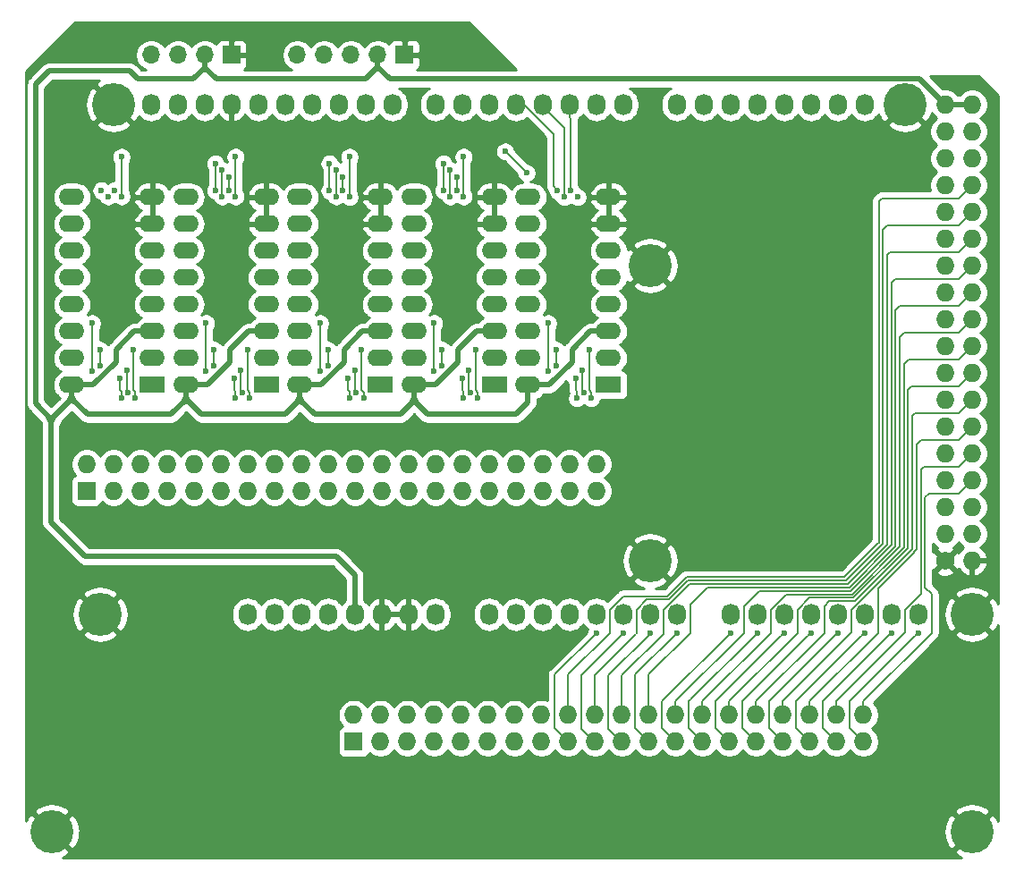
<source format=gbr>
G04 #@! TF.GenerationSoftware,KiCad,Pcbnew,5.1.5-52549c5~86~ubuntu19.10.1*
G04 #@! TF.CreationDate,2020-04-01T18:08:25+02:00*
G04 #@! TF.ProjectId,KabeltesterMEGA,4b616265-6c74-4657-9374-65724d454741,rev?*
G04 #@! TF.SameCoordinates,Original*
G04 #@! TF.FileFunction,Copper,L2,Bot*
G04 #@! TF.FilePolarity,Positive*
%FSLAX46Y46*%
G04 Gerber Fmt 4.6, Leading zero omitted, Abs format (unit mm)*
G04 Created by KiCad (PCBNEW 5.1.5-52549c5~86~ubuntu19.10.1) date 2020-04-01 18:08:25*
%MOMM*%
%LPD*%
G04 APERTURE LIST*
%ADD10C,4.064000*%
%ADD11O,2.400000X1.600000*%
%ADD12R,2.400000X1.600000*%
%ADD13O,1.700000X1.700000*%
%ADD14R,1.700000X1.700000*%
%ADD15O,1.727200X1.727200*%
%ADD16R,1.727200X1.727200*%
%ADD17C,1.727200*%
%ADD18O,1.727200X2.032000*%
%ADD19C,0.800000*%
%ADD20C,0.600000*%
%ADD21C,0.508000*%
%ADD22C,0.200000*%
%ADD23C,0.254000*%
G04 APERTURE END LIST*
D10*
X199898000Y-139700000D03*
X112776000Y-139700000D03*
D11*
X114681000Y-97409000D03*
X122301000Y-79629000D03*
X114681000Y-94869000D03*
X122301000Y-82169000D03*
X114681000Y-92329000D03*
X122301000Y-84709000D03*
X114681000Y-89789000D03*
X122301000Y-87249000D03*
X114681000Y-87249000D03*
X122301000Y-89789000D03*
X114681000Y-84709000D03*
X122301000Y-92329000D03*
X114681000Y-82169000D03*
X122301000Y-94869000D03*
X114681000Y-79629000D03*
D12*
X122301000Y-97409000D03*
D11*
X157861000Y-97409000D03*
X165481000Y-79629000D03*
X157861000Y-94869000D03*
X165481000Y-82169000D03*
X157861000Y-92329000D03*
X165481000Y-84709000D03*
X157861000Y-89789000D03*
X165481000Y-87249000D03*
X157861000Y-87249000D03*
X165481000Y-89789000D03*
X157861000Y-84709000D03*
X165481000Y-92329000D03*
X157861000Y-82169000D03*
X165481000Y-94869000D03*
X157861000Y-79629000D03*
D12*
X165481000Y-97409000D03*
D11*
X147066000Y-97409000D03*
X154686000Y-79629000D03*
X147066000Y-94869000D03*
X154686000Y-82169000D03*
X147066000Y-92329000D03*
X154686000Y-84709000D03*
X147066000Y-89789000D03*
X154686000Y-87249000D03*
X147066000Y-87249000D03*
X154686000Y-89789000D03*
X147066000Y-84709000D03*
X154686000Y-92329000D03*
X147066000Y-82169000D03*
X154686000Y-94869000D03*
X147066000Y-79629000D03*
D12*
X154686000Y-97409000D03*
D11*
X136271000Y-97409000D03*
X143891000Y-79629000D03*
X136271000Y-94869000D03*
X143891000Y-82169000D03*
X136271000Y-92329000D03*
X143891000Y-84709000D03*
X136271000Y-89789000D03*
X143891000Y-87249000D03*
X136271000Y-87249000D03*
X143891000Y-89789000D03*
X136271000Y-84709000D03*
X143891000Y-92329000D03*
X136271000Y-82169000D03*
X143891000Y-94869000D03*
X136271000Y-79629000D03*
D12*
X143891000Y-97409000D03*
D11*
X125476000Y-97409000D03*
X133096000Y-79629000D03*
X125476000Y-94869000D03*
X133096000Y-82169000D03*
X125476000Y-92329000D03*
X133096000Y-84709000D03*
X125476000Y-89789000D03*
X133096000Y-87249000D03*
X125476000Y-87249000D03*
X133096000Y-89789000D03*
X125476000Y-84709000D03*
X133096000Y-92329000D03*
X125476000Y-82169000D03*
X133096000Y-94869000D03*
X125476000Y-79629000D03*
D12*
X133096000Y-97409000D03*
D13*
X136017000Y-66167000D03*
X138557000Y-66167000D03*
X141097000Y-66167000D03*
X143637000Y-66167000D03*
D14*
X146177000Y-66167000D03*
D13*
X122174000Y-66167000D03*
X124714000Y-66167000D03*
X127254000Y-66167000D03*
D14*
X129794000Y-66167000D03*
D15*
X189611000Y-128651000D03*
X189611000Y-131191000D03*
X187071000Y-128651000D03*
X187071000Y-131191000D03*
X184531000Y-128651000D03*
X184531000Y-131191000D03*
X181991000Y-128651000D03*
X181991000Y-131191000D03*
X179451000Y-128651000D03*
X179451000Y-131191000D03*
X176911000Y-128651000D03*
X176911000Y-131191000D03*
X174371000Y-128651000D03*
X174371000Y-131191000D03*
X171831000Y-128651000D03*
X171831000Y-131191000D03*
X169291000Y-128651000D03*
X169291000Y-131191000D03*
X166751000Y-128651000D03*
X166751000Y-131191000D03*
X164211000Y-128651000D03*
X164211000Y-131191000D03*
X161671000Y-128651000D03*
X161671000Y-131191000D03*
X159131000Y-128651000D03*
X159131000Y-131191000D03*
X156591000Y-128651000D03*
X156591000Y-131191000D03*
X154051000Y-128651000D03*
X154051000Y-131191000D03*
X151511000Y-128651000D03*
X151511000Y-131191000D03*
X148971000Y-128651000D03*
X148971000Y-131191000D03*
X146431000Y-128651000D03*
X146431000Y-131191000D03*
X143891000Y-128651000D03*
X143891000Y-131191000D03*
X141351000Y-128651000D03*
D16*
X141351000Y-131191000D03*
D15*
X164338000Y-104902000D03*
X164338000Y-107442000D03*
X161798000Y-104902000D03*
X161798000Y-107442000D03*
X159258000Y-104902000D03*
X159258000Y-107442000D03*
X156718000Y-104902000D03*
X156718000Y-107442000D03*
X154178000Y-104902000D03*
X154178000Y-107442000D03*
X151638000Y-104902000D03*
X151638000Y-107442000D03*
X149098000Y-104902000D03*
X149098000Y-107442000D03*
X146558000Y-104902000D03*
X146558000Y-107442000D03*
X144018000Y-104902000D03*
X144018000Y-107442000D03*
X141478000Y-104902000D03*
X141478000Y-107442000D03*
X138938000Y-104902000D03*
X138938000Y-107442000D03*
X136398000Y-104902000D03*
X136398000Y-107442000D03*
X133858000Y-104902000D03*
X133858000Y-107442000D03*
X131318000Y-104902000D03*
X131318000Y-107442000D03*
X128778000Y-104902000D03*
X128778000Y-107442000D03*
X126238000Y-104902000D03*
X126238000Y-107442000D03*
X123698000Y-104902000D03*
X123698000Y-107442000D03*
X121158000Y-104902000D03*
X121158000Y-107442000D03*
X118618000Y-104902000D03*
X118618000Y-107442000D03*
X116078000Y-104902000D03*
D16*
X116078000Y-107442000D03*
D17*
X197358000Y-114046000D03*
D15*
X199898000Y-114046000D03*
X197358000Y-111506000D03*
X199898000Y-111506000D03*
X197358000Y-108966000D03*
X199898000Y-108966000D03*
X197358000Y-106426000D03*
X199898000Y-106426000D03*
X197358000Y-103886000D03*
X199898000Y-103886000D03*
X197358000Y-101346000D03*
X199898000Y-101346000D03*
X197358000Y-98806000D03*
X199898000Y-98806000D03*
X197358000Y-96266000D03*
X199898000Y-96266000D03*
X197358000Y-93726000D03*
X199898000Y-93726000D03*
X197358000Y-91186000D03*
X199898000Y-91186000D03*
X197358000Y-88646000D03*
X199898000Y-88646000D03*
X197358000Y-86106000D03*
X199898000Y-86106000D03*
X197358000Y-83566000D03*
X199898000Y-83566000D03*
X197358000Y-81026000D03*
X199898000Y-81026000D03*
X197358000Y-78486000D03*
X199898000Y-78486000D03*
X197358000Y-75946000D03*
X199898000Y-75946000D03*
X197358000Y-73406000D03*
X199898000Y-73406000D03*
X197358000Y-70866000D03*
X199898000Y-70866000D03*
D18*
X131318000Y-119126000D03*
X133858000Y-119126000D03*
X136398000Y-119126000D03*
X138938000Y-119126000D03*
X141478000Y-119126000D03*
X144018000Y-119126000D03*
X146558000Y-119126000D03*
X149098000Y-119126000D03*
X154178000Y-119126000D03*
X156718000Y-119126000D03*
X159258000Y-119126000D03*
X161798000Y-119126000D03*
X164338000Y-119126000D03*
X166878000Y-119126000D03*
X169418000Y-119126000D03*
X171958000Y-119126000D03*
X177038000Y-119126000D03*
X179578000Y-119126000D03*
X182118000Y-119126000D03*
X184658000Y-119126000D03*
X187198000Y-119126000D03*
X189738000Y-119126000D03*
X192278000Y-119126000D03*
X194818000Y-119126000D03*
X122174000Y-70866000D03*
X124714000Y-70866000D03*
X127254000Y-70866000D03*
X129794000Y-70866000D03*
X132334000Y-70866000D03*
X134874000Y-70866000D03*
X137414000Y-70866000D03*
X139954000Y-70866000D03*
X142494000Y-70866000D03*
X145034000Y-70866000D03*
X149098000Y-70866000D03*
X151638000Y-70866000D03*
X154178000Y-70866000D03*
X156718000Y-70866000D03*
X159258000Y-70866000D03*
X161798000Y-70866000D03*
X164338000Y-70866000D03*
X166878000Y-70866000D03*
X171958000Y-70866000D03*
X174498000Y-70866000D03*
X177038000Y-70866000D03*
X179578000Y-70866000D03*
X182118000Y-70866000D03*
X184658000Y-70866000D03*
X187198000Y-70866000D03*
X189738000Y-70866000D03*
D10*
X117348000Y-119126000D03*
X169418000Y-114046000D03*
X199898000Y-119126000D03*
X118618000Y-70866000D03*
X169418000Y-86106000D03*
X193548000Y-70866000D03*
D19*
X125476000Y-98806000D03*
X136271000Y-98806000D03*
X147066000Y-98933000D03*
X114681000Y-98717000D03*
X112731500Y-100666500D03*
D20*
X163830000Y-98679000D03*
X163639500Y-94107000D03*
X163131500Y-98171000D03*
X163004500Y-96012000D03*
X162496500Y-98679000D03*
X162369500Y-96774000D03*
X160528000Y-94107000D03*
X160528000Y-95631000D03*
X159766000Y-96139000D03*
X159766000Y-91567000D03*
X153098500Y-98679000D03*
X152908000Y-94107000D03*
X152400000Y-98171000D03*
X152273000Y-96012000D03*
X151765000Y-98679000D03*
X151638000Y-96774000D03*
X149733000Y-94107000D03*
X149733000Y-95631000D03*
X148971000Y-96139000D03*
X148971000Y-91567000D03*
X142303500Y-98679000D03*
X142113000Y-94107000D03*
X141605000Y-98171000D03*
X141478000Y-96012000D03*
X140970000Y-98679000D03*
X140843000Y-96774000D03*
X138938000Y-94107000D03*
X138938000Y-95631000D03*
X138176000Y-96139000D03*
X138176000Y-91567000D03*
X131508500Y-98679000D03*
X131318000Y-94107000D03*
X130810000Y-98171000D03*
X130683000Y-96012000D03*
X130175000Y-98679000D03*
X130048000Y-96774000D03*
X128143000Y-94107000D03*
X128143000Y-95631000D03*
X127381000Y-96139000D03*
X127381000Y-91567000D03*
X120523000Y-94107000D03*
X120650000Y-98679000D03*
X119888000Y-96012000D03*
X120015000Y-98171000D03*
X119253000Y-96774000D03*
X119380000Y-98679000D03*
X117348000Y-94107000D03*
X117348000Y-95631000D03*
X116586000Y-96139000D03*
X116586000Y-91567000D03*
X118745000Y-78994000D03*
X129540000Y-78994000D03*
X140335000Y-78994000D03*
X151130000Y-78994000D03*
X161925000Y-78994000D03*
X151130000Y-77724000D03*
X140335000Y-77724000D03*
X129540000Y-77724000D03*
X150495000Y-77089000D03*
X139700000Y-77089000D03*
X128905000Y-77089000D03*
X118110000Y-79565500D03*
X128905000Y-79565500D03*
X139700000Y-79565500D03*
X150495000Y-79565500D03*
X161290000Y-79629000D03*
X149860000Y-76454000D03*
X139065000Y-76454000D03*
X128270000Y-76454000D03*
X117475000Y-78994000D03*
X128270000Y-78994000D03*
X139065000Y-78994000D03*
X149860000Y-78994000D03*
X160655000Y-78994000D03*
X157734000Y-77343000D03*
X155702000Y-75311000D03*
X162560000Y-79629000D03*
X151765000Y-75819000D03*
X151765000Y-79565500D03*
X140970000Y-75819000D03*
X140970000Y-79629000D03*
X130175000Y-75819000D03*
X130175000Y-79565500D03*
X119380000Y-75819000D03*
X119380000Y-79565500D03*
X194818000Y-120904000D03*
X192278000Y-120904000D03*
X189738000Y-120904000D03*
X187198000Y-120904000D03*
X184658000Y-120904000D03*
X182118000Y-120904000D03*
X179578000Y-120904000D03*
X177038000Y-120904000D03*
X171958000Y-120904000D03*
X169418000Y-120904000D03*
X166878000Y-120904000D03*
X164338000Y-120904000D03*
D21*
X162052000Y-95222922D02*
X162052000Y-94050000D01*
X162052000Y-94050000D02*
X163773000Y-92329000D01*
X163773000Y-92329000D02*
X165481000Y-92329000D01*
X159865922Y-97409000D02*
X162052000Y-95222922D01*
X157861000Y-97409000D02*
X159865922Y-97409000D01*
X151257000Y-95222922D02*
X151257000Y-94050000D01*
X151257000Y-94050000D02*
X152978000Y-92329000D01*
X152978000Y-92329000D02*
X154686000Y-92329000D01*
X149070922Y-97409000D02*
X151257000Y-95222922D01*
X147066000Y-97409000D02*
X149070922Y-97409000D01*
X140462000Y-95222922D02*
X140462000Y-94050000D01*
X140462000Y-94050000D02*
X142183000Y-92329000D01*
X142183000Y-92329000D02*
X143891000Y-92329000D01*
X138275922Y-97409000D02*
X140462000Y-95222922D01*
X136271000Y-97409000D02*
X138275922Y-97409000D01*
X129667000Y-95222922D02*
X129667000Y-94050000D01*
X129667000Y-94050000D02*
X131388000Y-92329000D01*
X131388000Y-92329000D02*
X133096000Y-92329000D01*
X127480922Y-97409000D02*
X129667000Y-95222922D01*
X125476000Y-97409000D02*
X127480922Y-97409000D01*
X141478000Y-118973600D02*
X141478000Y-119126000D01*
X116685922Y-97409000D02*
X118872000Y-95222922D01*
X114681000Y-97409000D02*
X116685922Y-97409000D01*
X120593000Y-92329000D02*
X122301000Y-92329000D01*
X118872000Y-94050000D02*
X120593000Y-92329000D01*
X118872000Y-95222922D02*
X118872000Y-94050000D01*
X143637000Y-67310000D02*
X143637000Y-66167000D01*
X128337919Y-68453000D02*
X142494000Y-68453000D01*
X127254000Y-66167000D02*
X127254000Y-67369081D01*
X142494000Y-68453000D02*
X143637000Y-67310000D01*
X127254000Y-67369081D02*
X128337919Y-68453000D01*
X125476000Y-98806000D02*
X125476000Y-97409000D01*
X124079000Y-100203000D02*
X125476000Y-98806000D01*
X116167000Y-100203000D02*
X124079000Y-100203000D01*
X114681000Y-97409000D02*
X114681000Y-98717000D01*
X114681000Y-98717000D02*
X116167000Y-100203000D01*
X134874000Y-100203000D02*
X136271000Y-98806000D01*
X136271000Y-98806000D02*
X136271000Y-97409000D01*
X126962000Y-100203000D02*
X134874000Y-100203000D01*
X125476000Y-97409000D02*
X125476000Y-98717000D01*
X125476000Y-98717000D02*
X126962000Y-100203000D01*
X136271000Y-98806000D02*
X137668000Y-100203000D01*
X137668000Y-100203000D02*
X145796000Y-100203000D01*
X147066000Y-98933000D02*
X147066000Y-97409000D01*
X145796000Y-100203000D02*
X147066000Y-98933000D01*
X156718000Y-100203000D02*
X157861000Y-99060000D01*
X147066000Y-98933000D02*
X148336000Y-100203000D01*
X157861000Y-99060000D02*
X157861000Y-97409000D01*
X148336000Y-100203000D02*
X156718000Y-100203000D01*
X125476000Y-98806000D02*
X125476000Y-98806000D01*
X136271000Y-98806000D02*
X136271000Y-98806000D01*
X147066000Y-98933000D02*
X147066000Y-98933000D01*
X114681000Y-98717000D02*
X114681000Y-98717000D01*
X141478000Y-115443000D02*
X141478000Y-119126000D01*
X114681000Y-98717000D02*
X112731500Y-100666500D01*
X112687000Y-110401000D02*
X115951000Y-113665000D01*
X112687000Y-100711000D02*
X112687000Y-110401000D01*
X115951000Y-113665000D02*
X139700000Y-113665000D01*
X139700000Y-113665000D02*
X141478000Y-115443000D01*
X143637000Y-67310000D02*
X144780000Y-68453000D01*
X194945000Y-68453000D02*
X197358000Y-70866000D01*
X144780000Y-68453000D02*
X194945000Y-68453000D01*
X197358000Y-70866000D02*
X199898000Y-70866000D01*
X112731500Y-100666500D02*
X112687000Y-100711000D01*
X111252000Y-99187000D02*
X111252000Y-68961000D01*
X111252000Y-68961000D02*
X112522000Y-67691000D01*
X112731500Y-100666500D02*
X111252000Y-99187000D01*
X126170081Y-68453000D02*
X127254000Y-67369081D01*
X120904000Y-68453000D02*
X126170081Y-68453000D01*
X120142000Y-67691000D02*
X120904000Y-68453000D01*
X112522000Y-67691000D02*
X120142000Y-67691000D01*
D22*
X163830000Y-98107500D02*
X163830000Y-98679000D01*
X163639500Y-94107000D02*
X163639500Y-97917000D01*
X163639500Y-97917000D02*
X163830000Y-98107500D01*
X163004500Y-96901000D02*
X163004500Y-97917000D01*
X163004500Y-96901000D02*
X163004500Y-96012000D01*
X162369500Y-96901000D02*
X162369500Y-97917000D01*
X162496500Y-98679000D02*
X162496500Y-98044000D01*
X162496500Y-98044000D02*
X162369500Y-97917000D01*
X160528000Y-94107000D02*
X160528000Y-95377000D01*
X160528000Y-95377000D02*
X160528000Y-95631000D01*
X160528000Y-95631000D02*
X160528000Y-95631000D01*
X159766000Y-91567000D02*
X159766000Y-96139000D01*
X153098500Y-98107500D02*
X153098500Y-98679000D01*
X152908000Y-94107000D02*
X152908000Y-97917000D01*
X152908000Y-97917000D02*
X153098500Y-98107500D01*
X152273000Y-96901000D02*
X152273000Y-97917000D01*
X152273000Y-96901000D02*
X152273000Y-96012000D01*
X151638000Y-96901000D02*
X151638000Y-97917000D01*
X151765000Y-98679000D02*
X151765000Y-98044000D01*
X151765000Y-98044000D02*
X151638000Y-97917000D01*
X149733000Y-94107000D02*
X149733000Y-95377000D01*
X149733000Y-95377000D02*
X149733000Y-95631000D01*
X149733000Y-95631000D02*
X149733000Y-95631000D01*
X148971000Y-91567000D02*
X148971000Y-96139000D01*
X142303500Y-98107500D02*
X142303500Y-98679000D01*
X142113000Y-94107000D02*
X142113000Y-97917000D01*
X142113000Y-97917000D02*
X142303500Y-98107500D01*
X141478000Y-96901000D02*
X141478000Y-97917000D01*
X141478000Y-96901000D02*
X141478000Y-96012000D01*
X140843000Y-96901000D02*
X140843000Y-97917000D01*
X140970000Y-98679000D02*
X140970000Y-98044000D01*
X140970000Y-98044000D02*
X140843000Y-97917000D01*
X138938000Y-94107000D02*
X138938000Y-95377000D01*
X138938000Y-95377000D02*
X138938000Y-95631000D01*
X138938000Y-95631000D02*
X138938000Y-95631000D01*
X138176000Y-91567000D02*
X138176000Y-96139000D01*
X131508500Y-98107500D02*
X131508500Y-98679000D01*
X131318000Y-94107000D02*
X131318000Y-97917000D01*
X131318000Y-97917000D02*
X131508500Y-98107500D01*
X130683000Y-96901000D02*
X130683000Y-97917000D01*
X130683000Y-96901000D02*
X130683000Y-96012000D01*
X130048000Y-96901000D02*
X130048000Y-97917000D01*
X130175000Y-98679000D02*
X130175000Y-98044000D01*
X130175000Y-98044000D02*
X130048000Y-97917000D01*
X128143000Y-94107000D02*
X128143000Y-95377000D01*
X128143000Y-95377000D02*
X128143000Y-95631000D01*
X128143000Y-95631000D02*
X128143000Y-95631000D01*
X127381000Y-91567000D02*
X127381000Y-96139000D01*
X120650000Y-98044000D02*
X120650000Y-98679000D01*
X120523000Y-94107000D02*
X120523000Y-97917000D01*
X120523000Y-97917000D02*
X120650000Y-98044000D01*
X119888000Y-96901000D02*
X119888000Y-97917000D01*
X120015000Y-98044000D02*
X119888000Y-97917000D01*
X120015000Y-98171000D02*
X120015000Y-98044000D01*
X119888000Y-96901000D02*
X119888000Y-96012000D01*
X119253000Y-96901000D02*
X119253000Y-97917000D01*
X119380000Y-98044000D02*
X119253000Y-97917000D01*
X119380000Y-98679000D02*
X119380000Y-98044000D01*
X117348000Y-94107000D02*
X117348000Y-95377000D01*
X117348000Y-95377000D02*
X117348000Y-95631000D01*
X117348000Y-95631000D02*
X117348000Y-95631000D01*
X116586000Y-91567000D02*
X116586000Y-96139000D01*
X161798000Y-70866000D02*
X161798000Y-71018400D01*
X140335000Y-77724000D02*
X140335000Y-78994000D01*
X129540000Y-77724000D02*
X129540000Y-78994000D01*
X151130000Y-77724000D02*
X151130000Y-78994000D01*
X161925000Y-78569736D02*
X161925000Y-78994000D01*
X161798000Y-72082000D02*
X161925000Y-72209000D01*
X161925000Y-72209000D02*
X161925000Y-78569736D01*
X161798000Y-70866000D02*
X161798000Y-72082000D01*
X128905000Y-77089000D02*
X128905000Y-78994000D01*
X139700000Y-77089000D02*
X139700000Y-78994000D01*
X150495000Y-77089000D02*
X150495000Y-78994000D01*
X161290000Y-73050400D02*
X161290000Y-78994000D01*
X159258000Y-70866000D02*
X159258000Y-71018400D01*
X159258000Y-71018400D02*
X161290000Y-73050400D01*
X128905000Y-79565500D02*
X128905000Y-78994000D01*
X150495000Y-78994000D02*
X150495000Y-79565500D01*
X161290000Y-78994000D02*
X161290000Y-79629000D01*
X139700000Y-78994000D02*
X139700000Y-79565500D01*
X128270000Y-76454000D02*
X128270000Y-78994000D01*
X139065000Y-76454000D02*
X139065000Y-78994000D01*
X149860000Y-78994000D02*
X149860000Y-76454000D01*
X157460007Y-70866000D02*
X159873007Y-73279000D01*
X156718000Y-70866000D02*
X157460007Y-70866000D01*
X160274000Y-78613000D02*
X160655000Y-78994000D01*
X160274000Y-73660000D02*
X160274000Y-78613000D01*
X159893000Y-73279000D02*
X160274000Y-73660000D01*
X159873007Y-73279000D02*
X159893000Y-73279000D01*
X155702000Y-75311000D02*
X157734000Y-77343000D01*
X151765000Y-75819000D02*
X151765000Y-78994000D01*
X151765000Y-78994000D02*
X151765000Y-79565500D01*
X140970000Y-75819000D02*
X140970000Y-78994000D01*
X140970000Y-78994000D02*
X140970000Y-79629000D01*
X130175000Y-78994000D02*
X130175000Y-75819000D01*
X130175000Y-79629000D02*
X130175000Y-78994000D01*
X142494000Y-70866000D02*
X142494000Y-70713600D01*
X119380000Y-75819000D02*
X119380000Y-78994000D01*
X119380000Y-78994000D02*
X119380000Y-79565500D01*
X198628000Y-107696000D02*
X199898000Y-106426000D01*
X189611000Y-127381000D02*
X196088000Y-120904000D01*
X189611000Y-128651000D02*
X189611000Y-127381000D01*
X195834000Y-107696000D02*
X198628000Y-107696000D01*
X195453000Y-108077000D02*
X195834000Y-107696000D01*
X196088000Y-120904000D02*
X196088000Y-117221000D01*
X195453000Y-116586000D02*
X195453000Y-108077000D01*
X196088000Y-117221000D02*
X195453000Y-116586000D01*
X194518001Y-121203999D02*
X194818000Y-120904000D01*
X188341000Y-127381000D02*
X194518001Y-121203999D01*
X189611000Y-131191000D02*
X188341000Y-129921000D01*
X188341000Y-129921000D02*
X188341000Y-127381000D01*
X198628000Y-105156000D02*
X199898000Y-103886000D01*
X193548000Y-120840500D02*
X193548000Y-118701245D01*
X195326000Y-105156000D02*
X198628000Y-105156000D01*
X195052990Y-105429010D02*
X195326000Y-105156000D01*
X187071000Y-127317500D02*
X193548000Y-120840500D01*
X193548000Y-118701245D02*
X195052990Y-117196255D01*
X195052990Y-117196255D02*
X195052990Y-105429010D01*
X187071000Y-128651000D02*
X187071000Y-127317500D01*
X192214500Y-120904000D02*
X192278000Y-120904000D01*
X185801000Y-127317500D02*
X192214500Y-120904000D01*
X187071000Y-131191000D02*
X185801000Y-129921000D01*
X185801000Y-129921000D02*
X185801000Y-127317500D01*
X198628000Y-102616000D02*
X199898000Y-101346000D01*
X195072000Y-102616000D02*
X198628000Y-102616000D01*
X194388421Y-113243285D02*
X194652980Y-112978726D01*
X184531000Y-127381000D02*
X191008000Y-120904000D01*
X191008000Y-120904000D02*
X191008000Y-116649500D01*
X194388421Y-113269079D02*
X194388421Y-113243285D01*
X194652980Y-103035020D02*
X195072000Y-102616000D01*
X194652980Y-112978726D02*
X194652980Y-103035020D01*
X184531000Y-128651000D02*
X184531000Y-127381000D01*
X191008000Y-116649500D02*
X194388421Y-113269079D01*
X189438001Y-121203999D02*
X189738000Y-120904000D01*
X183261000Y-127381000D02*
X189438001Y-121203999D01*
X184531000Y-131191000D02*
X183261000Y-129921000D01*
X183261000Y-129921000D02*
X183261000Y-127381000D01*
X181991000Y-127317500D02*
X188468000Y-120840500D01*
X194500500Y-100076000D02*
X198628000Y-100076000D01*
X194252970Y-100323530D02*
X194500500Y-100076000D01*
X188468000Y-120840500D02*
X188468000Y-118701245D01*
X198628000Y-100076000D02*
X199898000Y-98806000D01*
X188468000Y-118701245D02*
X194252970Y-112916275D01*
X194252970Y-112916275D02*
X194252970Y-100323530D01*
X181991000Y-128651000D02*
X181991000Y-127317500D01*
X187134500Y-120904000D02*
X187198000Y-120904000D01*
X180721000Y-127317500D02*
X187134500Y-120904000D01*
X181991000Y-131191000D02*
X180721000Y-129921000D01*
X180721000Y-129921000D02*
X180721000Y-127317500D01*
X179451000Y-127381000D02*
X185928000Y-120904000D01*
X199898000Y-96266000D02*
X198628000Y-97536000D01*
X198628000Y-97536000D02*
X197358000Y-97536000D01*
X197358000Y-97536000D02*
X194246500Y-97536000D01*
X194246500Y-97536000D02*
X194183000Y-97536000D01*
X193852960Y-97866040D02*
X193852960Y-102703642D01*
X194183000Y-97536000D02*
X193852960Y-97866040D01*
X193852960Y-102703642D02*
X193852960Y-111633000D01*
X193852960Y-111633000D02*
X193852960Y-111695451D01*
X193852960Y-112852040D02*
X193852960Y-111633000D01*
X188822010Y-117882990D02*
X193852960Y-112852040D01*
X186387475Y-117882990D02*
X188822010Y-117882990D01*
X185928000Y-120904000D02*
X185928000Y-118342465D01*
X185928000Y-118342465D02*
X186387475Y-117882990D01*
X179451000Y-127381000D02*
X179451000Y-128651000D01*
X178181000Y-127381000D02*
X184358001Y-121203999D01*
X184358001Y-121203999D02*
X184658000Y-120904000D01*
X179451000Y-131191000D02*
X178181000Y-129921000D01*
X178181000Y-129921000D02*
X178181000Y-127381000D01*
X193452950Y-95408550D02*
X193865500Y-94996000D01*
X188686560Y-117555980D02*
X193452950Y-112789590D01*
X176911000Y-127381000D02*
X183388000Y-120904000D01*
X198628000Y-94996000D02*
X199898000Y-93726000D01*
X176911000Y-128651000D02*
X176911000Y-127381000D01*
X183388000Y-120904000D02*
X183388000Y-118701245D01*
X184533265Y-117555980D02*
X188686560Y-117555980D01*
X193865500Y-94996000D02*
X198628000Y-94996000D01*
X193452950Y-112789590D02*
X193452950Y-95408550D01*
X183388000Y-118701245D02*
X184533265Y-117555980D01*
X181818001Y-121203999D02*
X182118000Y-120904000D01*
X175641000Y-127381000D02*
X181818001Y-121203999D01*
X176911000Y-131191000D02*
X175641000Y-129921000D01*
X175641000Y-129921000D02*
X175641000Y-127381000D01*
X174371000Y-127381000D02*
X174371000Y-128651000D01*
X198628000Y-92456000D02*
X193484500Y-92456000D01*
X199898000Y-91186000D02*
X198628000Y-92456000D01*
X193484500Y-92456000D02*
X193052940Y-92887560D01*
X180848000Y-120904000D02*
X174371000Y-127381000D01*
X182320275Y-117228970D02*
X180848000Y-118701245D01*
X193052940Y-92887560D02*
X193052940Y-112727140D01*
X180848000Y-118701245D02*
X180848000Y-120904000D01*
X188551110Y-117228970D02*
X182320275Y-117228970D01*
X193052940Y-112727140D02*
X188551110Y-117228970D01*
X179578000Y-120904000D02*
X173280399Y-127201601D01*
X174371000Y-131191000D02*
X173101000Y-129921000D01*
X173101000Y-127381000D02*
X173280399Y-127201601D01*
X173101000Y-129921000D02*
X173101000Y-127381000D01*
X198628000Y-89916000D02*
X199898000Y-88646000D01*
X193040000Y-89916000D02*
X198628000Y-89916000D01*
X192652930Y-90303070D02*
X193040000Y-89916000D01*
X188406040Y-116901960D02*
X192652930Y-112655070D01*
X171831000Y-127381000D02*
X178308000Y-120904000D01*
X178308000Y-120904000D02*
X178308000Y-118342465D01*
X192652930Y-112655070D02*
X192652930Y-90303070D01*
X179748505Y-116901960D02*
X188406040Y-116901960D01*
X178308000Y-118342465D02*
X179748505Y-116901960D01*
X171831000Y-127381000D02*
X171831000Y-128651000D01*
X177038000Y-120904000D02*
X170561000Y-127381000D01*
X170561000Y-129921000D02*
X171831000Y-131191000D01*
X170561000Y-127381000D02*
X170561000Y-129921000D01*
X199898000Y-86106000D02*
X198628000Y-87376000D01*
X198628000Y-87376000D02*
X197485000Y-87376000D01*
X197485000Y-87376000D02*
X197358000Y-87376000D01*
X169291000Y-124841000D02*
X169291000Y-128651000D01*
X173228000Y-120904000D02*
X169291000Y-124841000D01*
X174826550Y-116574950D02*
X173228000Y-118173500D01*
X197485000Y-87376000D02*
X192659000Y-87376000D01*
X173228000Y-118173500D02*
X173228000Y-120904000D01*
X188270590Y-116574950D02*
X174826550Y-116574950D01*
X192659000Y-87376000D02*
X192278000Y-87757000D01*
X192278000Y-87757000D02*
X192278000Y-112567540D01*
X192278000Y-112567540D02*
X188270590Y-116574950D01*
X169291000Y-131191000D02*
X168021000Y-129921000D01*
X168021000Y-124841000D02*
X171958000Y-120904000D01*
X168021000Y-124841000D02*
X168021000Y-129921000D01*
X166751000Y-124904500D02*
X170688000Y-120967500D01*
X191877990Y-91313000D02*
X191877990Y-85109010D01*
X191877990Y-85109010D02*
X192151000Y-84836000D01*
X198628000Y-84836000D02*
X199898000Y-83566000D01*
X192151000Y-84836000D02*
X198628000Y-84836000D01*
X191877990Y-91313000D02*
X191877990Y-108502490D01*
X191877990Y-108502490D02*
X191877990Y-112505090D01*
X191877990Y-112505090D02*
X188135140Y-116247940D01*
X188135140Y-116247940D02*
X182372000Y-116247940D01*
X173141305Y-116247940D02*
X170688000Y-118701245D01*
X182372000Y-116247940D02*
X173141305Y-116247940D01*
X170688000Y-118701245D02*
X170688000Y-120904000D01*
X166751000Y-124904500D02*
X166751000Y-128651000D01*
X166751000Y-131254500D02*
X165481000Y-129984500D01*
X165481000Y-124904500D02*
X169418000Y-120967500D01*
X165481000Y-129984500D02*
X165481000Y-124904500D01*
X191477980Y-91313000D02*
X191477980Y-82715020D01*
X191477980Y-82715020D02*
X191897000Y-82296000D01*
X199898000Y-81026000D02*
X198628000Y-82296000D01*
X198628000Y-82296000D02*
X197358000Y-82296000D01*
X197358000Y-82296000D02*
X195326000Y-82296000D01*
X191897000Y-82296000D02*
X195326000Y-82296000D01*
X195326000Y-82296000D02*
X195453000Y-82296000D01*
X191477980Y-91313000D02*
X191477980Y-112433020D01*
X188188600Y-115697000D02*
X187964670Y-115920930D01*
X191477980Y-112433020D02*
X188214000Y-115697000D01*
X188214000Y-115697000D02*
X188188600Y-115697000D01*
X187964670Y-115920930D02*
X182372000Y-115920930D01*
X173005854Y-115920930D02*
X171197784Y-117729000D01*
X182372000Y-115920930D02*
X173005854Y-115920930D01*
X171197784Y-117729000D02*
X169418000Y-117729000D01*
X169120245Y-117729000D02*
X168148000Y-118701245D01*
X169418000Y-117729000D02*
X169120245Y-117729000D01*
X168148000Y-118701245D02*
X168148000Y-120904000D01*
X164147500Y-128587500D02*
X164211000Y-128651000D01*
X168084500Y-120967500D02*
X164147500Y-124904500D01*
X164147500Y-124904500D02*
X164147500Y-128587500D01*
X162877500Y-124904500D02*
X166814500Y-120967500D01*
X164147500Y-131254500D02*
X162877500Y-129984500D01*
X162877500Y-129984500D02*
X162877500Y-124904500D01*
X166887510Y-117401990D02*
X171062333Y-117401990D01*
X187829220Y-115593920D02*
X191052570Y-112370570D01*
X198628000Y-79756000D02*
X199898000Y-78486000D01*
X191052570Y-112370570D02*
X191077970Y-112370570D01*
X171062333Y-117401990D02*
X172870403Y-115593920D01*
X165608000Y-120904000D02*
X165608000Y-118681500D01*
X191077970Y-112370570D02*
X191077970Y-80003530D01*
X191325500Y-79756000D02*
X198628000Y-79756000D01*
X165608000Y-118681500D02*
X166887510Y-117401990D01*
X161671000Y-124841000D02*
X165608000Y-120904000D01*
X172870403Y-115593920D02*
X187829220Y-115593920D01*
X191077970Y-80003530D02*
X191325500Y-79756000D01*
X161671000Y-124841000D02*
X161671000Y-128651000D01*
X161671000Y-131191000D02*
X160401000Y-129921000D01*
X160401000Y-124841000D02*
X164338000Y-120904000D01*
X160401000Y-124841000D02*
X160401000Y-129921000D01*
D23*
G36*
X156729909Y-67564000D02*
G01*
X147350694Y-67564000D01*
X147381494Y-67547537D01*
X147478185Y-67468185D01*
X147557537Y-67371494D01*
X147616502Y-67261180D01*
X147652812Y-67141482D01*
X147665072Y-67017000D01*
X147662000Y-66452750D01*
X147503250Y-66294000D01*
X146304000Y-66294000D01*
X146304000Y-66314000D01*
X146050000Y-66314000D01*
X146050000Y-66294000D01*
X146030000Y-66294000D01*
X146030000Y-66040000D01*
X146050000Y-66040000D01*
X146050000Y-64840750D01*
X146304000Y-64840750D01*
X146304000Y-66040000D01*
X147503250Y-66040000D01*
X147662000Y-65881250D01*
X147665072Y-65317000D01*
X147652812Y-65192518D01*
X147616502Y-65072820D01*
X147557537Y-64962506D01*
X147478185Y-64865815D01*
X147381494Y-64786463D01*
X147271180Y-64727498D01*
X147151482Y-64691188D01*
X147027000Y-64678928D01*
X146462750Y-64682000D01*
X146304000Y-64840750D01*
X146050000Y-64840750D01*
X145891250Y-64682000D01*
X145327000Y-64678928D01*
X145202518Y-64691188D01*
X145082820Y-64727498D01*
X144972506Y-64786463D01*
X144875815Y-64865815D01*
X144796463Y-64962506D01*
X144737498Y-65072820D01*
X144715487Y-65145380D01*
X144583632Y-65013525D01*
X144340411Y-64851010D01*
X144070158Y-64739068D01*
X143783260Y-64682000D01*
X143490740Y-64682000D01*
X143203842Y-64739068D01*
X142933589Y-64851010D01*
X142690368Y-65013525D01*
X142483525Y-65220368D01*
X142367000Y-65394760D01*
X142250475Y-65220368D01*
X142043632Y-65013525D01*
X141800411Y-64851010D01*
X141530158Y-64739068D01*
X141243260Y-64682000D01*
X140950740Y-64682000D01*
X140663842Y-64739068D01*
X140393589Y-64851010D01*
X140150368Y-65013525D01*
X139943525Y-65220368D01*
X139827000Y-65394760D01*
X139710475Y-65220368D01*
X139503632Y-65013525D01*
X139260411Y-64851010D01*
X138990158Y-64739068D01*
X138703260Y-64682000D01*
X138410740Y-64682000D01*
X138123842Y-64739068D01*
X137853589Y-64851010D01*
X137610368Y-65013525D01*
X137403525Y-65220368D01*
X137287000Y-65394760D01*
X137170475Y-65220368D01*
X136963632Y-65013525D01*
X136720411Y-64851010D01*
X136450158Y-64739068D01*
X136163260Y-64682000D01*
X135870740Y-64682000D01*
X135583842Y-64739068D01*
X135313589Y-64851010D01*
X135070368Y-65013525D01*
X134863525Y-65220368D01*
X134701010Y-65463589D01*
X134589068Y-65733842D01*
X134532000Y-66020740D01*
X134532000Y-66313260D01*
X134589068Y-66600158D01*
X134701010Y-66870411D01*
X134863525Y-67113632D01*
X135070368Y-67320475D01*
X135313589Y-67482990D01*
X135509165Y-67564000D01*
X130967694Y-67564000D01*
X130998494Y-67547537D01*
X131095185Y-67468185D01*
X131174537Y-67371494D01*
X131233502Y-67261180D01*
X131269812Y-67141482D01*
X131282072Y-67017000D01*
X131279000Y-66452750D01*
X131120250Y-66294000D01*
X129921000Y-66294000D01*
X129921000Y-66314000D01*
X129667000Y-66314000D01*
X129667000Y-66294000D01*
X129647000Y-66294000D01*
X129647000Y-66040000D01*
X129667000Y-66040000D01*
X129667000Y-64840750D01*
X129921000Y-64840750D01*
X129921000Y-66040000D01*
X131120250Y-66040000D01*
X131279000Y-65881250D01*
X131282072Y-65317000D01*
X131269812Y-65192518D01*
X131233502Y-65072820D01*
X131174537Y-64962506D01*
X131095185Y-64865815D01*
X130998494Y-64786463D01*
X130888180Y-64727498D01*
X130768482Y-64691188D01*
X130644000Y-64678928D01*
X130079750Y-64682000D01*
X129921000Y-64840750D01*
X129667000Y-64840750D01*
X129508250Y-64682000D01*
X128944000Y-64678928D01*
X128819518Y-64691188D01*
X128699820Y-64727498D01*
X128589506Y-64786463D01*
X128492815Y-64865815D01*
X128413463Y-64962506D01*
X128354498Y-65072820D01*
X128332487Y-65145380D01*
X128200632Y-65013525D01*
X127957411Y-64851010D01*
X127687158Y-64739068D01*
X127400260Y-64682000D01*
X127107740Y-64682000D01*
X126820842Y-64739068D01*
X126550589Y-64851010D01*
X126307368Y-65013525D01*
X126100525Y-65220368D01*
X125984000Y-65394760D01*
X125867475Y-65220368D01*
X125660632Y-65013525D01*
X125417411Y-64851010D01*
X125147158Y-64739068D01*
X124860260Y-64682000D01*
X124567740Y-64682000D01*
X124280842Y-64739068D01*
X124010589Y-64851010D01*
X123767368Y-65013525D01*
X123560525Y-65220368D01*
X123444000Y-65394760D01*
X123327475Y-65220368D01*
X123120632Y-65013525D01*
X122877411Y-64851010D01*
X122607158Y-64739068D01*
X122320260Y-64682000D01*
X122027740Y-64682000D01*
X121740842Y-64739068D01*
X121470589Y-64851010D01*
X121227368Y-65013525D01*
X121020525Y-65220368D01*
X120858010Y-65463589D01*
X120746068Y-65733842D01*
X120689000Y-66020740D01*
X120689000Y-66313260D01*
X120746068Y-66600158D01*
X120858010Y-66870411D01*
X121020525Y-67113632D01*
X121227368Y-67320475D01*
X121470589Y-67482990D01*
X121666165Y-67564000D01*
X121272236Y-67564000D01*
X120801499Y-67093263D01*
X120773659Y-67059341D01*
X120638291Y-66948247D01*
X120483851Y-66865697D01*
X120316274Y-66814864D01*
X120185667Y-66802000D01*
X120185660Y-66802000D01*
X120142000Y-66797700D01*
X120098340Y-66802000D01*
X112565659Y-66802000D01*
X112521999Y-66797700D01*
X112478339Y-66802000D01*
X112478333Y-66802000D01*
X112380924Y-66811594D01*
X112347724Y-66814864D01*
X112252335Y-66843800D01*
X112180149Y-66865697D01*
X112025709Y-66948247D01*
X111890341Y-67059341D01*
X111862506Y-67093259D01*
X110654259Y-68301506D01*
X110620342Y-68329341D01*
X110592507Y-68363258D01*
X110592505Y-68363260D01*
X110509248Y-68464709D01*
X110426698Y-68619148D01*
X110375864Y-68786726D01*
X110358700Y-68961000D01*
X110363001Y-69004670D01*
X110363000Y-99143340D01*
X110358700Y-99187000D01*
X110363000Y-99230660D01*
X110363000Y-99230666D01*
X110369148Y-99293087D01*
X110375864Y-99361274D01*
X110388632Y-99403365D01*
X110426697Y-99528850D01*
X110509247Y-99683290D01*
X110620341Y-99818659D01*
X110654264Y-99846499D01*
X111726370Y-100918605D01*
X111736274Y-100968398D01*
X111798000Y-101117417D01*
X111798001Y-110357330D01*
X111793700Y-110401000D01*
X111810864Y-110575274D01*
X111861698Y-110742852D01*
X111890185Y-110796147D01*
X111944248Y-110897291D01*
X112055342Y-111032659D01*
X112089259Y-111060494D01*
X115291504Y-114262740D01*
X115319341Y-114296659D01*
X115454709Y-114407753D01*
X115609149Y-114490303D01*
X115703758Y-114519002D01*
X115776725Y-114541136D01*
X115795073Y-114542943D01*
X115907333Y-114554000D01*
X115907339Y-114554000D01*
X115950999Y-114558300D01*
X115994659Y-114554000D01*
X139331765Y-114554000D01*
X140589000Y-115811236D01*
X140589001Y-117764529D01*
X140413203Y-117908803D01*
X140225931Y-118136995D01*
X140208000Y-118170541D01*
X140190069Y-118136994D01*
X140002797Y-117908803D01*
X139774605Y-117721531D01*
X139514263Y-117582375D01*
X139231776Y-117496684D01*
X138938000Y-117467749D01*
X138644223Y-117496684D01*
X138361736Y-117582375D01*
X138101394Y-117721531D01*
X137873203Y-117908803D01*
X137685931Y-118136995D01*
X137668000Y-118170541D01*
X137650069Y-118136994D01*
X137462797Y-117908803D01*
X137234605Y-117721531D01*
X136974263Y-117582375D01*
X136691776Y-117496684D01*
X136398000Y-117467749D01*
X136104223Y-117496684D01*
X135821736Y-117582375D01*
X135561394Y-117721531D01*
X135333203Y-117908803D01*
X135145931Y-118136995D01*
X135128000Y-118170541D01*
X135110069Y-118136994D01*
X134922797Y-117908803D01*
X134694605Y-117721531D01*
X134434263Y-117582375D01*
X134151776Y-117496684D01*
X133858000Y-117467749D01*
X133564223Y-117496684D01*
X133281736Y-117582375D01*
X133021394Y-117721531D01*
X132793203Y-117908803D01*
X132605931Y-118136995D01*
X132588000Y-118170541D01*
X132570069Y-118136994D01*
X132382797Y-117908803D01*
X132154605Y-117721531D01*
X131894263Y-117582375D01*
X131611776Y-117496684D01*
X131318000Y-117467749D01*
X131024223Y-117496684D01*
X130741736Y-117582375D01*
X130481394Y-117721531D01*
X130253203Y-117908803D01*
X130065931Y-118136995D01*
X129926775Y-118397337D01*
X129841084Y-118679824D01*
X129819400Y-118899982D01*
X129819400Y-119352019D01*
X129841084Y-119572177D01*
X129926775Y-119854664D01*
X130065931Y-120115006D01*
X130253203Y-120343197D01*
X130481395Y-120530469D01*
X130741737Y-120669625D01*
X131024224Y-120755316D01*
X131318000Y-120784251D01*
X131611777Y-120755316D01*
X131894264Y-120669625D01*
X132154606Y-120530469D01*
X132382797Y-120343197D01*
X132570069Y-120115006D01*
X132588000Y-120081459D01*
X132605931Y-120115006D01*
X132793203Y-120343197D01*
X133021395Y-120530469D01*
X133281737Y-120669625D01*
X133564224Y-120755316D01*
X133858000Y-120784251D01*
X134151777Y-120755316D01*
X134434264Y-120669625D01*
X134694606Y-120530469D01*
X134922797Y-120343197D01*
X135110069Y-120115006D01*
X135128000Y-120081459D01*
X135145931Y-120115006D01*
X135333203Y-120343197D01*
X135561395Y-120530469D01*
X135821737Y-120669625D01*
X136104224Y-120755316D01*
X136398000Y-120784251D01*
X136691777Y-120755316D01*
X136974264Y-120669625D01*
X137234606Y-120530469D01*
X137462797Y-120343197D01*
X137650069Y-120115006D01*
X137668000Y-120081459D01*
X137685931Y-120115006D01*
X137873203Y-120343197D01*
X138101395Y-120530469D01*
X138361737Y-120669625D01*
X138644224Y-120755316D01*
X138938000Y-120784251D01*
X139231777Y-120755316D01*
X139514264Y-120669625D01*
X139774606Y-120530469D01*
X140002797Y-120343197D01*
X140190069Y-120115006D01*
X140208000Y-120081459D01*
X140225931Y-120115006D01*
X140413203Y-120343197D01*
X140641395Y-120530469D01*
X140901737Y-120669625D01*
X141184224Y-120755316D01*
X141478000Y-120784251D01*
X141771777Y-120755316D01*
X142054264Y-120669625D01*
X142314606Y-120530469D01*
X142542797Y-120343197D01*
X142730069Y-120115006D01*
X142751424Y-120075053D01*
X142899514Y-120277729D01*
X143115965Y-120476733D01*
X143367081Y-120629686D01*
X143643211Y-120730709D01*
X143658974Y-120733358D01*
X143891000Y-120612217D01*
X143891000Y-119253000D01*
X144145000Y-119253000D01*
X144145000Y-120612217D01*
X144377026Y-120733358D01*
X144392789Y-120730709D01*
X144668919Y-120629686D01*
X144920035Y-120476733D01*
X145136486Y-120277729D01*
X145288000Y-120070367D01*
X145439514Y-120277729D01*
X145655965Y-120476733D01*
X145907081Y-120629686D01*
X146183211Y-120730709D01*
X146198974Y-120733358D01*
X146431000Y-120612217D01*
X146431000Y-119253000D01*
X144145000Y-119253000D01*
X143891000Y-119253000D01*
X143871000Y-119253000D01*
X143871000Y-118999000D01*
X143891000Y-118999000D01*
X143891000Y-117639783D01*
X144145000Y-117639783D01*
X144145000Y-118999000D01*
X146431000Y-118999000D01*
X146431000Y-117639783D01*
X146685000Y-117639783D01*
X146685000Y-118999000D01*
X146705000Y-118999000D01*
X146705000Y-119253000D01*
X146685000Y-119253000D01*
X146685000Y-120612217D01*
X146917026Y-120733358D01*
X146932789Y-120730709D01*
X147208919Y-120629686D01*
X147460035Y-120476733D01*
X147676486Y-120277729D01*
X147824576Y-120075053D01*
X147845931Y-120115006D01*
X148033203Y-120343197D01*
X148261395Y-120530469D01*
X148521737Y-120669625D01*
X148804224Y-120755316D01*
X149098000Y-120784251D01*
X149391777Y-120755316D01*
X149674264Y-120669625D01*
X149934606Y-120530469D01*
X150162797Y-120343197D01*
X150350069Y-120115006D01*
X150489225Y-119854663D01*
X150574916Y-119572176D01*
X150596600Y-119352018D01*
X150596600Y-118899981D01*
X150574916Y-118679823D01*
X150489225Y-118397336D01*
X150350069Y-118136994D01*
X150162797Y-117908803D01*
X149934605Y-117721531D01*
X149674263Y-117582375D01*
X149391776Y-117496684D01*
X149098000Y-117467749D01*
X148804223Y-117496684D01*
X148521736Y-117582375D01*
X148261394Y-117721531D01*
X148033203Y-117908803D01*
X147845931Y-118136995D01*
X147824576Y-118176947D01*
X147676486Y-117974271D01*
X147460035Y-117775267D01*
X147208919Y-117622314D01*
X146932789Y-117521291D01*
X146917026Y-117518642D01*
X146685000Y-117639783D01*
X146431000Y-117639783D01*
X146198974Y-117518642D01*
X146183211Y-117521291D01*
X145907081Y-117622314D01*
X145655965Y-117775267D01*
X145439514Y-117974271D01*
X145288000Y-118181633D01*
X145136486Y-117974271D01*
X144920035Y-117775267D01*
X144668919Y-117622314D01*
X144392789Y-117521291D01*
X144377026Y-117518642D01*
X144145000Y-117639783D01*
X143891000Y-117639783D01*
X143658974Y-117518642D01*
X143643211Y-117521291D01*
X143367081Y-117622314D01*
X143115965Y-117775267D01*
X142899514Y-117974271D01*
X142751424Y-118176947D01*
X142730069Y-118136994D01*
X142542797Y-117908803D01*
X142367000Y-117764530D01*
X142367000Y-115486660D01*
X142371300Y-115443000D01*
X142367000Y-115399340D01*
X142367000Y-115399333D01*
X142354136Y-115268726D01*
X142344996Y-115238593D01*
X142334140Y-115202807D01*
X142303303Y-115101149D01*
X142220753Y-114946709D01*
X142109659Y-114811341D01*
X142075743Y-114783507D01*
X141360044Y-114067808D01*
X166738185Y-114067808D01*
X166793931Y-114590195D01*
X166950519Y-115091669D01*
X167177699Y-115516693D01*
X167547736Y-115736659D01*
X169238395Y-114046000D01*
X169597605Y-114046000D01*
X171288264Y-115736659D01*
X171658301Y-115516693D01*
X171902172Y-115051373D01*
X172050578Y-114547417D01*
X172097815Y-114024192D01*
X172042069Y-113501805D01*
X171885481Y-113000331D01*
X171658301Y-112575307D01*
X171288264Y-112355341D01*
X169597605Y-114046000D01*
X169238395Y-114046000D01*
X167547736Y-112355341D01*
X167177699Y-112575307D01*
X166933828Y-113040627D01*
X166785422Y-113544583D01*
X166738185Y-114067808D01*
X141360044Y-114067808D01*
X140359499Y-113067264D01*
X140331659Y-113033341D01*
X140196291Y-112922247D01*
X140041851Y-112839697D01*
X139874274Y-112788864D01*
X139743667Y-112776000D01*
X139743660Y-112776000D01*
X139700000Y-112771700D01*
X139656340Y-112776000D01*
X116319236Y-112776000D01*
X115718972Y-112175736D01*
X167727341Y-112175736D01*
X169418000Y-113866395D01*
X171108659Y-112175736D01*
X170888693Y-111805699D01*
X170423373Y-111561828D01*
X169919417Y-111413422D01*
X169396192Y-111366185D01*
X168873805Y-111421931D01*
X168372331Y-111578519D01*
X167947307Y-111805699D01*
X167727341Y-112175736D01*
X115718972Y-112175736D01*
X113576000Y-110032765D01*
X113576000Y-106578400D01*
X114576328Y-106578400D01*
X114576328Y-108305600D01*
X114588588Y-108430082D01*
X114624898Y-108549780D01*
X114683863Y-108660094D01*
X114763215Y-108756785D01*
X114859906Y-108836137D01*
X114970220Y-108895102D01*
X115089918Y-108931412D01*
X115214400Y-108943672D01*
X116941600Y-108943672D01*
X117066082Y-108931412D01*
X117185780Y-108895102D01*
X117296094Y-108836137D01*
X117392785Y-108756785D01*
X117472137Y-108660094D01*
X117531102Y-108549780D01*
X117548636Y-108491977D01*
X117662698Y-108606039D01*
X117908147Y-108770042D01*
X118180875Y-108883010D01*
X118470401Y-108940600D01*
X118765599Y-108940600D01*
X119055125Y-108883010D01*
X119327853Y-108770042D01*
X119573302Y-108606039D01*
X119782039Y-108397302D01*
X119888000Y-108238719D01*
X119993961Y-108397302D01*
X120202698Y-108606039D01*
X120448147Y-108770042D01*
X120720875Y-108883010D01*
X121010401Y-108940600D01*
X121305599Y-108940600D01*
X121595125Y-108883010D01*
X121867853Y-108770042D01*
X122113302Y-108606039D01*
X122322039Y-108397302D01*
X122428000Y-108238719D01*
X122533961Y-108397302D01*
X122742698Y-108606039D01*
X122988147Y-108770042D01*
X123260875Y-108883010D01*
X123550401Y-108940600D01*
X123845599Y-108940600D01*
X124135125Y-108883010D01*
X124407853Y-108770042D01*
X124653302Y-108606039D01*
X124862039Y-108397302D01*
X124968000Y-108238719D01*
X125073961Y-108397302D01*
X125282698Y-108606039D01*
X125528147Y-108770042D01*
X125800875Y-108883010D01*
X126090401Y-108940600D01*
X126385599Y-108940600D01*
X126675125Y-108883010D01*
X126947853Y-108770042D01*
X127193302Y-108606039D01*
X127402039Y-108397302D01*
X127508000Y-108238719D01*
X127613961Y-108397302D01*
X127822698Y-108606039D01*
X128068147Y-108770042D01*
X128340875Y-108883010D01*
X128630401Y-108940600D01*
X128925599Y-108940600D01*
X129215125Y-108883010D01*
X129487853Y-108770042D01*
X129733302Y-108606039D01*
X129942039Y-108397302D01*
X130048000Y-108238719D01*
X130153961Y-108397302D01*
X130362698Y-108606039D01*
X130608147Y-108770042D01*
X130880875Y-108883010D01*
X131170401Y-108940600D01*
X131465599Y-108940600D01*
X131755125Y-108883010D01*
X132027853Y-108770042D01*
X132273302Y-108606039D01*
X132482039Y-108397302D01*
X132588000Y-108238719D01*
X132693961Y-108397302D01*
X132902698Y-108606039D01*
X133148147Y-108770042D01*
X133420875Y-108883010D01*
X133710401Y-108940600D01*
X134005599Y-108940600D01*
X134295125Y-108883010D01*
X134567853Y-108770042D01*
X134813302Y-108606039D01*
X135022039Y-108397302D01*
X135128000Y-108238719D01*
X135233961Y-108397302D01*
X135442698Y-108606039D01*
X135688147Y-108770042D01*
X135960875Y-108883010D01*
X136250401Y-108940600D01*
X136545599Y-108940600D01*
X136835125Y-108883010D01*
X137107853Y-108770042D01*
X137353302Y-108606039D01*
X137562039Y-108397302D01*
X137668000Y-108238719D01*
X137773961Y-108397302D01*
X137982698Y-108606039D01*
X138228147Y-108770042D01*
X138500875Y-108883010D01*
X138790401Y-108940600D01*
X139085599Y-108940600D01*
X139375125Y-108883010D01*
X139647853Y-108770042D01*
X139893302Y-108606039D01*
X140102039Y-108397302D01*
X140208000Y-108238719D01*
X140313961Y-108397302D01*
X140522698Y-108606039D01*
X140768147Y-108770042D01*
X141040875Y-108883010D01*
X141330401Y-108940600D01*
X141625599Y-108940600D01*
X141915125Y-108883010D01*
X142187853Y-108770042D01*
X142433302Y-108606039D01*
X142642039Y-108397302D01*
X142748000Y-108238719D01*
X142853961Y-108397302D01*
X143062698Y-108606039D01*
X143308147Y-108770042D01*
X143580875Y-108883010D01*
X143870401Y-108940600D01*
X144165599Y-108940600D01*
X144455125Y-108883010D01*
X144727853Y-108770042D01*
X144973302Y-108606039D01*
X145182039Y-108397302D01*
X145288000Y-108238719D01*
X145393961Y-108397302D01*
X145602698Y-108606039D01*
X145848147Y-108770042D01*
X146120875Y-108883010D01*
X146410401Y-108940600D01*
X146705599Y-108940600D01*
X146995125Y-108883010D01*
X147267853Y-108770042D01*
X147513302Y-108606039D01*
X147722039Y-108397302D01*
X147828000Y-108238719D01*
X147933961Y-108397302D01*
X148142698Y-108606039D01*
X148388147Y-108770042D01*
X148660875Y-108883010D01*
X148950401Y-108940600D01*
X149245599Y-108940600D01*
X149535125Y-108883010D01*
X149807853Y-108770042D01*
X150053302Y-108606039D01*
X150262039Y-108397302D01*
X150368000Y-108238719D01*
X150473961Y-108397302D01*
X150682698Y-108606039D01*
X150928147Y-108770042D01*
X151200875Y-108883010D01*
X151490401Y-108940600D01*
X151785599Y-108940600D01*
X152075125Y-108883010D01*
X152347853Y-108770042D01*
X152593302Y-108606039D01*
X152802039Y-108397302D01*
X152908000Y-108238719D01*
X153013961Y-108397302D01*
X153222698Y-108606039D01*
X153468147Y-108770042D01*
X153740875Y-108883010D01*
X154030401Y-108940600D01*
X154325599Y-108940600D01*
X154615125Y-108883010D01*
X154887853Y-108770042D01*
X155133302Y-108606039D01*
X155342039Y-108397302D01*
X155448000Y-108238719D01*
X155553961Y-108397302D01*
X155762698Y-108606039D01*
X156008147Y-108770042D01*
X156280875Y-108883010D01*
X156570401Y-108940600D01*
X156865599Y-108940600D01*
X157155125Y-108883010D01*
X157427853Y-108770042D01*
X157673302Y-108606039D01*
X157882039Y-108397302D01*
X157988000Y-108238719D01*
X158093961Y-108397302D01*
X158302698Y-108606039D01*
X158548147Y-108770042D01*
X158820875Y-108883010D01*
X159110401Y-108940600D01*
X159405599Y-108940600D01*
X159695125Y-108883010D01*
X159967853Y-108770042D01*
X160213302Y-108606039D01*
X160422039Y-108397302D01*
X160528000Y-108238719D01*
X160633961Y-108397302D01*
X160842698Y-108606039D01*
X161088147Y-108770042D01*
X161360875Y-108883010D01*
X161650401Y-108940600D01*
X161945599Y-108940600D01*
X162235125Y-108883010D01*
X162507853Y-108770042D01*
X162753302Y-108606039D01*
X162962039Y-108397302D01*
X163068000Y-108238719D01*
X163173961Y-108397302D01*
X163382698Y-108606039D01*
X163628147Y-108770042D01*
X163900875Y-108883010D01*
X164190401Y-108940600D01*
X164485599Y-108940600D01*
X164775125Y-108883010D01*
X165047853Y-108770042D01*
X165293302Y-108606039D01*
X165502039Y-108397302D01*
X165666042Y-108151853D01*
X165779010Y-107879125D01*
X165836600Y-107589599D01*
X165836600Y-107294401D01*
X165779010Y-107004875D01*
X165666042Y-106732147D01*
X165502039Y-106486698D01*
X165293302Y-106277961D01*
X165134719Y-106172000D01*
X165293302Y-106066039D01*
X165502039Y-105857302D01*
X165666042Y-105611853D01*
X165779010Y-105339125D01*
X165836600Y-105049599D01*
X165836600Y-104754401D01*
X165779010Y-104464875D01*
X165666042Y-104192147D01*
X165502039Y-103946698D01*
X165293302Y-103737961D01*
X165047853Y-103573958D01*
X164775125Y-103460990D01*
X164485599Y-103403400D01*
X164190401Y-103403400D01*
X163900875Y-103460990D01*
X163628147Y-103573958D01*
X163382698Y-103737961D01*
X163173961Y-103946698D01*
X163068000Y-104105281D01*
X162962039Y-103946698D01*
X162753302Y-103737961D01*
X162507853Y-103573958D01*
X162235125Y-103460990D01*
X161945599Y-103403400D01*
X161650401Y-103403400D01*
X161360875Y-103460990D01*
X161088147Y-103573958D01*
X160842698Y-103737961D01*
X160633961Y-103946698D01*
X160528000Y-104105281D01*
X160422039Y-103946698D01*
X160213302Y-103737961D01*
X159967853Y-103573958D01*
X159695125Y-103460990D01*
X159405599Y-103403400D01*
X159110401Y-103403400D01*
X158820875Y-103460990D01*
X158548147Y-103573958D01*
X158302698Y-103737961D01*
X158093961Y-103946698D01*
X157988000Y-104105281D01*
X157882039Y-103946698D01*
X157673302Y-103737961D01*
X157427853Y-103573958D01*
X157155125Y-103460990D01*
X156865599Y-103403400D01*
X156570401Y-103403400D01*
X156280875Y-103460990D01*
X156008147Y-103573958D01*
X155762698Y-103737961D01*
X155553961Y-103946698D01*
X155448000Y-104105281D01*
X155342039Y-103946698D01*
X155133302Y-103737961D01*
X154887853Y-103573958D01*
X154615125Y-103460990D01*
X154325599Y-103403400D01*
X154030401Y-103403400D01*
X153740875Y-103460990D01*
X153468147Y-103573958D01*
X153222698Y-103737961D01*
X153013961Y-103946698D01*
X152908000Y-104105281D01*
X152802039Y-103946698D01*
X152593302Y-103737961D01*
X152347853Y-103573958D01*
X152075125Y-103460990D01*
X151785599Y-103403400D01*
X151490401Y-103403400D01*
X151200875Y-103460990D01*
X150928147Y-103573958D01*
X150682698Y-103737961D01*
X150473961Y-103946698D01*
X150368000Y-104105281D01*
X150262039Y-103946698D01*
X150053302Y-103737961D01*
X149807853Y-103573958D01*
X149535125Y-103460990D01*
X149245599Y-103403400D01*
X148950401Y-103403400D01*
X148660875Y-103460990D01*
X148388147Y-103573958D01*
X148142698Y-103737961D01*
X147933961Y-103946698D01*
X147828000Y-104105281D01*
X147722039Y-103946698D01*
X147513302Y-103737961D01*
X147267853Y-103573958D01*
X146995125Y-103460990D01*
X146705599Y-103403400D01*
X146410401Y-103403400D01*
X146120875Y-103460990D01*
X145848147Y-103573958D01*
X145602698Y-103737961D01*
X145393961Y-103946698D01*
X145288000Y-104105281D01*
X145182039Y-103946698D01*
X144973302Y-103737961D01*
X144727853Y-103573958D01*
X144455125Y-103460990D01*
X144165599Y-103403400D01*
X143870401Y-103403400D01*
X143580875Y-103460990D01*
X143308147Y-103573958D01*
X143062698Y-103737961D01*
X142853961Y-103946698D01*
X142748000Y-104105281D01*
X142642039Y-103946698D01*
X142433302Y-103737961D01*
X142187853Y-103573958D01*
X141915125Y-103460990D01*
X141625599Y-103403400D01*
X141330401Y-103403400D01*
X141040875Y-103460990D01*
X140768147Y-103573958D01*
X140522698Y-103737961D01*
X140313961Y-103946698D01*
X140208000Y-104105281D01*
X140102039Y-103946698D01*
X139893302Y-103737961D01*
X139647853Y-103573958D01*
X139375125Y-103460990D01*
X139085599Y-103403400D01*
X138790401Y-103403400D01*
X138500875Y-103460990D01*
X138228147Y-103573958D01*
X137982698Y-103737961D01*
X137773961Y-103946698D01*
X137668000Y-104105281D01*
X137562039Y-103946698D01*
X137353302Y-103737961D01*
X137107853Y-103573958D01*
X136835125Y-103460990D01*
X136545599Y-103403400D01*
X136250401Y-103403400D01*
X135960875Y-103460990D01*
X135688147Y-103573958D01*
X135442698Y-103737961D01*
X135233961Y-103946698D01*
X135128000Y-104105281D01*
X135022039Y-103946698D01*
X134813302Y-103737961D01*
X134567853Y-103573958D01*
X134295125Y-103460990D01*
X134005599Y-103403400D01*
X133710401Y-103403400D01*
X133420875Y-103460990D01*
X133148147Y-103573958D01*
X132902698Y-103737961D01*
X132693961Y-103946698D01*
X132588000Y-104105281D01*
X132482039Y-103946698D01*
X132273302Y-103737961D01*
X132027853Y-103573958D01*
X131755125Y-103460990D01*
X131465599Y-103403400D01*
X131170401Y-103403400D01*
X130880875Y-103460990D01*
X130608147Y-103573958D01*
X130362698Y-103737961D01*
X130153961Y-103946698D01*
X130048000Y-104105281D01*
X129942039Y-103946698D01*
X129733302Y-103737961D01*
X129487853Y-103573958D01*
X129215125Y-103460990D01*
X128925599Y-103403400D01*
X128630401Y-103403400D01*
X128340875Y-103460990D01*
X128068147Y-103573958D01*
X127822698Y-103737961D01*
X127613961Y-103946698D01*
X127508000Y-104105281D01*
X127402039Y-103946698D01*
X127193302Y-103737961D01*
X126947853Y-103573958D01*
X126675125Y-103460990D01*
X126385599Y-103403400D01*
X126090401Y-103403400D01*
X125800875Y-103460990D01*
X125528147Y-103573958D01*
X125282698Y-103737961D01*
X125073961Y-103946698D01*
X124968000Y-104105281D01*
X124862039Y-103946698D01*
X124653302Y-103737961D01*
X124407853Y-103573958D01*
X124135125Y-103460990D01*
X123845599Y-103403400D01*
X123550401Y-103403400D01*
X123260875Y-103460990D01*
X122988147Y-103573958D01*
X122742698Y-103737961D01*
X122533961Y-103946698D01*
X122428000Y-104105281D01*
X122322039Y-103946698D01*
X122113302Y-103737961D01*
X121867853Y-103573958D01*
X121595125Y-103460990D01*
X121305599Y-103403400D01*
X121010401Y-103403400D01*
X120720875Y-103460990D01*
X120448147Y-103573958D01*
X120202698Y-103737961D01*
X119993961Y-103946698D01*
X119888000Y-104105281D01*
X119782039Y-103946698D01*
X119573302Y-103737961D01*
X119327853Y-103573958D01*
X119055125Y-103460990D01*
X118765599Y-103403400D01*
X118470401Y-103403400D01*
X118180875Y-103460990D01*
X117908147Y-103573958D01*
X117662698Y-103737961D01*
X117453961Y-103946698D01*
X117348000Y-104105281D01*
X117242039Y-103946698D01*
X117033302Y-103737961D01*
X116787853Y-103573958D01*
X116515125Y-103460990D01*
X116225599Y-103403400D01*
X115930401Y-103403400D01*
X115640875Y-103460990D01*
X115368147Y-103573958D01*
X115122698Y-103737961D01*
X114913961Y-103946698D01*
X114749958Y-104192147D01*
X114636990Y-104464875D01*
X114579400Y-104754401D01*
X114579400Y-105049599D01*
X114636990Y-105339125D01*
X114749958Y-105611853D01*
X114913961Y-105857302D01*
X115028023Y-105971364D01*
X114970220Y-105988898D01*
X114859906Y-106047863D01*
X114763215Y-106127215D01*
X114683863Y-106223906D01*
X114624898Y-106334220D01*
X114588588Y-106453918D01*
X114576328Y-106578400D01*
X113576000Y-106578400D01*
X113576000Y-101265567D01*
X113648705Y-101156756D01*
X113726726Y-100968398D01*
X113736630Y-100918605D01*
X114681000Y-99974235D01*
X115507501Y-100800736D01*
X115535341Y-100834659D01*
X115670709Y-100945753D01*
X115825149Y-101028303D01*
X115889736Y-101047895D01*
X115992724Y-101079136D01*
X116025924Y-101082406D01*
X116123333Y-101092000D01*
X116123339Y-101092000D01*
X116166999Y-101096300D01*
X116210659Y-101092000D01*
X124035340Y-101092000D01*
X124079000Y-101096300D01*
X124122660Y-101092000D01*
X124122667Y-101092000D01*
X124253274Y-101079136D01*
X124420851Y-101028303D01*
X124575291Y-100945753D01*
X124710659Y-100834659D01*
X124738499Y-100800736D01*
X125520500Y-100018735D01*
X126302501Y-100800736D01*
X126330341Y-100834659D01*
X126465709Y-100945753D01*
X126620149Y-101028303D01*
X126684736Y-101047895D01*
X126787724Y-101079136D01*
X126820924Y-101082406D01*
X126918333Y-101092000D01*
X126918339Y-101092000D01*
X126961999Y-101096300D01*
X127005659Y-101092000D01*
X134830340Y-101092000D01*
X134874000Y-101096300D01*
X134917660Y-101092000D01*
X134917667Y-101092000D01*
X135048274Y-101079136D01*
X135215851Y-101028303D01*
X135370291Y-100945753D01*
X135505659Y-100834659D01*
X135533499Y-100800736D01*
X136271000Y-100063235D01*
X137008501Y-100800736D01*
X137036341Y-100834659D01*
X137171709Y-100945753D01*
X137326149Y-101028303D01*
X137390736Y-101047895D01*
X137493724Y-101079136D01*
X137526924Y-101082406D01*
X137624333Y-101092000D01*
X137624339Y-101092000D01*
X137667999Y-101096300D01*
X137711659Y-101092000D01*
X145752340Y-101092000D01*
X145796000Y-101096300D01*
X145839660Y-101092000D01*
X145839667Y-101092000D01*
X145970274Y-101079136D01*
X146137851Y-101028303D01*
X146292291Y-100945753D01*
X146427659Y-100834659D01*
X146455499Y-100800736D01*
X147066000Y-100190236D01*
X147676506Y-100800741D01*
X147704341Y-100834659D01*
X147839709Y-100945753D01*
X147994149Y-101028303D01*
X148058736Y-101047895D01*
X148161724Y-101079136D01*
X148194924Y-101082406D01*
X148292333Y-101092000D01*
X148292339Y-101092000D01*
X148335999Y-101096300D01*
X148379659Y-101092000D01*
X156674340Y-101092000D01*
X156718000Y-101096300D01*
X156761660Y-101092000D01*
X156761667Y-101092000D01*
X156892274Y-101079136D01*
X157059851Y-101028303D01*
X157214291Y-100945753D01*
X157349659Y-100834659D01*
X157377499Y-100800736D01*
X158458743Y-99719493D01*
X158492659Y-99691659D01*
X158603753Y-99556291D01*
X158686303Y-99401851D01*
X158712952Y-99314000D01*
X158737136Y-99234276D01*
X158749583Y-99107898D01*
X158750000Y-99103667D01*
X158750000Y-99103661D01*
X158754300Y-99060001D01*
X158750000Y-99016341D01*
X158750000Y-98760234D01*
X158812808Y-98741182D01*
X159062101Y-98607932D01*
X159280608Y-98428608D01*
X159387795Y-98298000D01*
X159822262Y-98298000D01*
X159865922Y-98302300D01*
X159909582Y-98298000D01*
X159909589Y-98298000D01*
X160040196Y-98285136D01*
X160207773Y-98234303D01*
X160362213Y-98151753D01*
X160497581Y-98040659D01*
X160525421Y-98006736D01*
X161474824Y-97057333D01*
X161540914Y-97216889D01*
X161634500Y-97356951D01*
X161634501Y-97880886D01*
X161630944Y-97917000D01*
X161645135Y-98061085D01*
X161683661Y-98188084D01*
X161687164Y-98199633D01*
X161689441Y-98203893D01*
X161667914Y-98236111D01*
X161597432Y-98406271D01*
X161561500Y-98586911D01*
X161561500Y-98771089D01*
X161597432Y-98951729D01*
X161667914Y-99121889D01*
X161770238Y-99275028D01*
X161900472Y-99405262D01*
X162053611Y-99507586D01*
X162223771Y-99578068D01*
X162404411Y-99614000D01*
X162588589Y-99614000D01*
X162769229Y-99578068D01*
X162939389Y-99507586D01*
X163092528Y-99405262D01*
X163163250Y-99334540D01*
X163233972Y-99405262D01*
X163387111Y-99507586D01*
X163557271Y-99578068D01*
X163737911Y-99614000D01*
X163922089Y-99614000D01*
X164102729Y-99578068D01*
X164272889Y-99507586D01*
X164426028Y-99405262D01*
X164556262Y-99275028D01*
X164658586Y-99121889D01*
X164729068Y-98951729D01*
X164749886Y-98847072D01*
X166681000Y-98847072D01*
X166805482Y-98834812D01*
X166925180Y-98798502D01*
X167035494Y-98739537D01*
X167132185Y-98660185D01*
X167211537Y-98563494D01*
X167270502Y-98453180D01*
X167306812Y-98333482D01*
X167319072Y-98209000D01*
X167319072Y-96609000D01*
X167306812Y-96484518D01*
X167270502Y-96364820D01*
X167211537Y-96254506D01*
X167132185Y-96157815D01*
X167035494Y-96078463D01*
X166925180Y-96019498D01*
X166805482Y-95983188D01*
X166787518Y-95981419D01*
X166900608Y-95888608D01*
X167079932Y-95670101D01*
X167213182Y-95420808D01*
X167295236Y-95150309D01*
X167322943Y-94869000D01*
X167295236Y-94587691D01*
X167213182Y-94317192D01*
X167079932Y-94067899D01*
X166900608Y-93849392D01*
X166682101Y-93670068D01*
X166549142Y-93599000D01*
X166682101Y-93527932D01*
X166900608Y-93348608D01*
X167079932Y-93130101D01*
X167213182Y-92880808D01*
X167295236Y-92610309D01*
X167322943Y-92329000D01*
X167295236Y-92047691D01*
X167213182Y-91777192D01*
X167079932Y-91527899D01*
X166900608Y-91309392D01*
X166682101Y-91130068D01*
X166549142Y-91059000D01*
X166682101Y-90987932D01*
X166900608Y-90808608D01*
X167079932Y-90590101D01*
X167213182Y-90340808D01*
X167295236Y-90070309D01*
X167322943Y-89789000D01*
X167295236Y-89507691D01*
X167213182Y-89237192D01*
X167079932Y-88987899D01*
X166900608Y-88769392D01*
X166682101Y-88590068D01*
X166549142Y-88519000D01*
X166682101Y-88447932D01*
X166900608Y-88268608D01*
X167079932Y-88050101D01*
X167119398Y-87976264D01*
X167727341Y-87976264D01*
X167947307Y-88346301D01*
X168412627Y-88590172D01*
X168916583Y-88738578D01*
X169439808Y-88785815D01*
X169962195Y-88730069D01*
X170463669Y-88573481D01*
X170888693Y-88346301D01*
X171108659Y-87976264D01*
X169418000Y-86285605D01*
X167727341Y-87976264D01*
X167119398Y-87976264D01*
X167213182Y-87800808D01*
X167265359Y-87628802D01*
X167547736Y-87796659D01*
X169238395Y-86106000D01*
X169597605Y-86106000D01*
X171288264Y-87796659D01*
X171658301Y-87576693D01*
X171902172Y-87111373D01*
X172050578Y-86607417D01*
X172097815Y-86084192D01*
X172042069Y-85561805D01*
X171885481Y-85060331D01*
X171658301Y-84635307D01*
X171288264Y-84415341D01*
X169597605Y-86106000D01*
X169238395Y-86106000D01*
X167547736Y-84415341D01*
X167308053Y-84557819D01*
X167295236Y-84427691D01*
X167237008Y-84235736D01*
X167727341Y-84235736D01*
X169418000Y-85926395D01*
X171108659Y-84235736D01*
X170888693Y-83865699D01*
X170423373Y-83621828D01*
X169919417Y-83473422D01*
X169396192Y-83426185D01*
X168873805Y-83481931D01*
X168372331Y-83638519D01*
X167947307Y-83865699D01*
X167727341Y-84235736D01*
X167237008Y-84235736D01*
X167213182Y-84157192D01*
X167079932Y-83907899D01*
X166900608Y-83689392D01*
X166682101Y-83510068D01*
X166554259Y-83441735D01*
X166783839Y-83291601D01*
X166985500Y-83093895D01*
X167144715Y-82860646D01*
X167255367Y-82600818D01*
X167272904Y-82518039D01*
X167150915Y-82296000D01*
X165608000Y-82296000D01*
X165608000Y-82316000D01*
X165354000Y-82316000D01*
X165354000Y-82296000D01*
X163811085Y-82296000D01*
X163689096Y-82518039D01*
X163706633Y-82600818D01*
X163817285Y-82860646D01*
X163976500Y-83093895D01*
X164178161Y-83291601D01*
X164407741Y-83441735D01*
X164279899Y-83510068D01*
X164061392Y-83689392D01*
X163882068Y-83907899D01*
X163748818Y-84157192D01*
X163666764Y-84427691D01*
X163639057Y-84709000D01*
X163666764Y-84990309D01*
X163748818Y-85260808D01*
X163882068Y-85510101D01*
X164061392Y-85728608D01*
X164279899Y-85907932D01*
X164412858Y-85979000D01*
X164279899Y-86050068D01*
X164061392Y-86229392D01*
X163882068Y-86447899D01*
X163748818Y-86697192D01*
X163666764Y-86967691D01*
X163639057Y-87249000D01*
X163666764Y-87530309D01*
X163748818Y-87800808D01*
X163882068Y-88050101D01*
X164061392Y-88268608D01*
X164279899Y-88447932D01*
X164412858Y-88519000D01*
X164279899Y-88590068D01*
X164061392Y-88769392D01*
X163882068Y-88987899D01*
X163748818Y-89237192D01*
X163666764Y-89507691D01*
X163639057Y-89789000D01*
X163666764Y-90070309D01*
X163748818Y-90340808D01*
X163882068Y-90590101D01*
X164061392Y-90808608D01*
X164279899Y-90987932D01*
X164412858Y-91059000D01*
X164279899Y-91130068D01*
X164061392Y-91309392D01*
X163954205Y-91440000D01*
X163816668Y-91440000D01*
X163773000Y-91435699D01*
X163598725Y-91452864D01*
X163547892Y-91468284D01*
X163431149Y-91503697D01*
X163276709Y-91586247D01*
X163141341Y-91697341D01*
X163113506Y-91731258D01*
X161454259Y-93390506D01*
X161420342Y-93418341D01*
X161392507Y-93452258D01*
X161392505Y-93452260D01*
X161309248Y-93553709D01*
X161297502Y-93575685D01*
X161254262Y-93510972D01*
X161124028Y-93380738D01*
X160970889Y-93278414D01*
X160800729Y-93207932D01*
X160620089Y-93172000D01*
X160501000Y-93172000D01*
X160501000Y-92149951D01*
X160594586Y-92009889D01*
X160665068Y-91839729D01*
X160701000Y-91659089D01*
X160701000Y-91474911D01*
X160665068Y-91294271D01*
X160594586Y-91124111D01*
X160492262Y-90970972D01*
X160362028Y-90840738D01*
X160208889Y-90738414D01*
X160038729Y-90667932D01*
X159858089Y-90632000D01*
X159673911Y-90632000D01*
X159493271Y-90667932D01*
X159345993Y-90728936D01*
X159459932Y-90590101D01*
X159593182Y-90340808D01*
X159675236Y-90070309D01*
X159702943Y-89789000D01*
X159675236Y-89507691D01*
X159593182Y-89237192D01*
X159459932Y-88987899D01*
X159280608Y-88769392D01*
X159062101Y-88590068D01*
X158929142Y-88519000D01*
X159062101Y-88447932D01*
X159280608Y-88268608D01*
X159459932Y-88050101D01*
X159593182Y-87800808D01*
X159675236Y-87530309D01*
X159702943Y-87249000D01*
X159675236Y-86967691D01*
X159593182Y-86697192D01*
X159459932Y-86447899D01*
X159280608Y-86229392D01*
X159062101Y-86050068D01*
X158929142Y-85979000D01*
X159062101Y-85907932D01*
X159280608Y-85728608D01*
X159459932Y-85510101D01*
X159593182Y-85260808D01*
X159675236Y-84990309D01*
X159702943Y-84709000D01*
X159675236Y-84427691D01*
X159593182Y-84157192D01*
X159459932Y-83907899D01*
X159280608Y-83689392D01*
X159062101Y-83510068D01*
X158929142Y-83439000D01*
X159062101Y-83367932D01*
X159280608Y-83188608D01*
X159459932Y-82970101D01*
X159593182Y-82720808D01*
X159675236Y-82450309D01*
X159702943Y-82169000D01*
X159675236Y-81887691D01*
X159593182Y-81617192D01*
X159459932Y-81367899D01*
X159280608Y-81149392D01*
X159062101Y-80970068D01*
X158929142Y-80899000D01*
X159062101Y-80827932D01*
X159280608Y-80648608D01*
X159459932Y-80430101D01*
X159593182Y-80180808D01*
X159675236Y-79910309D01*
X159702943Y-79629000D01*
X159675236Y-79347691D01*
X159593182Y-79077192D01*
X159459932Y-78827899D01*
X159280608Y-78609392D01*
X159062101Y-78430068D01*
X158812808Y-78296818D01*
X158542309Y-78214764D01*
X158331492Y-78194000D01*
X158122776Y-78194000D01*
X158176889Y-78171586D01*
X158330028Y-78069262D01*
X158460262Y-77939028D01*
X158562586Y-77785889D01*
X158633068Y-77615729D01*
X158669000Y-77435089D01*
X158669000Y-77250911D01*
X158633068Y-77070271D01*
X158562586Y-76900111D01*
X158460262Y-76746972D01*
X158330028Y-76616738D01*
X158176889Y-76514414D01*
X158006729Y-76443932D01*
X157841515Y-76411069D01*
X156633932Y-75203485D01*
X156601068Y-75038271D01*
X156530586Y-74868111D01*
X156428262Y-74714972D01*
X156298028Y-74584738D01*
X156144889Y-74482414D01*
X155974729Y-74411932D01*
X155794089Y-74376000D01*
X155609911Y-74376000D01*
X155429271Y-74411932D01*
X155259111Y-74482414D01*
X155105972Y-74584738D01*
X154975738Y-74714972D01*
X154873414Y-74868111D01*
X154802932Y-75038271D01*
X154767000Y-75218911D01*
X154767000Y-75403089D01*
X154802932Y-75583729D01*
X154873414Y-75753889D01*
X154975738Y-75907028D01*
X155105972Y-76037262D01*
X155259111Y-76139586D01*
X155429271Y-76210068D01*
X155594485Y-76242932D01*
X156802069Y-77450515D01*
X156834932Y-77615729D01*
X156905414Y-77785889D01*
X157007738Y-77939028D01*
X157137972Y-78069262D01*
X157291111Y-78171586D01*
X157353923Y-78197603D01*
X157179691Y-78214764D01*
X156909192Y-78296818D01*
X156659899Y-78430068D01*
X156441392Y-78609392D01*
X156269129Y-78819296D01*
X156190500Y-78704105D01*
X155988839Y-78506399D01*
X155752483Y-78351834D01*
X155490514Y-78246350D01*
X155213000Y-78194000D01*
X154813000Y-78194000D01*
X154813000Y-79502000D01*
X154833000Y-79502000D01*
X154833000Y-79756000D01*
X154813000Y-79756000D01*
X154813000Y-82042000D01*
X154833000Y-82042000D01*
X154833000Y-82296000D01*
X154813000Y-82296000D01*
X154813000Y-82316000D01*
X154559000Y-82316000D01*
X154559000Y-82296000D01*
X153016085Y-82296000D01*
X152894096Y-82518039D01*
X152911633Y-82600818D01*
X153022285Y-82860646D01*
X153181500Y-83093895D01*
X153383161Y-83291601D01*
X153612741Y-83441735D01*
X153484899Y-83510068D01*
X153266392Y-83689392D01*
X153087068Y-83907899D01*
X152953818Y-84157192D01*
X152871764Y-84427691D01*
X152844057Y-84709000D01*
X152871764Y-84990309D01*
X152953818Y-85260808D01*
X153087068Y-85510101D01*
X153266392Y-85728608D01*
X153484899Y-85907932D01*
X153617858Y-85979000D01*
X153484899Y-86050068D01*
X153266392Y-86229392D01*
X153087068Y-86447899D01*
X152953818Y-86697192D01*
X152871764Y-86967691D01*
X152844057Y-87249000D01*
X152871764Y-87530309D01*
X152953818Y-87800808D01*
X153087068Y-88050101D01*
X153266392Y-88268608D01*
X153484899Y-88447932D01*
X153617858Y-88519000D01*
X153484899Y-88590068D01*
X153266392Y-88769392D01*
X153087068Y-88987899D01*
X152953818Y-89237192D01*
X152871764Y-89507691D01*
X152844057Y-89789000D01*
X152871764Y-90070309D01*
X152953818Y-90340808D01*
X153087068Y-90590101D01*
X153266392Y-90808608D01*
X153484899Y-90987932D01*
X153617858Y-91059000D01*
X153484899Y-91130068D01*
X153266392Y-91309392D01*
X153159205Y-91440000D01*
X153021668Y-91440000D01*
X152978000Y-91435699D01*
X152803725Y-91452864D01*
X152752892Y-91468284D01*
X152636149Y-91503697D01*
X152481709Y-91586247D01*
X152346341Y-91697341D01*
X152318506Y-91731258D01*
X150659259Y-93390506D01*
X150625342Y-93418341D01*
X150597507Y-93452258D01*
X150597505Y-93452260D01*
X150514248Y-93553709D01*
X150502502Y-93575685D01*
X150459262Y-93510972D01*
X150329028Y-93380738D01*
X150175889Y-93278414D01*
X150005729Y-93207932D01*
X149825089Y-93172000D01*
X149706000Y-93172000D01*
X149706000Y-92149951D01*
X149799586Y-92009889D01*
X149870068Y-91839729D01*
X149906000Y-91659089D01*
X149906000Y-91474911D01*
X149870068Y-91294271D01*
X149799586Y-91124111D01*
X149697262Y-90970972D01*
X149567028Y-90840738D01*
X149413889Y-90738414D01*
X149243729Y-90667932D01*
X149063089Y-90632000D01*
X148878911Y-90632000D01*
X148698271Y-90667932D01*
X148550993Y-90728936D01*
X148664932Y-90590101D01*
X148798182Y-90340808D01*
X148880236Y-90070309D01*
X148907943Y-89789000D01*
X148880236Y-89507691D01*
X148798182Y-89237192D01*
X148664932Y-88987899D01*
X148485608Y-88769392D01*
X148267101Y-88590068D01*
X148134142Y-88519000D01*
X148267101Y-88447932D01*
X148485608Y-88268608D01*
X148664932Y-88050101D01*
X148798182Y-87800808D01*
X148880236Y-87530309D01*
X148907943Y-87249000D01*
X148880236Y-86967691D01*
X148798182Y-86697192D01*
X148664932Y-86447899D01*
X148485608Y-86229392D01*
X148267101Y-86050068D01*
X148134142Y-85979000D01*
X148267101Y-85907932D01*
X148485608Y-85728608D01*
X148664932Y-85510101D01*
X148798182Y-85260808D01*
X148880236Y-84990309D01*
X148907943Y-84709000D01*
X148880236Y-84427691D01*
X148798182Y-84157192D01*
X148664932Y-83907899D01*
X148485608Y-83689392D01*
X148267101Y-83510068D01*
X148134142Y-83439000D01*
X148267101Y-83367932D01*
X148485608Y-83188608D01*
X148664932Y-82970101D01*
X148798182Y-82720808D01*
X148880236Y-82450309D01*
X148907943Y-82169000D01*
X148880236Y-81887691D01*
X148798182Y-81617192D01*
X148664932Y-81367899D01*
X148485608Y-81149392D01*
X148267101Y-80970068D01*
X148134142Y-80899000D01*
X148267101Y-80827932D01*
X148485608Y-80648608D01*
X148664932Y-80430101D01*
X148798182Y-80180808D01*
X148880236Y-79910309D01*
X148907943Y-79629000D01*
X148880236Y-79347691D01*
X148798182Y-79077192D01*
X148664932Y-78827899D01*
X148485608Y-78609392D01*
X148267101Y-78430068D01*
X148017808Y-78296818D01*
X147747309Y-78214764D01*
X147536492Y-78194000D01*
X146595508Y-78194000D01*
X146384691Y-78214764D01*
X146114192Y-78296818D01*
X145864899Y-78430068D01*
X145646392Y-78609392D01*
X145474129Y-78819296D01*
X145395500Y-78704105D01*
X145193839Y-78506399D01*
X144957483Y-78351834D01*
X144695514Y-78246350D01*
X144418000Y-78194000D01*
X144018000Y-78194000D01*
X144018000Y-79502000D01*
X144038000Y-79502000D01*
X144038000Y-79756000D01*
X144018000Y-79756000D01*
X144018000Y-82042000D01*
X144038000Y-82042000D01*
X144038000Y-82296000D01*
X144018000Y-82296000D01*
X144018000Y-82316000D01*
X143764000Y-82316000D01*
X143764000Y-82296000D01*
X142221085Y-82296000D01*
X142099096Y-82518039D01*
X142116633Y-82600818D01*
X142227285Y-82860646D01*
X142386500Y-83093895D01*
X142588161Y-83291601D01*
X142817741Y-83441735D01*
X142689899Y-83510068D01*
X142471392Y-83689392D01*
X142292068Y-83907899D01*
X142158818Y-84157192D01*
X142076764Y-84427691D01*
X142049057Y-84709000D01*
X142076764Y-84990309D01*
X142158818Y-85260808D01*
X142292068Y-85510101D01*
X142471392Y-85728608D01*
X142689899Y-85907932D01*
X142822858Y-85979000D01*
X142689899Y-86050068D01*
X142471392Y-86229392D01*
X142292068Y-86447899D01*
X142158818Y-86697192D01*
X142076764Y-86967691D01*
X142049057Y-87249000D01*
X142076764Y-87530309D01*
X142158818Y-87800808D01*
X142292068Y-88050101D01*
X142471392Y-88268608D01*
X142689899Y-88447932D01*
X142822858Y-88519000D01*
X142689899Y-88590068D01*
X142471392Y-88769392D01*
X142292068Y-88987899D01*
X142158818Y-89237192D01*
X142076764Y-89507691D01*
X142049057Y-89789000D01*
X142076764Y-90070309D01*
X142158818Y-90340808D01*
X142292068Y-90590101D01*
X142471392Y-90808608D01*
X142689899Y-90987932D01*
X142822858Y-91059000D01*
X142689899Y-91130068D01*
X142471392Y-91309392D01*
X142364205Y-91440000D01*
X142226668Y-91440000D01*
X142183000Y-91435699D01*
X142008725Y-91452864D01*
X141957892Y-91468284D01*
X141841149Y-91503697D01*
X141686709Y-91586247D01*
X141551341Y-91697341D01*
X141523506Y-91731258D01*
X139864259Y-93390506D01*
X139830342Y-93418341D01*
X139802507Y-93452258D01*
X139802505Y-93452260D01*
X139719248Y-93553709D01*
X139707502Y-93575685D01*
X139664262Y-93510972D01*
X139534028Y-93380738D01*
X139380889Y-93278414D01*
X139210729Y-93207932D01*
X139030089Y-93172000D01*
X138911000Y-93172000D01*
X138911000Y-92149951D01*
X139004586Y-92009889D01*
X139075068Y-91839729D01*
X139111000Y-91659089D01*
X139111000Y-91474911D01*
X139075068Y-91294271D01*
X139004586Y-91124111D01*
X138902262Y-90970972D01*
X138772028Y-90840738D01*
X138618889Y-90738414D01*
X138448729Y-90667932D01*
X138268089Y-90632000D01*
X138083911Y-90632000D01*
X137903271Y-90667932D01*
X137755993Y-90728936D01*
X137869932Y-90590101D01*
X138003182Y-90340808D01*
X138085236Y-90070309D01*
X138112943Y-89789000D01*
X138085236Y-89507691D01*
X138003182Y-89237192D01*
X137869932Y-88987899D01*
X137690608Y-88769392D01*
X137472101Y-88590068D01*
X137339142Y-88519000D01*
X137472101Y-88447932D01*
X137690608Y-88268608D01*
X137869932Y-88050101D01*
X138003182Y-87800808D01*
X138085236Y-87530309D01*
X138112943Y-87249000D01*
X138085236Y-86967691D01*
X138003182Y-86697192D01*
X137869932Y-86447899D01*
X137690608Y-86229392D01*
X137472101Y-86050068D01*
X137339142Y-85979000D01*
X137472101Y-85907932D01*
X137690608Y-85728608D01*
X137869932Y-85510101D01*
X138003182Y-85260808D01*
X138085236Y-84990309D01*
X138112943Y-84709000D01*
X138085236Y-84427691D01*
X138003182Y-84157192D01*
X137869932Y-83907899D01*
X137690608Y-83689392D01*
X137472101Y-83510068D01*
X137339142Y-83439000D01*
X137472101Y-83367932D01*
X137690608Y-83188608D01*
X137869932Y-82970101D01*
X138003182Y-82720808D01*
X138085236Y-82450309D01*
X138112943Y-82169000D01*
X138085236Y-81887691D01*
X138003182Y-81617192D01*
X137869932Y-81367899D01*
X137690608Y-81149392D01*
X137472101Y-80970068D01*
X137339142Y-80899000D01*
X137472101Y-80827932D01*
X137690608Y-80648608D01*
X137869932Y-80430101D01*
X138003182Y-80180808D01*
X138085236Y-79910309D01*
X138112943Y-79629000D01*
X138085236Y-79347691D01*
X138003182Y-79077192D01*
X137869932Y-78827899D01*
X137690608Y-78609392D01*
X137472101Y-78430068D01*
X137222808Y-78296818D01*
X136952309Y-78214764D01*
X136741492Y-78194000D01*
X135800508Y-78194000D01*
X135589691Y-78214764D01*
X135319192Y-78296818D01*
X135069899Y-78430068D01*
X134851392Y-78609392D01*
X134679129Y-78819296D01*
X134600500Y-78704105D01*
X134398839Y-78506399D01*
X134162483Y-78351834D01*
X133900514Y-78246350D01*
X133623000Y-78194000D01*
X133223000Y-78194000D01*
X133223000Y-79502000D01*
X133243000Y-79502000D01*
X133243000Y-79756000D01*
X133223000Y-79756000D01*
X133223000Y-82042000D01*
X133243000Y-82042000D01*
X133243000Y-82296000D01*
X133223000Y-82296000D01*
X133223000Y-82316000D01*
X132969000Y-82316000D01*
X132969000Y-82296000D01*
X131426085Y-82296000D01*
X131304096Y-82518039D01*
X131321633Y-82600818D01*
X131432285Y-82860646D01*
X131591500Y-83093895D01*
X131793161Y-83291601D01*
X132022741Y-83441735D01*
X131894899Y-83510068D01*
X131676392Y-83689392D01*
X131497068Y-83907899D01*
X131363818Y-84157192D01*
X131281764Y-84427691D01*
X131254057Y-84709000D01*
X131281764Y-84990309D01*
X131363818Y-85260808D01*
X131497068Y-85510101D01*
X131676392Y-85728608D01*
X131894899Y-85907932D01*
X132027858Y-85979000D01*
X131894899Y-86050068D01*
X131676392Y-86229392D01*
X131497068Y-86447899D01*
X131363818Y-86697192D01*
X131281764Y-86967691D01*
X131254057Y-87249000D01*
X131281764Y-87530309D01*
X131363818Y-87800808D01*
X131497068Y-88050101D01*
X131676392Y-88268608D01*
X131894899Y-88447932D01*
X132027858Y-88519000D01*
X131894899Y-88590068D01*
X131676392Y-88769392D01*
X131497068Y-88987899D01*
X131363818Y-89237192D01*
X131281764Y-89507691D01*
X131254057Y-89789000D01*
X131281764Y-90070309D01*
X131363818Y-90340808D01*
X131497068Y-90590101D01*
X131676392Y-90808608D01*
X131894899Y-90987932D01*
X132027858Y-91059000D01*
X131894899Y-91130068D01*
X131676392Y-91309392D01*
X131569205Y-91440000D01*
X131431668Y-91440000D01*
X131388000Y-91435699D01*
X131213725Y-91452864D01*
X131162892Y-91468284D01*
X131046149Y-91503697D01*
X130891709Y-91586247D01*
X130756341Y-91697341D01*
X130728506Y-91731258D01*
X129069259Y-93390506D01*
X129035342Y-93418341D01*
X129007507Y-93452258D01*
X129007505Y-93452260D01*
X128924248Y-93553709D01*
X128912502Y-93575685D01*
X128869262Y-93510972D01*
X128739028Y-93380738D01*
X128585889Y-93278414D01*
X128415729Y-93207932D01*
X128235089Y-93172000D01*
X128116000Y-93172000D01*
X128116000Y-92149951D01*
X128209586Y-92009889D01*
X128280068Y-91839729D01*
X128316000Y-91659089D01*
X128316000Y-91474911D01*
X128280068Y-91294271D01*
X128209586Y-91124111D01*
X128107262Y-90970972D01*
X127977028Y-90840738D01*
X127823889Y-90738414D01*
X127653729Y-90667932D01*
X127473089Y-90632000D01*
X127288911Y-90632000D01*
X127108271Y-90667932D01*
X126960993Y-90728936D01*
X127074932Y-90590101D01*
X127208182Y-90340808D01*
X127290236Y-90070309D01*
X127317943Y-89789000D01*
X127290236Y-89507691D01*
X127208182Y-89237192D01*
X127074932Y-88987899D01*
X126895608Y-88769392D01*
X126677101Y-88590068D01*
X126544142Y-88519000D01*
X126677101Y-88447932D01*
X126895608Y-88268608D01*
X127074932Y-88050101D01*
X127208182Y-87800808D01*
X127290236Y-87530309D01*
X127317943Y-87249000D01*
X127290236Y-86967691D01*
X127208182Y-86697192D01*
X127074932Y-86447899D01*
X126895608Y-86229392D01*
X126677101Y-86050068D01*
X126544142Y-85979000D01*
X126677101Y-85907932D01*
X126895608Y-85728608D01*
X127074932Y-85510101D01*
X127208182Y-85260808D01*
X127290236Y-84990309D01*
X127317943Y-84709000D01*
X127290236Y-84427691D01*
X127208182Y-84157192D01*
X127074932Y-83907899D01*
X126895608Y-83689392D01*
X126677101Y-83510068D01*
X126544142Y-83439000D01*
X126677101Y-83367932D01*
X126895608Y-83188608D01*
X127074932Y-82970101D01*
X127208182Y-82720808D01*
X127290236Y-82450309D01*
X127317943Y-82169000D01*
X127290236Y-81887691D01*
X127208182Y-81617192D01*
X127074932Y-81367899D01*
X126895608Y-81149392D01*
X126677101Y-80970068D01*
X126544142Y-80899000D01*
X126677101Y-80827932D01*
X126895608Y-80648608D01*
X127074932Y-80430101D01*
X127208182Y-80180808D01*
X127290236Y-79910309D01*
X127317943Y-79629000D01*
X127290236Y-79347691D01*
X127208182Y-79077192D01*
X127074932Y-78827899D01*
X126895608Y-78609392D01*
X126677101Y-78430068D01*
X126427808Y-78296818D01*
X126157309Y-78214764D01*
X125946492Y-78194000D01*
X125005508Y-78194000D01*
X124794691Y-78214764D01*
X124524192Y-78296818D01*
X124274899Y-78430068D01*
X124056392Y-78609392D01*
X123884129Y-78819296D01*
X123805500Y-78704105D01*
X123603839Y-78506399D01*
X123367483Y-78351834D01*
X123105514Y-78246350D01*
X122828000Y-78194000D01*
X122428000Y-78194000D01*
X122428000Y-79502000D01*
X122448000Y-79502000D01*
X122448000Y-79756000D01*
X122428000Y-79756000D01*
X122428000Y-82042000D01*
X122448000Y-82042000D01*
X122448000Y-82296000D01*
X122428000Y-82296000D01*
X122428000Y-82316000D01*
X122174000Y-82316000D01*
X122174000Y-82296000D01*
X120631085Y-82296000D01*
X120509096Y-82518039D01*
X120526633Y-82600818D01*
X120637285Y-82860646D01*
X120796500Y-83093895D01*
X120998161Y-83291601D01*
X121227741Y-83441735D01*
X121099899Y-83510068D01*
X120881392Y-83689392D01*
X120702068Y-83907899D01*
X120568818Y-84157192D01*
X120486764Y-84427691D01*
X120459057Y-84709000D01*
X120486764Y-84990309D01*
X120568818Y-85260808D01*
X120702068Y-85510101D01*
X120881392Y-85728608D01*
X121099899Y-85907932D01*
X121232858Y-85979000D01*
X121099899Y-86050068D01*
X120881392Y-86229392D01*
X120702068Y-86447899D01*
X120568818Y-86697192D01*
X120486764Y-86967691D01*
X120459057Y-87249000D01*
X120486764Y-87530309D01*
X120568818Y-87800808D01*
X120702068Y-88050101D01*
X120881392Y-88268608D01*
X121099899Y-88447932D01*
X121232858Y-88519000D01*
X121099899Y-88590068D01*
X120881392Y-88769392D01*
X120702068Y-88987899D01*
X120568818Y-89237192D01*
X120486764Y-89507691D01*
X120459057Y-89789000D01*
X120486764Y-90070309D01*
X120568818Y-90340808D01*
X120702068Y-90590101D01*
X120881392Y-90808608D01*
X121099899Y-90987932D01*
X121232858Y-91059000D01*
X121099899Y-91130068D01*
X120881392Y-91309392D01*
X120774205Y-91440000D01*
X120636668Y-91440000D01*
X120593000Y-91435699D01*
X120418725Y-91452864D01*
X120367892Y-91468284D01*
X120251149Y-91503697D01*
X120096709Y-91586247D01*
X119961341Y-91697341D01*
X119933506Y-91731258D01*
X118274259Y-93390506D01*
X118240342Y-93418341D01*
X118212507Y-93452258D01*
X118212505Y-93452260D01*
X118129248Y-93553709D01*
X118117502Y-93575685D01*
X118074262Y-93510972D01*
X117944028Y-93380738D01*
X117790889Y-93278414D01*
X117620729Y-93207932D01*
X117440089Y-93172000D01*
X117321000Y-93172000D01*
X117321000Y-92149951D01*
X117414586Y-92009889D01*
X117485068Y-91839729D01*
X117521000Y-91659089D01*
X117521000Y-91474911D01*
X117485068Y-91294271D01*
X117414586Y-91124111D01*
X117312262Y-90970972D01*
X117182028Y-90840738D01*
X117028889Y-90738414D01*
X116858729Y-90667932D01*
X116678089Y-90632000D01*
X116493911Y-90632000D01*
X116313271Y-90667932D01*
X116165993Y-90728936D01*
X116279932Y-90590101D01*
X116413182Y-90340808D01*
X116495236Y-90070309D01*
X116522943Y-89789000D01*
X116495236Y-89507691D01*
X116413182Y-89237192D01*
X116279932Y-88987899D01*
X116100608Y-88769392D01*
X115882101Y-88590068D01*
X115749142Y-88519000D01*
X115882101Y-88447932D01*
X116100608Y-88268608D01*
X116279932Y-88050101D01*
X116413182Y-87800808D01*
X116495236Y-87530309D01*
X116522943Y-87249000D01*
X116495236Y-86967691D01*
X116413182Y-86697192D01*
X116279932Y-86447899D01*
X116100608Y-86229392D01*
X115882101Y-86050068D01*
X115749142Y-85979000D01*
X115882101Y-85907932D01*
X116100608Y-85728608D01*
X116279932Y-85510101D01*
X116413182Y-85260808D01*
X116495236Y-84990309D01*
X116522943Y-84709000D01*
X116495236Y-84427691D01*
X116413182Y-84157192D01*
X116279932Y-83907899D01*
X116100608Y-83689392D01*
X115882101Y-83510068D01*
X115749142Y-83439000D01*
X115882101Y-83367932D01*
X116100608Y-83188608D01*
X116279932Y-82970101D01*
X116413182Y-82720808D01*
X116495236Y-82450309D01*
X116522943Y-82169000D01*
X116495236Y-81887691D01*
X116413182Y-81617192D01*
X116279932Y-81367899D01*
X116100608Y-81149392D01*
X115882101Y-80970068D01*
X115749142Y-80899000D01*
X115882101Y-80827932D01*
X116100608Y-80648608D01*
X116279932Y-80430101D01*
X116413182Y-80180808D01*
X116495236Y-79910309D01*
X116522943Y-79629000D01*
X116495236Y-79347691D01*
X116413182Y-79077192D01*
X116319493Y-78901911D01*
X116540000Y-78901911D01*
X116540000Y-79086089D01*
X116575932Y-79266729D01*
X116646414Y-79436889D01*
X116748738Y-79590028D01*
X116878972Y-79720262D01*
X117032111Y-79822586D01*
X117202271Y-79893068D01*
X117236464Y-79899870D01*
X117281414Y-80008389D01*
X117383738Y-80161528D01*
X117513972Y-80291762D01*
X117667111Y-80394086D01*
X117837271Y-80464568D01*
X118017911Y-80500500D01*
X118202089Y-80500500D01*
X118382729Y-80464568D01*
X118552889Y-80394086D01*
X118706028Y-80291762D01*
X118745000Y-80252790D01*
X118783972Y-80291762D01*
X118937111Y-80394086D01*
X119107271Y-80464568D01*
X119287911Y-80500500D01*
X119472089Y-80500500D01*
X119652729Y-80464568D01*
X119822889Y-80394086D01*
X119976028Y-80291762D01*
X120106262Y-80161528D01*
X120208586Y-80008389D01*
X120221157Y-79978039D01*
X120509096Y-79978039D01*
X120526633Y-80060818D01*
X120637285Y-80320646D01*
X120796500Y-80553895D01*
X120998161Y-80751601D01*
X121223559Y-80899000D01*
X120998161Y-81046399D01*
X120796500Y-81244105D01*
X120637285Y-81477354D01*
X120526633Y-81737182D01*
X120509096Y-81819961D01*
X120631085Y-82042000D01*
X122174000Y-82042000D01*
X122174000Y-79756000D01*
X120631085Y-79756000D01*
X120509096Y-79978039D01*
X120221157Y-79978039D01*
X120279068Y-79838229D01*
X120315000Y-79657589D01*
X120315000Y-79473411D01*
X120279068Y-79292771D01*
X120273762Y-79279961D01*
X120509096Y-79279961D01*
X120631085Y-79502000D01*
X122174000Y-79502000D01*
X122174000Y-78194000D01*
X121774000Y-78194000D01*
X121496486Y-78246350D01*
X121234517Y-78351834D01*
X120998161Y-78506399D01*
X120796500Y-78704105D01*
X120637285Y-78937354D01*
X120526633Y-79197182D01*
X120509096Y-79279961D01*
X120273762Y-79279961D01*
X120208586Y-79122611D01*
X120115000Y-78982549D01*
X120115000Y-76401951D01*
X120141753Y-76361911D01*
X127335000Y-76361911D01*
X127335000Y-76546089D01*
X127370932Y-76726729D01*
X127441414Y-76896889D01*
X127535000Y-77036951D01*
X127535001Y-78411048D01*
X127441414Y-78551111D01*
X127370932Y-78721271D01*
X127335000Y-78901911D01*
X127335000Y-79086089D01*
X127370932Y-79266729D01*
X127441414Y-79436889D01*
X127543738Y-79590028D01*
X127673972Y-79720262D01*
X127827111Y-79822586D01*
X127997271Y-79893068D01*
X128031464Y-79899870D01*
X128076414Y-80008389D01*
X128178738Y-80161528D01*
X128308972Y-80291762D01*
X128462111Y-80394086D01*
X128632271Y-80464568D01*
X128812911Y-80500500D01*
X128997089Y-80500500D01*
X129177729Y-80464568D01*
X129347889Y-80394086D01*
X129501028Y-80291762D01*
X129540000Y-80252790D01*
X129578972Y-80291762D01*
X129732111Y-80394086D01*
X129902271Y-80464568D01*
X130082911Y-80500500D01*
X130267089Y-80500500D01*
X130447729Y-80464568D01*
X130617889Y-80394086D01*
X130771028Y-80291762D01*
X130901262Y-80161528D01*
X131003586Y-80008389D01*
X131016157Y-79978039D01*
X131304096Y-79978039D01*
X131321633Y-80060818D01*
X131432285Y-80320646D01*
X131591500Y-80553895D01*
X131793161Y-80751601D01*
X132018559Y-80899000D01*
X131793161Y-81046399D01*
X131591500Y-81244105D01*
X131432285Y-81477354D01*
X131321633Y-81737182D01*
X131304096Y-81819961D01*
X131426085Y-82042000D01*
X132969000Y-82042000D01*
X132969000Y-79756000D01*
X131426085Y-79756000D01*
X131304096Y-79978039D01*
X131016157Y-79978039D01*
X131074068Y-79838229D01*
X131110000Y-79657589D01*
X131110000Y-79473411D01*
X131074068Y-79292771D01*
X131068762Y-79279961D01*
X131304096Y-79279961D01*
X131426085Y-79502000D01*
X132969000Y-79502000D01*
X132969000Y-78194000D01*
X132569000Y-78194000D01*
X132291486Y-78246350D01*
X132029517Y-78351834D01*
X131793161Y-78506399D01*
X131591500Y-78704105D01*
X131432285Y-78937354D01*
X131321633Y-79197182D01*
X131304096Y-79279961D01*
X131068762Y-79279961D01*
X131003586Y-79122611D01*
X130910000Y-78982549D01*
X130910000Y-76401951D01*
X130936753Y-76361911D01*
X138130000Y-76361911D01*
X138130000Y-76546089D01*
X138165932Y-76726729D01*
X138236414Y-76896889D01*
X138330000Y-77036951D01*
X138330001Y-78411048D01*
X138236414Y-78551111D01*
X138165932Y-78721271D01*
X138130000Y-78901911D01*
X138130000Y-79086089D01*
X138165932Y-79266729D01*
X138236414Y-79436889D01*
X138338738Y-79590028D01*
X138468972Y-79720262D01*
X138622111Y-79822586D01*
X138792271Y-79893068D01*
X138826464Y-79899870D01*
X138871414Y-80008389D01*
X138973738Y-80161528D01*
X139103972Y-80291762D01*
X139257111Y-80394086D01*
X139427271Y-80464568D01*
X139607911Y-80500500D01*
X139792089Y-80500500D01*
X139972729Y-80464568D01*
X140142889Y-80394086D01*
X140296028Y-80291762D01*
X140303250Y-80284540D01*
X140373972Y-80355262D01*
X140527111Y-80457586D01*
X140697271Y-80528068D01*
X140877911Y-80564000D01*
X141062089Y-80564000D01*
X141242729Y-80528068D01*
X141412889Y-80457586D01*
X141566028Y-80355262D01*
X141696262Y-80225028D01*
X141798586Y-80071889D01*
X141837459Y-79978039D01*
X142099096Y-79978039D01*
X142116633Y-80060818D01*
X142227285Y-80320646D01*
X142386500Y-80553895D01*
X142588161Y-80751601D01*
X142813559Y-80899000D01*
X142588161Y-81046399D01*
X142386500Y-81244105D01*
X142227285Y-81477354D01*
X142116633Y-81737182D01*
X142099096Y-81819961D01*
X142221085Y-82042000D01*
X143764000Y-82042000D01*
X143764000Y-79756000D01*
X142221085Y-79756000D01*
X142099096Y-79978039D01*
X141837459Y-79978039D01*
X141869068Y-79901729D01*
X141905000Y-79721089D01*
X141905000Y-79536911D01*
X141869068Y-79356271D01*
X141837460Y-79279961D01*
X142099096Y-79279961D01*
X142221085Y-79502000D01*
X143764000Y-79502000D01*
X143764000Y-78194000D01*
X143364000Y-78194000D01*
X143086486Y-78246350D01*
X142824517Y-78351834D01*
X142588161Y-78506399D01*
X142386500Y-78704105D01*
X142227285Y-78937354D01*
X142116633Y-79197182D01*
X142099096Y-79279961D01*
X141837460Y-79279961D01*
X141798586Y-79186111D01*
X141705000Y-79046049D01*
X141705000Y-76401951D01*
X141731753Y-76361911D01*
X148925000Y-76361911D01*
X148925000Y-76546089D01*
X148960932Y-76726729D01*
X149031414Y-76896889D01*
X149125001Y-77036952D01*
X149125000Y-78411049D01*
X149031414Y-78551111D01*
X148960932Y-78721271D01*
X148925000Y-78901911D01*
X148925000Y-79086089D01*
X148960932Y-79266729D01*
X149031414Y-79436889D01*
X149133738Y-79590028D01*
X149263972Y-79720262D01*
X149417111Y-79822586D01*
X149587271Y-79893068D01*
X149621464Y-79899870D01*
X149666414Y-80008389D01*
X149768738Y-80161528D01*
X149898972Y-80291762D01*
X150052111Y-80394086D01*
X150222271Y-80464568D01*
X150402911Y-80500500D01*
X150587089Y-80500500D01*
X150767729Y-80464568D01*
X150937889Y-80394086D01*
X151091028Y-80291762D01*
X151130000Y-80252790D01*
X151168972Y-80291762D01*
X151322111Y-80394086D01*
X151492271Y-80464568D01*
X151672911Y-80500500D01*
X151857089Y-80500500D01*
X152037729Y-80464568D01*
X152207889Y-80394086D01*
X152361028Y-80291762D01*
X152491262Y-80161528D01*
X152593586Y-80008389D01*
X152606157Y-79978039D01*
X152894096Y-79978039D01*
X152911633Y-80060818D01*
X153022285Y-80320646D01*
X153181500Y-80553895D01*
X153383161Y-80751601D01*
X153608559Y-80899000D01*
X153383161Y-81046399D01*
X153181500Y-81244105D01*
X153022285Y-81477354D01*
X152911633Y-81737182D01*
X152894096Y-81819961D01*
X153016085Y-82042000D01*
X154559000Y-82042000D01*
X154559000Y-79756000D01*
X153016085Y-79756000D01*
X152894096Y-79978039D01*
X152606157Y-79978039D01*
X152664068Y-79838229D01*
X152700000Y-79657589D01*
X152700000Y-79473411D01*
X152664068Y-79292771D01*
X152658762Y-79279961D01*
X152894096Y-79279961D01*
X153016085Y-79502000D01*
X154559000Y-79502000D01*
X154559000Y-78194000D01*
X154159000Y-78194000D01*
X153881486Y-78246350D01*
X153619517Y-78351834D01*
X153383161Y-78506399D01*
X153181500Y-78704105D01*
X153022285Y-78937354D01*
X152911633Y-79197182D01*
X152894096Y-79279961D01*
X152658762Y-79279961D01*
X152593586Y-79122611D01*
X152500000Y-78982549D01*
X152500000Y-76401951D01*
X152593586Y-76261889D01*
X152664068Y-76091729D01*
X152700000Y-75911089D01*
X152700000Y-75726911D01*
X152664068Y-75546271D01*
X152593586Y-75376111D01*
X152491262Y-75222972D01*
X152361028Y-75092738D01*
X152207889Y-74990414D01*
X152037729Y-74919932D01*
X151857089Y-74884000D01*
X151672911Y-74884000D01*
X151492271Y-74919932D01*
X151322111Y-74990414D01*
X151168972Y-75092738D01*
X151038738Y-75222972D01*
X150936414Y-75376111D01*
X150865932Y-75546271D01*
X150830000Y-75726911D01*
X150830000Y-75911089D01*
X150865932Y-76091729D01*
X150935371Y-76259371D01*
X150767729Y-76189932D01*
X150760505Y-76188495D01*
X150759068Y-76181271D01*
X150688586Y-76011111D01*
X150586262Y-75857972D01*
X150456028Y-75727738D01*
X150302889Y-75625414D01*
X150132729Y-75554932D01*
X149952089Y-75519000D01*
X149767911Y-75519000D01*
X149587271Y-75554932D01*
X149417111Y-75625414D01*
X149263972Y-75727738D01*
X149133738Y-75857972D01*
X149031414Y-76011111D01*
X148960932Y-76181271D01*
X148925000Y-76361911D01*
X141731753Y-76361911D01*
X141798586Y-76261889D01*
X141869068Y-76091729D01*
X141905000Y-75911089D01*
X141905000Y-75726911D01*
X141869068Y-75546271D01*
X141798586Y-75376111D01*
X141696262Y-75222972D01*
X141566028Y-75092738D01*
X141412889Y-74990414D01*
X141242729Y-74919932D01*
X141062089Y-74884000D01*
X140877911Y-74884000D01*
X140697271Y-74919932D01*
X140527111Y-74990414D01*
X140373972Y-75092738D01*
X140243738Y-75222972D01*
X140141414Y-75376111D01*
X140070932Y-75546271D01*
X140035000Y-75726911D01*
X140035000Y-75911089D01*
X140070932Y-76091729D01*
X140140371Y-76259371D01*
X139972729Y-76189932D01*
X139965505Y-76188495D01*
X139964068Y-76181271D01*
X139893586Y-76011111D01*
X139791262Y-75857972D01*
X139661028Y-75727738D01*
X139507889Y-75625414D01*
X139337729Y-75554932D01*
X139157089Y-75519000D01*
X138972911Y-75519000D01*
X138792271Y-75554932D01*
X138622111Y-75625414D01*
X138468972Y-75727738D01*
X138338738Y-75857972D01*
X138236414Y-76011111D01*
X138165932Y-76181271D01*
X138130000Y-76361911D01*
X130936753Y-76361911D01*
X131003586Y-76261889D01*
X131074068Y-76091729D01*
X131110000Y-75911089D01*
X131110000Y-75726911D01*
X131074068Y-75546271D01*
X131003586Y-75376111D01*
X130901262Y-75222972D01*
X130771028Y-75092738D01*
X130617889Y-74990414D01*
X130447729Y-74919932D01*
X130267089Y-74884000D01*
X130082911Y-74884000D01*
X129902271Y-74919932D01*
X129732111Y-74990414D01*
X129578972Y-75092738D01*
X129448738Y-75222972D01*
X129346414Y-75376111D01*
X129275932Y-75546271D01*
X129240000Y-75726911D01*
X129240000Y-75911089D01*
X129275932Y-76091729D01*
X129345371Y-76259371D01*
X129177729Y-76189932D01*
X129170505Y-76188495D01*
X129169068Y-76181271D01*
X129098586Y-76011111D01*
X128996262Y-75857972D01*
X128866028Y-75727738D01*
X128712889Y-75625414D01*
X128542729Y-75554932D01*
X128362089Y-75519000D01*
X128177911Y-75519000D01*
X127997271Y-75554932D01*
X127827111Y-75625414D01*
X127673972Y-75727738D01*
X127543738Y-75857972D01*
X127441414Y-76011111D01*
X127370932Y-76181271D01*
X127335000Y-76361911D01*
X120141753Y-76361911D01*
X120208586Y-76261889D01*
X120279068Y-76091729D01*
X120315000Y-75911089D01*
X120315000Y-75726911D01*
X120279068Y-75546271D01*
X120208586Y-75376111D01*
X120106262Y-75222972D01*
X119976028Y-75092738D01*
X119822889Y-74990414D01*
X119652729Y-74919932D01*
X119472089Y-74884000D01*
X119287911Y-74884000D01*
X119107271Y-74919932D01*
X118937111Y-74990414D01*
X118783972Y-75092738D01*
X118653738Y-75222972D01*
X118551414Y-75376111D01*
X118480932Y-75546271D01*
X118445000Y-75726911D01*
X118445000Y-75911089D01*
X118480932Y-76091729D01*
X118551414Y-76261889D01*
X118645000Y-76401951D01*
X118645001Y-78060573D01*
X118472271Y-78094932D01*
X118302111Y-78165414D01*
X118148972Y-78267738D01*
X118110000Y-78306710D01*
X118071028Y-78267738D01*
X117917889Y-78165414D01*
X117747729Y-78094932D01*
X117567089Y-78059000D01*
X117382911Y-78059000D01*
X117202271Y-78094932D01*
X117032111Y-78165414D01*
X116878972Y-78267738D01*
X116748738Y-78397972D01*
X116646414Y-78551111D01*
X116575932Y-78721271D01*
X116540000Y-78901911D01*
X116319493Y-78901911D01*
X116279932Y-78827899D01*
X116100608Y-78609392D01*
X115882101Y-78430068D01*
X115632808Y-78296818D01*
X115362309Y-78214764D01*
X115151492Y-78194000D01*
X114210508Y-78194000D01*
X113999691Y-78214764D01*
X113729192Y-78296818D01*
X113479899Y-78430068D01*
X113261392Y-78609392D01*
X113082068Y-78827899D01*
X112948818Y-79077192D01*
X112866764Y-79347691D01*
X112839057Y-79629000D01*
X112866764Y-79910309D01*
X112948818Y-80180808D01*
X113082068Y-80430101D01*
X113261392Y-80648608D01*
X113479899Y-80827932D01*
X113612858Y-80899000D01*
X113479899Y-80970068D01*
X113261392Y-81149392D01*
X113082068Y-81367899D01*
X112948818Y-81617192D01*
X112866764Y-81887691D01*
X112839057Y-82169000D01*
X112866764Y-82450309D01*
X112948818Y-82720808D01*
X113082068Y-82970101D01*
X113261392Y-83188608D01*
X113479899Y-83367932D01*
X113612858Y-83439000D01*
X113479899Y-83510068D01*
X113261392Y-83689392D01*
X113082068Y-83907899D01*
X112948818Y-84157192D01*
X112866764Y-84427691D01*
X112839057Y-84709000D01*
X112866764Y-84990309D01*
X112948818Y-85260808D01*
X113082068Y-85510101D01*
X113261392Y-85728608D01*
X113479899Y-85907932D01*
X113612858Y-85979000D01*
X113479899Y-86050068D01*
X113261392Y-86229392D01*
X113082068Y-86447899D01*
X112948818Y-86697192D01*
X112866764Y-86967691D01*
X112839057Y-87249000D01*
X112866764Y-87530309D01*
X112948818Y-87800808D01*
X113082068Y-88050101D01*
X113261392Y-88268608D01*
X113479899Y-88447932D01*
X113612858Y-88519000D01*
X113479899Y-88590068D01*
X113261392Y-88769392D01*
X113082068Y-88987899D01*
X112948818Y-89237192D01*
X112866764Y-89507691D01*
X112839057Y-89789000D01*
X112866764Y-90070309D01*
X112948818Y-90340808D01*
X113082068Y-90590101D01*
X113261392Y-90808608D01*
X113479899Y-90987932D01*
X113612858Y-91059000D01*
X113479899Y-91130068D01*
X113261392Y-91309392D01*
X113082068Y-91527899D01*
X112948818Y-91777192D01*
X112866764Y-92047691D01*
X112839057Y-92329000D01*
X112866764Y-92610309D01*
X112948818Y-92880808D01*
X113082068Y-93130101D01*
X113261392Y-93348608D01*
X113479899Y-93527932D01*
X113612858Y-93599000D01*
X113479899Y-93670068D01*
X113261392Y-93849392D01*
X113082068Y-94067899D01*
X112948818Y-94317192D01*
X112866764Y-94587691D01*
X112839057Y-94869000D01*
X112866764Y-95150309D01*
X112948818Y-95420808D01*
X113082068Y-95670101D01*
X113261392Y-95888608D01*
X113479899Y-96067932D01*
X113612858Y-96139000D01*
X113479899Y-96210068D01*
X113261392Y-96389392D01*
X113082068Y-96607899D01*
X112948818Y-96857192D01*
X112866764Y-97127691D01*
X112839057Y-97409000D01*
X112866764Y-97690309D01*
X112948818Y-97960808D01*
X113082068Y-98210101D01*
X113261392Y-98428608D01*
X113479899Y-98607932D01*
X113514395Y-98626370D01*
X112731500Y-99409265D01*
X112141000Y-98818765D01*
X112141000Y-72736264D01*
X116927341Y-72736264D01*
X117147307Y-73106301D01*
X117612627Y-73350172D01*
X118116583Y-73498578D01*
X118639808Y-73545815D01*
X119162195Y-73490069D01*
X119663669Y-73333481D01*
X120088693Y-73106301D01*
X120308659Y-72736264D01*
X118618000Y-71045605D01*
X116927341Y-72736264D01*
X112141000Y-72736264D01*
X112141000Y-70887808D01*
X115938185Y-70887808D01*
X115993931Y-71410195D01*
X116150519Y-71911669D01*
X116377699Y-72336693D01*
X116747736Y-72556659D01*
X118438395Y-70866000D01*
X116747736Y-69175341D01*
X116377699Y-69395307D01*
X116133828Y-69860627D01*
X115985422Y-70364583D01*
X115938185Y-70887808D01*
X112141000Y-70887808D01*
X112141000Y-69329235D01*
X112890236Y-68580000D01*
X117232804Y-68580000D01*
X117147307Y-68625699D01*
X116927341Y-68995736D01*
X118618000Y-70686395D01*
X118632143Y-70672253D01*
X118811748Y-70851858D01*
X118797605Y-70866000D01*
X120488264Y-72556659D01*
X120858301Y-72336693D01*
X121037162Y-71995415D01*
X121109203Y-72083197D01*
X121337395Y-72270469D01*
X121597737Y-72409625D01*
X121880224Y-72495316D01*
X122174000Y-72524251D01*
X122467777Y-72495316D01*
X122750264Y-72409625D01*
X123010606Y-72270469D01*
X123238797Y-72083197D01*
X123426069Y-71855006D01*
X123444000Y-71821459D01*
X123461931Y-71855006D01*
X123649203Y-72083197D01*
X123877395Y-72270469D01*
X124137737Y-72409625D01*
X124420224Y-72495316D01*
X124714000Y-72524251D01*
X125007777Y-72495316D01*
X125290264Y-72409625D01*
X125550606Y-72270469D01*
X125778797Y-72083197D01*
X125966069Y-71855006D01*
X125984000Y-71821459D01*
X126001931Y-71855006D01*
X126189203Y-72083197D01*
X126417395Y-72270469D01*
X126677737Y-72409625D01*
X126960224Y-72495316D01*
X127254000Y-72524251D01*
X127547777Y-72495316D01*
X127830264Y-72409625D01*
X128090606Y-72270469D01*
X128318797Y-72083197D01*
X128506069Y-71855006D01*
X128527424Y-71815053D01*
X128675514Y-72017729D01*
X128891965Y-72216733D01*
X129143081Y-72369686D01*
X129419211Y-72470709D01*
X129434974Y-72473358D01*
X129667000Y-72352217D01*
X129667000Y-70993000D01*
X129647000Y-70993000D01*
X129647000Y-70739000D01*
X129667000Y-70739000D01*
X129667000Y-70719000D01*
X129921000Y-70719000D01*
X129921000Y-70739000D01*
X129941000Y-70739000D01*
X129941000Y-70993000D01*
X129921000Y-70993000D01*
X129921000Y-72352217D01*
X130153026Y-72473358D01*
X130168789Y-72470709D01*
X130444919Y-72369686D01*
X130696035Y-72216733D01*
X130912486Y-72017729D01*
X131060576Y-71815053D01*
X131081931Y-71855006D01*
X131269203Y-72083197D01*
X131497395Y-72270469D01*
X131757737Y-72409625D01*
X132040224Y-72495316D01*
X132334000Y-72524251D01*
X132627777Y-72495316D01*
X132910264Y-72409625D01*
X133170606Y-72270469D01*
X133398797Y-72083197D01*
X133586069Y-71855006D01*
X133604000Y-71821459D01*
X133621931Y-71855006D01*
X133809203Y-72083197D01*
X134037395Y-72270469D01*
X134297737Y-72409625D01*
X134580224Y-72495316D01*
X134874000Y-72524251D01*
X135167777Y-72495316D01*
X135450264Y-72409625D01*
X135710606Y-72270469D01*
X135938797Y-72083197D01*
X136126069Y-71855006D01*
X136144000Y-71821459D01*
X136161931Y-71855006D01*
X136349203Y-72083197D01*
X136577395Y-72270469D01*
X136837737Y-72409625D01*
X137120224Y-72495316D01*
X137414000Y-72524251D01*
X137707777Y-72495316D01*
X137990264Y-72409625D01*
X138250606Y-72270469D01*
X138478797Y-72083197D01*
X138666069Y-71855006D01*
X138684000Y-71821459D01*
X138701931Y-71855006D01*
X138889203Y-72083197D01*
X139117395Y-72270469D01*
X139377737Y-72409625D01*
X139660224Y-72495316D01*
X139954000Y-72524251D01*
X140247777Y-72495316D01*
X140530264Y-72409625D01*
X140790606Y-72270469D01*
X141018797Y-72083197D01*
X141206069Y-71855006D01*
X141224000Y-71821459D01*
X141241931Y-71855006D01*
X141429203Y-72083197D01*
X141657395Y-72270469D01*
X141917737Y-72409625D01*
X142200224Y-72495316D01*
X142494000Y-72524251D01*
X142787777Y-72495316D01*
X143070264Y-72409625D01*
X143330606Y-72270469D01*
X143558797Y-72083197D01*
X143746069Y-71855006D01*
X143764000Y-71821459D01*
X143781931Y-71855006D01*
X143969203Y-72083197D01*
X144197395Y-72270469D01*
X144457737Y-72409625D01*
X144740224Y-72495316D01*
X145034000Y-72524251D01*
X145327777Y-72495316D01*
X145610264Y-72409625D01*
X145870606Y-72270469D01*
X146098797Y-72083197D01*
X146286069Y-71855006D01*
X146425225Y-71594663D01*
X146510916Y-71312176D01*
X146532600Y-71092018D01*
X146532600Y-70639981D01*
X146510916Y-70419823D01*
X146425225Y-70137336D01*
X146286069Y-69876994D01*
X146098797Y-69648803D01*
X145870605Y-69461531D01*
X145646979Y-69342000D01*
X148485020Y-69342000D01*
X148261394Y-69461531D01*
X148033203Y-69648803D01*
X147845931Y-69876995D01*
X147706775Y-70137337D01*
X147621084Y-70419824D01*
X147599400Y-70639982D01*
X147599400Y-71092019D01*
X147621084Y-71312177D01*
X147706775Y-71594664D01*
X147845931Y-71855006D01*
X148033203Y-72083197D01*
X148261395Y-72270469D01*
X148521737Y-72409625D01*
X148804224Y-72495316D01*
X149098000Y-72524251D01*
X149391777Y-72495316D01*
X149674264Y-72409625D01*
X149934606Y-72270469D01*
X150162797Y-72083197D01*
X150350069Y-71855006D01*
X150368000Y-71821459D01*
X150385931Y-71855006D01*
X150573203Y-72083197D01*
X150801395Y-72270469D01*
X151061737Y-72409625D01*
X151344224Y-72495316D01*
X151638000Y-72524251D01*
X151931777Y-72495316D01*
X152214264Y-72409625D01*
X152474606Y-72270469D01*
X152702797Y-72083197D01*
X152890069Y-71855006D01*
X152908000Y-71821459D01*
X152925931Y-71855006D01*
X153113203Y-72083197D01*
X153341395Y-72270469D01*
X153601737Y-72409625D01*
X153884224Y-72495316D01*
X154178000Y-72524251D01*
X154471777Y-72495316D01*
X154754264Y-72409625D01*
X155014606Y-72270469D01*
X155242797Y-72083197D01*
X155430069Y-71855006D01*
X155448000Y-71821459D01*
X155465931Y-71855006D01*
X155653203Y-72083197D01*
X155881395Y-72270469D01*
X156141737Y-72409625D01*
X156424224Y-72495316D01*
X156718000Y-72524251D01*
X157011777Y-72495316D01*
X157294264Y-72409625D01*
X157554606Y-72270469D01*
X157703135Y-72148574D01*
X159327753Y-73773193D01*
X159350769Y-73801238D01*
X159462687Y-73893087D01*
X159473330Y-73898776D01*
X159539000Y-73964446D01*
X159539001Y-78576885D01*
X159535444Y-78613000D01*
X159549635Y-78757085D01*
X159577796Y-78849916D01*
X159591664Y-78895633D01*
X159659914Y-79023320D01*
X159722743Y-79099877D01*
X159755932Y-79266729D01*
X159826414Y-79436889D01*
X159928738Y-79590028D01*
X160058972Y-79720262D01*
X160212111Y-79822586D01*
X160382271Y-79893068D01*
X160389495Y-79894505D01*
X160390932Y-79901729D01*
X160461414Y-80071889D01*
X160563738Y-80225028D01*
X160693972Y-80355262D01*
X160847111Y-80457586D01*
X161017271Y-80528068D01*
X161197911Y-80564000D01*
X161382089Y-80564000D01*
X161562729Y-80528068D01*
X161732889Y-80457586D01*
X161886028Y-80355262D01*
X161925000Y-80316290D01*
X161963972Y-80355262D01*
X162117111Y-80457586D01*
X162287271Y-80528068D01*
X162467911Y-80564000D01*
X162652089Y-80564000D01*
X162832729Y-80528068D01*
X163002889Y-80457586D01*
X163156028Y-80355262D01*
X163286262Y-80225028D01*
X163388586Y-80071889D01*
X163427459Y-79978039D01*
X163689096Y-79978039D01*
X163706633Y-80060818D01*
X163817285Y-80320646D01*
X163976500Y-80553895D01*
X164178161Y-80751601D01*
X164403559Y-80899000D01*
X164178161Y-81046399D01*
X163976500Y-81244105D01*
X163817285Y-81477354D01*
X163706633Y-81737182D01*
X163689096Y-81819961D01*
X163811085Y-82042000D01*
X165354000Y-82042000D01*
X165354000Y-79756000D01*
X165608000Y-79756000D01*
X165608000Y-82042000D01*
X167150915Y-82042000D01*
X167272904Y-81819961D01*
X167255367Y-81737182D01*
X167144715Y-81477354D01*
X166985500Y-81244105D01*
X166783839Y-81046399D01*
X166558441Y-80899000D01*
X166783839Y-80751601D01*
X166985500Y-80553895D01*
X167144715Y-80320646D01*
X167255367Y-80060818D01*
X167272904Y-79978039D01*
X167150915Y-79756000D01*
X165608000Y-79756000D01*
X165354000Y-79756000D01*
X163811085Y-79756000D01*
X163689096Y-79978039D01*
X163427459Y-79978039D01*
X163459068Y-79901729D01*
X163495000Y-79721089D01*
X163495000Y-79536911D01*
X163459068Y-79356271D01*
X163427460Y-79279961D01*
X163689096Y-79279961D01*
X163811085Y-79502000D01*
X165354000Y-79502000D01*
X165354000Y-78194000D01*
X165608000Y-78194000D01*
X165608000Y-79502000D01*
X167150915Y-79502000D01*
X167272904Y-79279961D01*
X167255367Y-79197182D01*
X167144715Y-78937354D01*
X166985500Y-78704105D01*
X166783839Y-78506399D01*
X166547483Y-78351834D01*
X166285514Y-78246350D01*
X166008000Y-78194000D01*
X165608000Y-78194000D01*
X165354000Y-78194000D01*
X164954000Y-78194000D01*
X164676486Y-78246350D01*
X164414517Y-78351834D01*
X164178161Y-78506399D01*
X163976500Y-78704105D01*
X163817285Y-78937354D01*
X163706633Y-79197182D01*
X163689096Y-79279961D01*
X163427460Y-79279961D01*
X163388586Y-79186111D01*
X163286262Y-79032972D01*
X163156028Y-78902738D01*
X163002889Y-78800414D01*
X162832729Y-78729932D01*
X162825505Y-78728495D01*
X162824068Y-78721271D01*
X162753586Y-78551111D01*
X162660000Y-78411049D01*
X162660000Y-72736264D01*
X191857341Y-72736264D01*
X192077307Y-73106301D01*
X192542627Y-73350172D01*
X193046583Y-73498578D01*
X193569808Y-73545815D01*
X194092195Y-73490069D01*
X194593669Y-73333481D01*
X195018693Y-73106301D01*
X195238659Y-72736264D01*
X193548000Y-71045605D01*
X191857341Y-72736264D01*
X162660000Y-72736264D01*
X162660000Y-72249629D01*
X162862797Y-72083197D01*
X163050069Y-71855006D01*
X163068000Y-71821459D01*
X163085931Y-71855006D01*
X163273203Y-72083197D01*
X163501395Y-72270469D01*
X163761737Y-72409625D01*
X164044224Y-72495316D01*
X164338000Y-72524251D01*
X164631777Y-72495316D01*
X164914264Y-72409625D01*
X165174606Y-72270469D01*
X165402797Y-72083197D01*
X165590069Y-71855006D01*
X165608000Y-71821459D01*
X165625931Y-71855006D01*
X165813203Y-72083197D01*
X166041395Y-72270469D01*
X166301737Y-72409625D01*
X166584224Y-72495316D01*
X166878000Y-72524251D01*
X167171777Y-72495316D01*
X167454264Y-72409625D01*
X167714606Y-72270469D01*
X167942797Y-72083197D01*
X168130069Y-71855006D01*
X168269225Y-71594663D01*
X168354916Y-71312176D01*
X168376600Y-71092018D01*
X168376600Y-70639981D01*
X168354916Y-70419823D01*
X168269225Y-70137336D01*
X168130069Y-69876994D01*
X167942797Y-69648803D01*
X167714605Y-69461531D01*
X167490979Y-69342000D01*
X171345020Y-69342000D01*
X171121394Y-69461531D01*
X170893203Y-69648803D01*
X170705931Y-69876995D01*
X170566775Y-70137337D01*
X170481084Y-70419824D01*
X170459400Y-70639982D01*
X170459400Y-71092019D01*
X170481084Y-71312177D01*
X170566775Y-71594664D01*
X170705931Y-71855006D01*
X170893203Y-72083197D01*
X171121395Y-72270469D01*
X171381737Y-72409625D01*
X171664224Y-72495316D01*
X171958000Y-72524251D01*
X172251777Y-72495316D01*
X172534264Y-72409625D01*
X172794606Y-72270469D01*
X173022797Y-72083197D01*
X173210069Y-71855006D01*
X173228000Y-71821459D01*
X173245931Y-71855006D01*
X173433203Y-72083197D01*
X173661395Y-72270469D01*
X173921737Y-72409625D01*
X174204224Y-72495316D01*
X174498000Y-72524251D01*
X174791777Y-72495316D01*
X175074264Y-72409625D01*
X175334606Y-72270469D01*
X175562797Y-72083197D01*
X175750069Y-71855006D01*
X175768000Y-71821459D01*
X175785931Y-71855006D01*
X175973203Y-72083197D01*
X176201395Y-72270469D01*
X176461737Y-72409625D01*
X176744224Y-72495316D01*
X177038000Y-72524251D01*
X177331777Y-72495316D01*
X177614264Y-72409625D01*
X177874606Y-72270469D01*
X178102797Y-72083197D01*
X178290069Y-71855006D01*
X178308000Y-71821459D01*
X178325931Y-71855006D01*
X178513203Y-72083197D01*
X178741395Y-72270469D01*
X179001737Y-72409625D01*
X179284224Y-72495316D01*
X179578000Y-72524251D01*
X179871777Y-72495316D01*
X180154264Y-72409625D01*
X180414606Y-72270469D01*
X180642797Y-72083197D01*
X180830069Y-71855006D01*
X180848000Y-71821459D01*
X180865931Y-71855006D01*
X181053203Y-72083197D01*
X181281395Y-72270469D01*
X181541737Y-72409625D01*
X181824224Y-72495316D01*
X182118000Y-72524251D01*
X182411777Y-72495316D01*
X182694264Y-72409625D01*
X182954606Y-72270469D01*
X183182797Y-72083197D01*
X183370069Y-71855006D01*
X183388000Y-71821459D01*
X183405931Y-71855006D01*
X183593203Y-72083197D01*
X183821395Y-72270469D01*
X184081737Y-72409625D01*
X184364224Y-72495316D01*
X184658000Y-72524251D01*
X184951777Y-72495316D01*
X185234264Y-72409625D01*
X185494606Y-72270469D01*
X185722797Y-72083197D01*
X185910069Y-71855006D01*
X185928000Y-71821459D01*
X185945931Y-71855006D01*
X186133203Y-72083197D01*
X186361395Y-72270469D01*
X186621737Y-72409625D01*
X186904224Y-72495316D01*
X187198000Y-72524251D01*
X187491777Y-72495316D01*
X187774264Y-72409625D01*
X188034606Y-72270469D01*
X188262797Y-72083197D01*
X188450069Y-71855006D01*
X188468000Y-71821459D01*
X188485931Y-71855006D01*
X188673203Y-72083197D01*
X188901395Y-72270469D01*
X189161737Y-72409625D01*
X189444224Y-72495316D01*
X189738000Y-72524251D01*
X190031777Y-72495316D01*
X190314264Y-72409625D01*
X190574606Y-72270469D01*
X190802797Y-72083197D01*
X190990069Y-71855006D01*
X191035996Y-71769083D01*
X191080519Y-71911669D01*
X191307699Y-72336693D01*
X191677736Y-72556659D01*
X193368395Y-70866000D01*
X193354253Y-70851858D01*
X193533858Y-70672253D01*
X193548000Y-70686395D01*
X193562143Y-70672253D01*
X193741748Y-70851858D01*
X193727605Y-70866000D01*
X195418264Y-72556659D01*
X195788301Y-72336693D01*
X196032172Y-71871373D01*
X196091899Y-71668554D01*
X196193961Y-71821302D01*
X196402698Y-72030039D01*
X196561281Y-72136000D01*
X196402698Y-72241961D01*
X196193961Y-72450698D01*
X196029958Y-72696147D01*
X195916990Y-72968875D01*
X195859400Y-73258401D01*
X195859400Y-73553599D01*
X195916990Y-73843125D01*
X196029958Y-74115853D01*
X196193961Y-74361302D01*
X196402698Y-74570039D01*
X196561281Y-74676000D01*
X196402698Y-74781961D01*
X196193961Y-74990698D01*
X196029958Y-75236147D01*
X195916990Y-75508875D01*
X195859400Y-75798401D01*
X195859400Y-76093599D01*
X195916990Y-76383125D01*
X196029958Y-76655853D01*
X196193961Y-76901302D01*
X196402698Y-77110039D01*
X196561281Y-77216000D01*
X196402698Y-77321961D01*
X196193961Y-77530698D01*
X196029958Y-77776147D01*
X195916990Y-78048875D01*
X195859400Y-78338401D01*
X195859400Y-78633599D01*
X195916990Y-78923125D01*
X195957531Y-79021000D01*
X191361594Y-79021000D01*
X191325499Y-79017445D01*
X191289404Y-79021000D01*
X191289395Y-79021000D01*
X191181415Y-79031635D01*
X191042867Y-79073663D01*
X190915180Y-79141913D01*
X190803262Y-79233762D01*
X190780241Y-79261813D01*
X190583778Y-79458276D01*
X190555733Y-79481292D01*
X190463884Y-79593210D01*
X190419452Y-79676336D01*
X190395634Y-79720897D01*
X190353605Y-79859445D01*
X190339414Y-80003530D01*
X190342971Y-80039645D01*
X190342970Y-112040723D01*
X187524774Y-114858920D01*
X172906499Y-114858920D01*
X172870402Y-114855365D01*
X172834305Y-114858920D01*
X172834298Y-114858920D01*
X172740535Y-114868155D01*
X172726317Y-114869555D01*
X172684289Y-114882304D01*
X172587770Y-114911583D01*
X172460083Y-114979833D01*
X172348165Y-115071682D01*
X172325149Y-115099727D01*
X170757887Y-116666990D01*
X169972056Y-116666990D01*
X170463669Y-116513481D01*
X170888693Y-116286301D01*
X171108659Y-115916264D01*
X169418000Y-114225605D01*
X167727341Y-115916264D01*
X167947307Y-116286301D01*
X168412627Y-116530172D01*
X168877233Y-116666990D01*
X166923604Y-116666990D01*
X166887509Y-116663435D01*
X166851414Y-116666990D01*
X166851405Y-116666990D01*
X166743425Y-116677625D01*
X166604877Y-116719653D01*
X166477190Y-116787903D01*
X166365272Y-116879752D01*
X166342256Y-116907797D01*
X165368993Y-117881061D01*
X165174605Y-117721531D01*
X164914263Y-117582375D01*
X164631776Y-117496684D01*
X164338000Y-117467749D01*
X164044223Y-117496684D01*
X163761736Y-117582375D01*
X163501394Y-117721531D01*
X163273203Y-117908803D01*
X163085931Y-118136995D01*
X163068000Y-118170541D01*
X163050069Y-118136994D01*
X162862797Y-117908803D01*
X162634605Y-117721531D01*
X162374263Y-117582375D01*
X162091776Y-117496684D01*
X161798000Y-117467749D01*
X161504223Y-117496684D01*
X161221736Y-117582375D01*
X160961394Y-117721531D01*
X160733203Y-117908803D01*
X160545931Y-118136995D01*
X160528000Y-118170541D01*
X160510069Y-118136994D01*
X160322797Y-117908803D01*
X160094605Y-117721531D01*
X159834263Y-117582375D01*
X159551776Y-117496684D01*
X159258000Y-117467749D01*
X158964223Y-117496684D01*
X158681736Y-117582375D01*
X158421394Y-117721531D01*
X158193203Y-117908803D01*
X158005931Y-118136995D01*
X157988000Y-118170541D01*
X157970069Y-118136994D01*
X157782797Y-117908803D01*
X157554605Y-117721531D01*
X157294263Y-117582375D01*
X157011776Y-117496684D01*
X156718000Y-117467749D01*
X156424223Y-117496684D01*
X156141736Y-117582375D01*
X155881394Y-117721531D01*
X155653203Y-117908803D01*
X155465931Y-118136995D01*
X155448000Y-118170541D01*
X155430069Y-118136994D01*
X155242797Y-117908803D01*
X155014605Y-117721531D01*
X154754263Y-117582375D01*
X154471776Y-117496684D01*
X154178000Y-117467749D01*
X153884223Y-117496684D01*
X153601736Y-117582375D01*
X153341394Y-117721531D01*
X153113203Y-117908803D01*
X152925931Y-118136995D01*
X152786775Y-118397337D01*
X152701084Y-118679824D01*
X152679400Y-118899982D01*
X152679400Y-119352019D01*
X152701084Y-119572177D01*
X152786775Y-119854664D01*
X152925931Y-120115006D01*
X153113203Y-120343197D01*
X153341395Y-120530469D01*
X153601737Y-120669625D01*
X153884224Y-120755316D01*
X154178000Y-120784251D01*
X154471777Y-120755316D01*
X154754264Y-120669625D01*
X155014606Y-120530469D01*
X155242797Y-120343197D01*
X155430069Y-120115006D01*
X155448000Y-120081459D01*
X155465931Y-120115006D01*
X155653203Y-120343197D01*
X155881395Y-120530469D01*
X156141737Y-120669625D01*
X156424224Y-120755316D01*
X156718000Y-120784251D01*
X157011777Y-120755316D01*
X157294264Y-120669625D01*
X157554606Y-120530469D01*
X157782797Y-120343197D01*
X157970069Y-120115006D01*
X157988000Y-120081459D01*
X158005931Y-120115006D01*
X158193203Y-120343197D01*
X158421395Y-120530469D01*
X158681737Y-120669625D01*
X158964224Y-120755316D01*
X159258000Y-120784251D01*
X159551777Y-120755316D01*
X159834264Y-120669625D01*
X160094606Y-120530469D01*
X160322797Y-120343197D01*
X160510069Y-120115006D01*
X160528000Y-120081459D01*
X160545931Y-120115006D01*
X160733203Y-120343197D01*
X160961395Y-120530469D01*
X161221737Y-120669625D01*
X161504224Y-120755316D01*
X161798000Y-120784251D01*
X162091777Y-120755316D01*
X162374264Y-120669625D01*
X162634606Y-120530469D01*
X162862797Y-120343197D01*
X163050069Y-120115006D01*
X163068000Y-120081459D01*
X163085931Y-120115006D01*
X163273203Y-120343197D01*
X163485939Y-120517785D01*
X163438932Y-120631271D01*
X163406069Y-120796485D01*
X159906808Y-124295746D01*
X159878762Y-124318763D01*
X159786913Y-124430681D01*
X159718663Y-124558368D01*
X159699401Y-124621867D01*
X159676635Y-124696915D01*
X159662444Y-124841000D01*
X159666000Y-124877105D01*
X159666000Y-127250531D01*
X159568125Y-127209990D01*
X159278599Y-127152400D01*
X158983401Y-127152400D01*
X158693875Y-127209990D01*
X158421147Y-127322958D01*
X158175698Y-127486961D01*
X157966961Y-127695698D01*
X157861000Y-127854281D01*
X157755039Y-127695698D01*
X157546302Y-127486961D01*
X157300853Y-127322958D01*
X157028125Y-127209990D01*
X156738599Y-127152400D01*
X156443401Y-127152400D01*
X156153875Y-127209990D01*
X155881147Y-127322958D01*
X155635698Y-127486961D01*
X155426961Y-127695698D01*
X155321000Y-127854281D01*
X155215039Y-127695698D01*
X155006302Y-127486961D01*
X154760853Y-127322958D01*
X154488125Y-127209990D01*
X154198599Y-127152400D01*
X153903401Y-127152400D01*
X153613875Y-127209990D01*
X153341147Y-127322958D01*
X153095698Y-127486961D01*
X152886961Y-127695698D01*
X152781000Y-127854281D01*
X152675039Y-127695698D01*
X152466302Y-127486961D01*
X152220853Y-127322958D01*
X151948125Y-127209990D01*
X151658599Y-127152400D01*
X151363401Y-127152400D01*
X151073875Y-127209990D01*
X150801147Y-127322958D01*
X150555698Y-127486961D01*
X150346961Y-127695698D01*
X150241000Y-127854281D01*
X150135039Y-127695698D01*
X149926302Y-127486961D01*
X149680853Y-127322958D01*
X149408125Y-127209990D01*
X149118599Y-127152400D01*
X148823401Y-127152400D01*
X148533875Y-127209990D01*
X148261147Y-127322958D01*
X148015698Y-127486961D01*
X147806961Y-127695698D01*
X147701000Y-127854281D01*
X147595039Y-127695698D01*
X147386302Y-127486961D01*
X147140853Y-127322958D01*
X146868125Y-127209990D01*
X146578599Y-127152400D01*
X146283401Y-127152400D01*
X145993875Y-127209990D01*
X145721147Y-127322958D01*
X145475698Y-127486961D01*
X145266961Y-127695698D01*
X145161000Y-127854281D01*
X145055039Y-127695698D01*
X144846302Y-127486961D01*
X144600853Y-127322958D01*
X144328125Y-127209990D01*
X144038599Y-127152400D01*
X143743401Y-127152400D01*
X143453875Y-127209990D01*
X143181147Y-127322958D01*
X142935698Y-127486961D01*
X142726961Y-127695698D01*
X142621000Y-127854281D01*
X142515039Y-127695698D01*
X142306302Y-127486961D01*
X142060853Y-127322958D01*
X141788125Y-127209990D01*
X141498599Y-127152400D01*
X141203401Y-127152400D01*
X140913875Y-127209990D01*
X140641147Y-127322958D01*
X140395698Y-127486961D01*
X140186961Y-127695698D01*
X140022958Y-127941147D01*
X139909990Y-128213875D01*
X139852400Y-128503401D01*
X139852400Y-128798599D01*
X139909990Y-129088125D01*
X140022958Y-129360853D01*
X140186961Y-129606302D01*
X140301023Y-129720364D01*
X140243220Y-129737898D01*
X140132906Y-129796863D01*
X140036215Y-129876215D01*
X139956863Y-129972906D01*
X139897898Y-130083220D01*
X139861588Y-130202918D01*
X139849328Y-130327400D01*
X139849328Y-132054600D01*
X139861588Y-132179082D01*
X139897898Y-132298780D01*
X139956863Y-132409094D01*
X140036215Y-132505785D01*
X140132906Y-132585137D01*
X140243220Y-132644102D01*
X140362918Y-132680412D01*
X140487400Y-132692672D01*
X142214600Y-132692672D01*
X142339082Y-132680412D01*
X142458780Y-132644102D01*
X142569094Y-132585137D01*
X142665785Y-132505785D01*
X142745137Y-132409094D01*
X142804102Y-132298780D01*
X142821636Y-132240977D01*
X142935698Y-132355039D01*
X143181147Y-132519042D01*
X143453875Y-132632010D01*
X143743401Y-132689600D01*
X144038599Y-132689600D01*
X144328125Y-132632010D01*
X144600853Y-132519042D01*
X144846302Y-132355039D01*
X145055039Y-132146302D01*
X145161000Y-131987719D01*
X145266961Y-132146302D01*
X145475698Y-132355039D01*
X145721147Y-132519042D01*
X145993875Y-132632010D01*
X146283401Y-132689600D01*
X146578599Y-132689600D01*
X146868125Y-132632010D01*
X147140853Y-132519042D01*
X147386302Y-132355039D01*
X147595039Y-132146302D01*
X147701000Y-131987719D01*
X147806961Y-132146302D01*
X148015698Y-132355039D01*
X148261147Y-132519042D01*
X148533875Y-132632010D01*
X148823401Y-132689600D01*
X149118599Y-132689600D01*
X149408125Y-132632010D01*
X149680853Y-132519042D01*
X149926302Y-132355039D01*
X150135039Y-132146302D01*
X150241000Y-131987719D01*
X150346961Y-132146302D01*
X150555698Y-132355039D01*
X150801147Y-132519042D01*
X151073875Y-132632010D01*
X151363401Y-132689600D01*
X151658599Y-132689600D01*
X151948125Y-132632010D01*
X152220853Y-132519042D01*
X152466302Y-132355039D01*
X152675039Y-132146302D01*
X152781000Y-131987719D01*
X152886961Y-132146302D01*
X153095698Y-132355039D01*
X153341147Y-132519042D01*
X153613875Y-132632010D01*
X153903401Y-132689600D01*
X154198599Y-132689600D01*
X154488125Y-132632010D01*
X154760853Y-132519042D01*
X155006302Y-132355039D01*
X155215039Y-132146302D01*
X155321000Y-131987719D01*
X155426961Y-132146302D01*
X155635698Y-132355039D01*
X155881147Y-132519042D01*
X156153875Y-132632010D01*
X156443401Y-132689600D01*
X156738599Y-132689600D01*
X157028125Y-132632010D01*
X157300853Y-132519042D01*
X157546302Y-132355039D01*
X157755039Y-132146302D01*
X157861000Y-131987719D01*
X157966961Y-132146302D01*
X158175698Y-132355039D01*
X158421147Y-132519042D01*
X158693875Y-132632010D01*
X158983401Y-132689600D01*
X159278599Y-132689600D01*
X159568125Y-132632010D01*
X159840853Y-132519042D01*
X160086302Y-132355039D01*
X160295039Y-132146302D01*
X160401000Y-131987719D01*
X160506961Y-132146302D01*
X160715698Y-132355039D01*
X160961147Y-132519042D01*
X161233875Y-132632010D01*
X161523401Y-132689600D01*
X161818599Y-132689600D01*
X162108125Y-132632010D01*
X162380853Y-132519042D01*
X162626302Y-132355039D01*
X162835039Y-132146302D01*
X162941000Y-131987719D01*
X163046961Y-132146302D01*
X163255698Y-132355039D01*
X163501147Y-132519042D01*
X163773875Y-132632010D01*
X164063401Y-132689600D01*
X164358599Y-132689600D01*
X164648125Y-132632010D01*
X164920853Y-132519042D01*
X165166302Y-132355039D01*
X165375039Y-132146302D01*
X165481000Y-131987719D01*
X165586961Y-132146302D01*
X165795698Y-132355039D01*
X166041147Y-132519042D01*
X166313875Y-132632010D01*
X166603401Y-132689600D01*
X166898599Y-132689600D01*
X167188125Y-132632010D01*
X167460853Y-132519042D01*
X167706302Y-132355039D01*
X167915039Y-132146302D01*
X168021000Y-131987719D01*
X168126961Y-132146302D01*
X168335698Y-132355039D01*
X168581147Y-132519042D01*
X168853875Y-132632010D01*
X169143401Y-132689600D01*
X169438599Y-132689600D01*
X169728125Y-132632010D01*
X170000853Y-132519042D01*
X170246302Y-132355039D01*
X170455039Y-132146302D01*
X170561000Y-131987719D01*
X170666961Y-132146302D01*
X170875698Y-132355039D01*
X171121147Y-132519042D01*
X171393875Y-132632010D01*
X171683401Y-132689600D01*
X171978599Y-132689600D01*
X172268125Y-132632010D01*
X172540853Y-132519042D01*
X172786302Y-132355039D01*
X172995039Y-132146302D01*
X173101000Y-131987719D01*
X173206961Y-132146302D01*
X173415698Y-132355039D01*
X173661147Y-132519042D01*
X173933875Y-132632010D01*
X174223401Y-132689600D01*
X174518599Y-132689600D01*
X174808125Y-132632010D01*
X175080853Y-132519042D01*
X175326302Y-132355039D01*
X175535039Y-132146302D01*
X175641000Y-131987719D01*
X175746961Y-132146302D01*
X175955698Y-132355039D01*
X176201147Y-132519042D01*
X176473875Y-132632010D01*
X176763401Y-132689600D01*
X177058599Y-132689600D01*
X177348125Y-132632010D01*
X177620853Y-132519042D01*
X177866302Y-132355039D01*
X178075039Y-132146302D01*
X178181000Y-131987719D01*
X178286961Y-132146302D01*
X178495698Y-132355039D01*
X178741147Y-132519042D01*
X179013875Y-132632010D01*
X179303401Y-132689600D01*
X179598599Y-132689600D01*
X179888125Y-132632010D01*
X180160853Y-132519042D01*
X180406302Y-132355039D01*
X180615039Y-132146302D01*
X180721000Y-131987719D01*
X180826961Y-132146302D01*
X181035698Y-132355039D01*
X181281147Y-132519042D01*
X181553875Y-132632010D01*
X181843401Y-132689600D01*
X182138599Y-132689600D01*
X182428125Y-132632010D01*
X182700853Y-132519042D01*
X182946302Y-132355039D01*
X183155039Y-132146302D01*
X183261000Y-131987719D01*
X183366961Y-132146302D01*
X183575698Y-132355039D01*
X183821147Y-132519042D01*
X184093875Y-132632010D01*
X184383401Y-132689600D01*
X184678599Y-132689600D01*
X184968125Y-132632010D01*
X185240853Y-132519042D01*
X185486302Y-132355039D01*
X185695039Y-132146302D01*
X185801000Y-131987719D01*
X185906961Y-132146302D01*
X186115698Y-132355039D01*
X186361147Y-132519042D01*
X186633875Y-132632010D01*
X186923401Y-132689600D01*
X187218599Y-132689600D01*
X187508125Y-132632010D01*
X187780853Y-132519042D01*
X188026302Y-132355039D01*
X188235039Y-132146302D01*
X188341000Y-131987719D01*
X188446961Y-132146302D01*
X188655698Y-132355039D01*
X188901147Y-132519042D01*
X189173875Y-132632010D01*
X189463401Y-132689600D01*
X189758599Y-132689600D01*
X190048125Y-132632010D01*
X190320853Y-132519042D01*
X190566302Y-132355039D01*
X190775039Y-132146302D01*
X190939042Y-131900853D01*
X191052010Y-131628125D01*
X191109600Y-131338599D01*
X191109600Y-131043401D01*
X191052010Y-130753875D01*
X190939042Y-130481147D01*
X190775039Y-130235698D01*
X190566302Y-130026961D01*
X190407719Y-129921000D01*
X190566302Y-129815039D01*
X190775039Y-129606302D01*
X190939042Y-129360853D01*
X191052010Y-129088125D01*
X191109600Y-128798599D01*
X191109600Y-128503401D01*
X191052010Y-128213875D01*
X190939042Y-127941147D01*
X190775039Y-127695698D01*
X190566302Y-127486961D01*
X190553224Y-127478222D01*
X196582198Y-121449249D01*
X196610237Y-121426238D01*
X196633250Y-121398197D01*
X196633253Y-121398194D01*
X196702086Y-121314321D01*
X196702087Y-121314320D01*
X196770337Y-121186633D01*
X196812365Y-121048085D01*
X196817468Y-120996264D01*
X198207341Y-120996264D01*
X198427307Y-121366301D01*
X198892627Y-121610172D01*
X199396583Y-121758578D01*
X199919808Y-121805815D01*
X200442195Y-121750069D01*
X200943669Y-121593481D01*
X201368693Y-121366301D01*
X201588659Y-120996264D01*
X199898000Y-119305605D01*
X198207341Y-120996264D01*
X196817468Y-120996264D01*
X196823000Y-120940105D01*
X196823000Y-120940096D01*
X196826555Y-120904001D01*
X196823000Y-120867906D01*
X196823000Y-119147808D01*
X197218185Y-119147808D01*
X197273931Y-119670195D01*
X197430519Y-120171669D01*
X197657699Y-120596693D01*
X198027736Y-120816659D01*
X199718395Y-119126000D01*
X198027736Y-117435341D01*
X197657699Y-117655307D01*
X197413828Y-118120627D01*
X197265422Y-118624583D01*
X197218185Y-119147808D01*
X196823000Y-119147808D01*
X196823000Y-117257105D01*
X196823134Y-117255736D01*
X198207341Y-117255736D01*
X199898000Y-118946395D01*
X201588659Y-117255736D01*
X201368693Y-116885699D01*
X200903373Y-116641828D01*
X200399417Y-116493422D01*
X199876192Y-116446185D01*
X199353805Y-116501931D01*
X198852331Y-116658519D01*
X198427307Y-116885699D01*
X198207341Y-117255736D01*
X196823134Y-117255736D01*
X196826556Y-117221000D01*
X196812365Y-117076915D01*
X196770337Y-116938366D01*
X196702087Y-116810680D01*
X196658751Y-116757875D01*
X196610238Y-116698762D01*
X196582193Y-116675746D01*
X196188000Y-116281554D01*
X196188000Y-115084104D01*
X196499501Y-115084104D01*
X196578782Y-115334567D01*
X196845141Y-115461826D01*
X197131210Y-115534675D01*
X197425993Y-115550315D01*
X197718164Y-115508145D01*
X197996493Y-115409786D01*
X198137218Y-115334567D01*
X198216499Y-115084104D01*
X197358000Y-114225605D01*
X196499501Y-115084104D01*
X196188000Y-115084104D01*
X196188000Y-114862749D01*
X196319896Y-114904499D01*
X197178395Y-114046000D01*
X196319896Y-113187501D01*
X196188000Y-113229251D01*
X196188000Y-112452381D01*
X196193961Y-112461302D01*
X196402698Y-112670039D01*
X196570875Y-112782411D01*
X196499501Y-113007896D01*
X197358000Y-113866395D01*
X198216499Y-113007896D01*
X198145125Y-112782411D01*
X198313302Y-112670039D01*
X198522039Y-112461302D01*
X198628000Y-112302719D01*
X198733961Y-112461302D01*
X198942698Y-112670039D01*
X199103813Y-112777692D01*
X198887707Y-112939146D01*
X198691183Y-113157512D01*
X198629434Y-113261359D01*
X198396104Y-113187501D01*
X197537605Y-114046000D01*
X198396104Y-114904499D01*
X198629434Y-114830641D01*
X198691183Y-114934488D01*
X198887707Y-115152854D01*
X199123056Y-115328684D01*
X199388186Y-115455222D01*
X199538974Y-115500958D01*
X199771000Y-115379817D01*
X199771000Y-114173000D01*
X200025000Y-114173000D01*
X200025000Y-115379817D01*
X200257026Y-115500958D01*
X200407814Y-115455222D01*
X200672944Y-115328684D01*
X200908293Y-115152854D01*
X201104817Y-114934488D01*
X201254964Y-114681978D01*
X201352963Y-114405027D01*
X201232464Y-114173000D01*
X200025000Y-114173000D01*
X199771000Y-114173000D01*
X199751000Y-114173000D01*
X199751000Y-113919000D01*
X199771000Y-113919000D01*
X199771000Y-113899000D01*
X200025000Y-113899000D01*
X200025000Y-113919000D01*
X201232464Y-113919000D01*
X201352963Y-113686973D01*
X201254964Y-113410022D01*
X201104817Y-113157512D01*
X200908293Y-112939146D01*
X200692187Y-112777692D01*
X200853302Y-112670039D01*
X201062039Y-112461302D01*
X201226042Y-112215853D01*
X201339010Y-111943125D01*
X201396600Y-111653599D01*
X201396600Y-111358401D01*
X201339010Y-111068875D01*
X201226042Y-110796147D01*
X201062039Y-110550698D01*
X200853302Y-110341961D01*
X200694719Y-110236000D01*
X200853302Y-110130039D01*
X201062039Y-109921302D01*
X201226042Y-109675853D01*
X201339010Y-109403125D01*
X201396600Y-109113599D01*
X201396600Y-108818401D01*
X201339010Y-108528875D01*
X201226042Y-108256147D01*
X201062039Y-108010698D01*
X200853302Y-107801961D01*
X200694719Y-107696000D01*
X200853302Y-107590039D01*
X201062039Y-107381302D01*
X201226042Y-107135853D01*
X201339010Y-106863125D01*
X201396600Y-106573599D01*
X201396600Y-106278401D01*
X201339010Y-105988875D01*
X201226042Y-105716147D01*
X201062039Y-105470698D01*
X200853302Y-105261961D01*
X200694719Y-105156000D01*
X200853302Y-105050039D01*
X201062039Y-104841302D01*
X201226042Y-104595853D01*
X201339010Y-104323125D01*
X201396600Y-104033599D01*
X201396600Y-103738401D01*
X201339010Y-103448875D01*
X201226042Y-103176147D01*
X201062039Y-102930698D01*
X200853302Y-102721961D01*
X200694719Y-102616000D01*
X200853302Y-102510039D01*
X201062039Y-102301302D01*
X201226042Y-102055853D01*
X201339010Y-101783125D01*
X201396600Y-101493599D01*
X201396600Y-101198401D01*
X201339010Y-100908875D01*
X201226042Y-100636147D01*
X201062039Y-100390698D01*
X200853302Y-100181961D01*
X200694719Y-100076000D01*
X200853302Y-99970039D01*
X201062039Y-99761302D01*
X201226042Y-99515853D01*
X201339010Y-99243125D01*
X201396600Y-98953599D01*
X201396600Y-98658401D01*
X201339010Y-98368875D01*
X201226042Y-98096147D01*
X201062039Y-97850698D01*
X200853302Y-97641961D01*
X200694719Y-97536000D01*
X200853302Y-97430039D01*
X201062039Y-97221302D01*
X201226042Y-96975853D01*
X201339010Y-96703125D01*
X201396600Y-96413599D01*
X201396600Y-96118401D01*
X201339010Y-95828875D01*
X201226042Y-95556147D01*
X201062039Y-95310698D01*
X200853302Y-95101961D01*
X200694719Y-94996000D01*
X200853302Y-94890039D01*
X201062039Y-94681302D01*
X201226042Y-94435853D01*
X201339010Y-94163125D01*
X201396600Y-93873599D01*
X201396600Y-93578401D01*
X201339010Y-93288875D01*
X201226042Y-93016147D01*
X201062039Y-92770698D01*
X200853302Y-92561961D01*
X200694719Y-92456000D01*
X200853302Y-92350039D01*
X201062039Y-92141302D01*
X201226042Y-91895853D01*
X201339010Y-91623125D01*
X201396600Y-91333599D01*
X201396600Y-91038401D01*
X201339010Y-90748875D01*
X201226042Y-90476147D01*
X201062039Y-90230698D01*
X200853302Y-90021961D01*
X200694719Y-89916000D01*
X200853302Y-89810039D01*
X201062039Y-89601302D01*
X201226042Y-89355853D01*
X201339010Y-89083125D01*
X201396600Y-88793599D01*
X201396600Y-88498401D01*
X201339010Y-88208875D01*
X201226042Y-87936147D01*
X201062039Y-87690698D01*
X200853302Y-87481961D01*
X200694719Y-87376000D01*
X200853302Y-87270039D01*
X201062039Y-87061302D01*
X201226042Y-86815853D01*
X201339010Y-86543125D01*
X201396600Y-86253599D01*
X201396600Y-85958401D01*
X201339010Y-85668875D01*
X201226042Y-85396147D01*
X201062039Y-85150698D01*
X200853302Y-84941961D01*
X200694719Y-84836000D01*
X200853302Y-84730039D01*
X201062039Y-84521302D01*
X201226042Y-84275853D01*
X201339010Y-84003125D01*
X201396600Y-83713599D01*
X201396600Y-83418401D01*
X201339010Y-83128875D01*
X201226042Y-82856147D01*
X201062039Y-82610698D01*
X200853302Y-82401961D01*
X200694719Y-82296000D01*
X200853302Y-82190039D01*
X201062039Y-81981302D01*
X201226042Y-81735853D01*
X201339010Y-81463125D01*
X201396600Y-81173599D01*
X201396600Y-80878401D01*
X201339010Y-80588875D01*
X201226042Y-80316147D01*
X201062039Y-80070698D01*
X200853302Y-79861961D01*
X200694719Y-79756000D01*
X200853302Y-79650039D01*
X201062039Y-79441302D01*
X201226042Y-79195853D01*
X201339010Y-78923125D01*
X201396600Y-78633599D01*
X201396600Y-78338401D01*
X201339010Y-78048875D01*
X201226042Y-77776147D01*
X201062039Y-77530698D01*
X200853302Y-77321961D01*
X200694719Y-77216000D01*
X200853302Y-77110039D01*
X201062039Y-76901302D01*
X201226042Y-76655853D01*
X201339010Y-76383125D01*
X201396600Y-76093599D01*
X201396600Y-75798401D01*
X201339010Y-75508875D01*
X201226042Y-75236147D01*
X201062039Y-74990698D01*
X200853302Y-74781961D01*
X200694719Y-74676000D01*
X200853302Y-74570039D01*
X201062039Y-74361302D01*
X201226042Y-74115853D01*
X201339010Y-73843125D01*
X201396600Y-73553599D01*
X201396600Y-73258401D01*
X201339010Y-72968875D01*
X201226042Y-72696147D01*
X201062039Y-72450698D01*
X200853302Y-72241961D01*
X200694719Y-72136000D01*
X200853302Y-72030039D01*
X201062039Y-71821302D01*
X201226042Y-71575853D01*
X201339010Y-71303125D01*
X201396600Y-71013599D01*
X201396600Y-70718401D01*
X201339010Y-70428875D01*
X201226042Y-70156147D01*
X201062039Y-69910698D01*
X200853302Y-69701961D01*
X200607853Y-69537958D01*
X200335125Y-69424990D01*
X200045599Y-69367400D01*
X199750401Y-69367400D01*
X199460875Y-69424990D01*
X199188147Y-69537958D01*
X198942698Y-69701961D01*
X198733961Y-69910698D01*
X198689660Y-69977000D01*
X198566340Y-69977000D01*
X198522039Y-69910698D01*
X198313302Y-69701961D01*
X198067853Y-69537958D01*
X197795125Y-69424990D01*
X197505599Y-69367400D01*
X197210401Y-69367400D01*
X197132192Y-69382957D01*
X195896235Y-68147000D01*
X200492909Y-68147000D01*
X202363001Y-70017093D01*
X202363000Y-118075690D01*
X202138301Y-117655307D01*
X201768264Y-117435341D01*
X200077605Y-119126000D01*
X201768264Y-120816659D01*
X202138301Y-120596693D01*
X202363000Y-120167954D01*
X202363000Y-138649689D01*
X202138301Y-138229307D01*
X201768264Y-138009341D01*
X200077605Y-139700000D01*
X200091748Y-139714143D01*
X199912143Y-139893748D01*
X199898000Y-139879605D01*
X198207341Y-141570264D01*
X198427307Y-141940301D01*
X198856046Y-142165000D01*
X113826311Y-142165000D01*
X114246693Y-141940301D01*
X114466659Y-141570264D01*
X112776000Y-139879605D01*
X112761858Y-139893748D01*
X112582253Y-139714143D01*
X112596395Y-139700000D01*
X112955605Y-139700000D01*
X114646264Y-141390659D01*
X115016301Y-141170693D01*
X115260172Y-140705373D01*
X115408578Y-140201417D01*
X115451877Y-139721808D01*
X197218185Y-139721808D01*
X197273931Y-140244195D01*
X197430519Y-140745669D01*
X197657699Y-141170693D01*
X198027736Y-141390659D01*
X199718395Y-139700000D01*
X198027736Y-138009341D01*
X197657699Y-138229307D01*
X197413828Y-138694627D01*
X197265422Y-139198583D01*
X197218185Y-139721808D01*
X115451877Y-139721808D01*
X115455815Y-139678192D01*
X115400069Y-139155805D01*
X115243481Y-138654331D01*
X115016301Y-138229307D01*
X114646264Y-138009341D01*
X112955605Y-139700000D01*
X112596395Y-139700000D01*
X110905736Y-138009341D01*
X110535699Y-138229307D01*
X110311000Y-138658046D01*
X110311000Y-137829736D01*
X111085341Y-137829736D01*
X112776000Y-139520395D01*
X114466659Y-137829736D01*
X198207341Y-137829736D01*
X199898000Y-139520395D01*
X201588659Y-137829736D01*
X201368693Y-137459699D01*
X200903373Y-137215828D01*
X200399417Y-137067422D01*
X199876192Y-137020185D01*
X199353805Y-137075931D01*
X198852331Y-137232519D01*
X198427307Y-137459699D01*
X198207341Y-137829736D01*
X114466659Y-137829736D01*
X114246693Y-137459699D01*
X113781373Y-137215828D01*
X113277417Y-137067422D01*
X112754192Y-137020185D01*
X112231805Y-137075931D01*
X111730331Y-137232519D01*
X111305307Y-137459699D01*
X111085341Y-137829736D01*
X110311000Y-137829736D01*
X110311000Y-120996264D01*
X115657341Y-120996264D01*
X115877307Y-121366301D01*
X116342627Y-121610172D01*
X116846583Y-121758578D01*
X117369808Y-121805815D01*
X117892195Y-121750069D01*
X118393669Y-121593481D01*
X118818693Y-121366301D01*
X119038659Y-120996264D01*
X117348000Y-119305605D01*
X115657341Y-120996264D01*
X110311000Y-120996264D01*
X110311000Y-119147808D01*
X114668185Y-119147808D01*
X114723931Y-119670195D01*
X114880519Y-120171669D01*
X115107699Y-120596693D01*
X115477736Y-120816659D01*
X117168395Y-119126000D01*
X117527605Y-119126000D01*
X119218264Y-120816659D01*
X119588301Y-120596693D01*
X119832172Y-120131373D01*
X119980578Y-119627417D01*
X120027815Y-119104192D01*
X119972069Y-118581805D01*
X119815481Y-118080331D01*
X119588301Y-117655307D01*
X119218264Y-117435341D01*
X117527605Y-119126000D01*
X117168395Y-119126000D01*
X115477736Y-117435341D01*
X115107699Y-117655307D01*
X114863828Y-118120627D01*
X114715422Y-118624583D01*
X114668185Y-119147808D01*
X110311000Y-119147808D01*
X110311000Y-117255736D01*
X115657341Y-117255736D01*
X117348000Y-118946395D01*
X119038659Y-117255736D01*
X118818693Y-116885699D01*
X118353373Y-116641828D01*
X117849417Y-116493422D01*
X117326192Y-116446185D01*
X116803805Y-116501931D01*
X116302331Y-116658519D01*
X115877307Y-116885699D01*
X115657341Y-117255736D01*
X110311000Y-117255736D01*
X110311000Y-67731091D01*
X114975091Y-63067000D01*
X152232909Y-63067000D01*
X156729909Y-67564000D01*
G37*
X156729909Y-67564000D02*
X147350694Y-67564000D01*
X147381494Y-67547537D01*
X147478185Y-67468185D01*
X147557537Y-67371494D01*
X147616502Y-67261180D01*
X147652812Y-67141482D01*
X147665072Y-67017000D01*
X147662000Y-66452750D01*
X147503250Y-66294000D01*
X146304000Y-66294000D01*
X146304000Y-66314000D01*
X146050000Y-66314000D01*
X146050000Y-66294000D01*
X146030000Y-66294000D01*
X146030000Y-66040000D01*
X146050000Y-66040000D01*
X146050000Y-64840750D01*
X146304000Y-64840750D01*
X146304000Y-66040000D01*
X147503250Y-66040000D01*
X147662000Y-65881250D01*
X147665072Y-65317000D01*
X147652812Y-65192518D01*
X147616502Y-65072820D01*
X147557537Y-64962506D01*
X147478185Y-64865815D01*
X147381494Y-64786463D01*
X147271180Y-64727498D01*
X147151482Y-64691188D01*
X147027000Y-64678928D01*
X146462750Y-64682000D01*
X146304000Y-64840750D01*
X146050000Y-64840750D01*
X145891250Y-64682000D01*
X145327000Y-64678928D01*
X145202518Y-64691188D01*
X145082820Y-64727498D01*
X144972506Y-64786463D01*
X144875815Y-64865815D01*
X144796463Y-64962506D01*
X144737498Y-65072820D01*
X144715487Y-65145380D01*
X144583632Y-65013525D01*
X144340411Y-64851010D01*
X144070158Y-64739068D01*
X143783260Y-64682000D01*
X143490740Y-64682000D01*
X143203842Y-64739068D01*
X142933589Y-64851010D01*
X142690368Y-65013525D01*
X142483525Y-65220368D01*
X142367000Y-65394760D01*
X142250475Y-65220368D01*
X142043632Y-65013525D01*
X141800411Y-64851010D01*
X141530158Y-64739068D01*
X141243260Y-64682000D01*
X140950740Y-64682000D01*
X140663842Y-64739068D01*
X140393589Y-64851010D01*
X140150368Y-65013525D01*
X139943525Y-65220368D01*
X139827000Y-65394760D01*
X139710475Y-65220368D01*
X139503632Y-65013525D01*
X139260411Y-64851010D01*
X138990158Y-64739068D01*
X138703260Y-64682000D01*
X138410740Y-64682000D01*
X138123842Y-64739068D01*
X137853589Y-64851010D01*
X137610368Y-65013525D01*
X137403525Y-65220368D01*
X137287000Y-65394760D01*
X137170475Y-65220368D01*
X136963632Y-65013525D01*
X136720411Y-64851010D01*
X136450158Y-64739068D01*
X136163260Y-64682000D01*
X135870740Y-64682000D01*
X135583842Y-64739068D01*
X135313589Y-64851010D01*
X135070368Y-65013525D01*
X134863525Y-65220368D01*
X134701010Y-65463589D01*
X134589068Y-65733842D01*
X134532000Y-66020740D01*
X134532000Y-66313260D01*
X134589068Y-66600158D01*
X134701010Y-66870411D01*
X134863525Y-67113632D01*
X135070368Y-67320475D01*
X135313589Y-67482990D01*
X135509165Y-67564000D01*
X130967694Y-67564000D01*
X130998494Y-67547537D01*
X131095185Y-67468185D01*
X131174537Y-67371494D01*
X131233502Y-67261180D01*
X131269812Y-67141482D01*
X131282072Y-67017000D01*
X131279000Y-66452750D01*
X131120250Y-66294000D01*
X129921000Y-66294000D01*
X129921000Y-66314000D01*
X129667000Y-66314000D01*
X129667000Y-66294000D01*
X129647000Y-66294000D01*
X129647000Y-66040000D01*
X129667000Y-66040000D01*
X129667000Y-64840750D01*
X129921000Y-64840750D01*
X129921000Y-66040000D01*
X131120250Y-66040000D01*
X131279000Y-65881250D01*
X131282072Y-65317000D01*
X131269812Y-65192518D01*
X131233502Y-65072820D01*
X131174537Y-64962506D01*
X131095185Y-64865815D01*
X130998494Y-64786463D01*
X130888180Y-64727498D01*
X130768482Y-64691188D01*
X130644000Y-64678928D01*
X130079750Y-64682000D01*
X129921000Y-64840750D01*
X129667000Y-64840750D01*
X129508250Y-64682000D01*
X128944000Y-64678928D01*
X128819518Y-64691188D01*
X128699820Y-64727498D01*
X128589506Y-64786463D01*
X128492815Y-64865815D01*
X128413463Y-64962506D01*
X128354498Y-65072820D01*
X128332487Y-65145380D01*
X128200632Y-65013525D01*
X127957411Y-64851010D01*
X127687158Y-64739068D01*
X127400260Y-64682000D01*
X127107740Y-64682000D01*
X126820842Y-64739068D01*
X126550589Y-64851010D01*
X126307368Y-65013525D01*
X126100525Y-65220368D01*
X125984000Y-65394760D01*
X125867475Y-65220368D01*
X125660632Y-65013525D01*
X125417411Y-64851010D01*
X125147158Y-64739068D01*
X124860260Y-64682000D01*
X124567740Y-64682000D01*
X124280842Y-64739068D01*
X124010589Y-64851010D01*
X123767368Y-65013525D01*
X123560525Y-65220368D01*
X123444000Y-65394760D01*
X123327475Y-65220368D01*
X123120632Y-65013525D01*
X122877411Y-64851010D01*
X122607158Y-64739068D01*
X122320260Y-64682000D01*
X122027740Y-64682000D01*
X121740842Y-64739068D01*
X121470589Y-64851010D01*
X121227368Y-65013525D01*
X121020525Y-65220368D01*
X120858010Y-65463589D01*
X120746068Y-65733842D01*
X120689000Y-66020740D01*
X120689000Y-66313260D01*
X120746068Y-66600158D01*
X120858010Y-66870411D01*
X121020525Y-67113632D01*
X121227368Y-67320475D01*
X121470589Y-67482990D01*
X121666165Y-67564000D01*
X121272236Y-67564000D01*
X120801499Y-67093263D01*
X120773659Y-67059341D01*
X120638291Y-66948247D01*
X120483851Y-66865697D01*
X120316274Y-66814864D01*
X120185667Y-66802000D01*
X120185660Y-66802000D01*
X120142000Y-66797700D01*
X120098340Y-66802000D01*
X112565659Y-66802000D01*
X112521999Y-66797700D01*
X112478339Y-66802000D01*
X112478333Y-66802000D01*
X112380924Y-66811594D01*
X112347724Y-66814864D01*
X112252335Y-66843800D01*
X112180149Y-66865697D01*
X112025709Y-66948247D01*
X111890341Y-67059341D01*
X111862506Y-67093259D01*
X110654259Y-68301506D01*
X110620342Y-68329341D01*
X110592507Y-68363258D01*
X110592505Y-68363260D01*
X110509248Y-68464709D01*
X110426698Y-68619148D01*
X110375864Y-68786726D01*
X110358700Y-68961000D01*
X110363001Y-69004670D01*
X110363000Y-99143340D01*
X110358700Y-99187000D01*
X110363000Y-99230660D01*
X110363000Y-99230666D01*
X110369148Y-99293087D01*
X110375864Y-99361274D01*
X110388632Y-99403365D01*
X110426697Y-99528850D01*
X110509247Y-99683290D01*
X110620341Y-99818659D01*
X110654264Y-99846499D01*
X111726370Y-100918605D01*
X111736274Y-100968398D01*
X111798000Y-101117417D01*
X111798001Y-110357330D01*
X111793700Y-110401000D01*
X111810864Y-110575274D01*
X111861698Y-110742852D01*
X111890185Y-110796147D01*
X111944248Y-110897291D01*
X112055342Y-111032659D01*
X112089259Y-111060494D01*
X115291504Y-114262740D01*
X115319341Y-114296659D01*
X115454709Y-114407753D01*
X115609149Y-114490303D01*
X115703758Y-114519002D01*
X115776725Y-114541136D01*
X115795073Y-114542943D01*
X115907333Y-114554000D01*
X115907339Y-114554000D01*
X115950999Y-114558300D01*
X115994659Y-114554000D01*
X139331765Y-114554000D01*
X140589000Y-115811236D01*
X140589001Y-117764529D01*
X140413203Y-117908803D01*
X140225931Y-118136995D01*
X140208000Y-118170541D01*
X140190069Y-118136994D01*
X140002797Y-117908803D01*
X139774605Y-117721531D01*
X139514263Y-117582375D01*
X139231776Y-117496684D01*
X138938000Y-117467749D01*
X138644223Y-117496684D01*
X138361736Y-117582375D01*
X138101394Y-117721531D01*
X137873203Y-117908803D01*
X137685931Y-118136995D01*
X137668000Y-118170541D01*
X137650069Y-118136994D01*
X137462797Y-117908803D01*
X137234605Y-117721531D01*
X136974263Y-117582375D01*
X136691776Y-117496684D01*
X136398000Y-117467749D01*
X136104223Y-117496684D01*
X135821736Y-117582375D01*
X135561394Y-117721531D01*
X135333203Y-117908803D01*
X135145931Y-118136995D01*
X135128000Y-118170541D01*
X135110069Y-118136994D01*
X134922797Y-117908803D01*
X134694605Y-117721531D01*
X134434263Y-117582375D01*
X134151776Y-117496684D01*
X133858000Y-117467749D01*
X133564223Y-117496684D01*
X133281736Y-117582375D01*
X133021394Y-117721531D01*
X132793203Y-117908803D01*
X132605931Y-118136995D01*
X132588000Y-118170541D01*
X132570069Y-118136994D01*
X132382797Y-117908803D01*
X132154605Y-117721531D01*
X131894263Y-117582375D01*
X131611776Y-117496684D01*
X131318000Y-117467749D01*
X131024223Y-117496684D01*
X130741736Y-117582375D01*
X130481394Y-117721531D01*
X130253203Y-117908803D01*
X130065931Y-118136995D01*
X129926775Y-118397337D01*
X129841084Y-118679824D01*
X129819400Y-118899982D01*
X129819400Y-119352019D01*
X129841084Y-119572177D01*
X129926775Y-119854664D01*
X130065931Y-120115006D01*
X130253203Y-120343197D01*
X130481395Y-120530469D01*
X130741737Y-120669625D01*
X131024224Y-120755316D01*
X131318000Y-120784251D01*
X131611777Y-120755316D01*
X131894264Y-120669625D01*
X132154606Y-120530469D01*
X132382797Y-120343197D01*
X132570069Y-120115006D01*
X132588000Y-120081459D01*
X132605931Y-120115006D01*
X132793203Y-120343197D01*
X133021395Y-120530469D01*
X133281737Y-120669625D01*
X133564224Y-120755316D01*
X133858000Y-120784251D01*
X134151777Y-120755316D01*
X134434264Y-120669625D01*
X134694606Y-120530469D01*
X134922797Y-120343197D01*
X135110069Y-120115006D01*
X135128000Y-120081459D01*
X135145931Y-120115006D01*
X135333203Y-120343197D01*
X135561395Y-120530469D01*
X135821737Y-120669625D01*
X136104224Y-120755316D01*
X136398000Y-120784251D01*
X136691777Y-120755316D01*
X136974264Y-120669625D01*
X137234606Y-120530469D01*
X137462797Y-120343197D01*
X137650069Y-120115006D01*
X137668000Y-120081459D01*
X137685931Y-120115006D01*
X137873203Y-120343197D01*
X138101395Y-120530469D01*
X138361737Y-120669625D01*
X138644224Y-120755316D01*
X138938000Y-120784251D01*
X139231777Y-120755316D01*
X139514264Y-120669625D01*
X139774606Y-120530469D01*
X140002797Y-120343197D01*
X140190069Y-120115006D01*
X140208000Y-120081459D01*
X140225931Y-120115006D01*
X140413203Y-120343197D01*
X140641395Y-120530469D01*
X140901737Y-120669625D01*
X141184224Y-120755316D01*
X141478000Y-120784251D01*
X141771777Y-120755316D01*
X142054264Y-120669625D01*
X142314606Y-120530469D01*
X142542797Y-120343197D01*
X142730069Y-120115006D01*
X142751424Y-120075053D01*
X142899514Y-120277729D01*
X143115965Y-120476733D01*
X143367081Y-120629686D01*
X143643211Y-120730709D01*
X143658974Y-120733358D01*
X143891000Y-120612217D01*
X143891000Y-119253000D01*
X144145000Y-119253000D01*
X144145000Y-120612217D01*
X144377026Y-120733358D01*
X144392789Y-120730709D01*
X144668919Y-120629686D01*
X144920035Y-120476733D01*
X145136486Y-120277729D01*
X145288000Y-120070367D01*
X145439514Y-120277729D01*
X145655965Y-120476733D01*
X145907081Y-120629686D01*
X146183211Y-120730709D01*
X146198974Y-120733358D01*
X146431000Y-120612217D01*
X146431000Y-119253000D01*
X144145000Y-119253000D01*
X143891000Y-119253000D01*
X143871000Y-119253000D01*
X143871000Y-118999000D01*
X143891000Y-118999000D01*
X143891000Y-117639783D01*
X144145000Y-117639783D01*
X144145000Y-118999000D01*
X146431000Y-118999000D01*
X146431000Y-117639783D01*
X146685000Y-117639783D01*
X146685000Y-118999000D01*
X146705000Y-118999000D01*
X146705000Y-119253000D01*
X146685000Y-119253000D01*
X146685000Y-120612217D01*
X146917026Y-120733358D01*
X146932789Y-120730709D01*
X147208919Y-120629686D01*
X147460035Y-120476733D01*
X147676486Y-120277729D01*
X147824576Y-120075053D01*
X147845931Y-120115006D01*
X148033203Y-120343197D01*
X148261395Y-120530469D01*
X148521737Y-120669625D01*
X148804224Y-120755316D01*
X149098000Y-120784251D01*
X149391777Y-120755316D01*
X149674264Y-120669625D01*
X149934606Y-120530469D01*
X150162797Y-120343197D01*
X150350069Y-120115006D01*
X150489225Y-119854663D01*
X150574916Y-119572176D01*
X150596600Y-119352018D01*
X150596600Y-118899981D01*
X150574916Y-118679823D01*
X150489225Y-118397336D01*
X150350069Y-118136994D01*
X150162797Y-117908803D01*
X149934605Y-117721531D01*
X149674263Y-117582375D01*
X149391776Y-117496684D01*
X149098000Y-117467749D01*
X148804223Y-117496684D01*
X148521736Y-117582375D01*
X148261394Y-117721531D01*
X148033203Y-117908803D01*
X147845931Y-118136995D01*
X147824576Y-118176947D01*
X147676486Y-117974271D01*
X147460035Y-117775267D01*
X147208919Y-117622314D01*
X146932789Y-117521291D01*
X146917026Y-117518642D01*
X146685000Y-117639783D01*
X146431000Y-117639783D01*
X146198974Y-117518642D01*
X146183211Y-117521291D01*
X145907081Y-117622314D01*
X145655965Y-117775267D01*
X145439514Y-117974271D01*
X145288000Y-118181633D01*
X145136486Y-117974271D01*
X144920035Y-117775267D01*
X144668919Y-117622314D01*
X144392789Y-117521291D01*
X144377026Y-117518642D01*
X144145000Y-117639783D01*
X143891000Y-117639783D01*
X143658974Y-117518642D01*
X143643211Y-117521291D01*
X143367081Y-117622314D01*
X143115965Y-117775267D01*
X142899514Y-117974271D01*
X142751424Y-118176947D01*
X142730069Y-118136994D01*
X142542797Y-117908803D01*
X142367000Y-117764530D01*
X142367000Y-115486660D01*
X142371300Y-115443000D01*
X142367000Y-115399340D01*
X142367000Y-115399333D01*
X142354136Y-115268726D01*
X142344996Y-115238593D01*
X142334140Y-115202807D01*
X142303303Y-115101149D01*
X142220753Y-114946709D01*
X142109659Y-114811341D01*
X142075743Y-114783507D01*
X141360044Y-114067808D01*
X166738185Y-114067808D01*
X166793931Y-114590195D01*
X166950519Y-115091669D01*
X167177699Y-115516693D01*
X167547736Y-115736659D01*
X169238395Y-114046000D01*
X169597605Y-114046000D01*
X171288264Y-115736659D01*
X171658301Y-115516693D01*
X171902172Y-115051373D01*
X172050578Y-114547417D01*
X172097815Y-114024192D01*
X172042069Y-113501805D01*
X171885481Y-113000331D01*
X171658301Y-112575307D01*
X171288264Y-112355341D01*
X169597605Y-114046000D01*
X169238395Y-114046000D01*
X167547736Y-112355341D01*
X167177699Y-112575307D01*
X166933828Y-113040627D01*
X166785422Y-113544583D01*
X166738185Y-114067808D01*
X141360044Y-114067808D01*
X140359499Y-113067264D01*
X140331659Y-113033341D01*
X140196291Y-112922247D01*
X140041851Y-112839697D01*
X139874274Y-112788864D01*
X139743667Y-112776000D01*
X139743660Y-112776000D01*
X139700000Y-112771700D01*
X139656340Y-112776000D01*
X116319236Y-112776000D01*
X115718972Y-112175736D01*
X167727341Y-112175736D01*
X169418000Y-113866395D01*
X171108659Y-112175736D01*
X170888693Y-111805699D01*
X170423373Y-111561828D01*
X169919417Y-111413422D01*
X169396192Y-111366185D01*
X168873805Y-111421931D01*
X168372331Y-111578519D01*
X167947307Y-111805699D01*
X167727341Y-112175736D01*
X115718972Y-112175736D01*
X113576000Y-110032765D01*
X113576000Y-106578400D01*
X114576328Y-106578400D01*
X114576328Y-108305600D01*
X114588588Y-108430082D01*
X114624898Y-108549780D01*
X114683863Y-108660094D01*
X114763215Y-108756785D01*
X114859906Y-108836137D01*
X114970220Y-108895102D01*
X115089918Y-108931412D01*
X115214400Y-108943672D01*
X116941600Y-108943672D01*
X117066082Y-108931412D01*
X117185780Y-108895102D01*
X117296094Y-108836137D01*
X117392785Y-108756785D01*
X117472137Y-108660094D01*
X117531102Y-108549780D01*
X117548636Y-108491977D01*
X117662698Y-108606039D01*
X117908147Y-108770042D01*
X118180875Y-108883010D01*
X118470401Y-108940600D01*
X118765599Y-108940600D01*
X119055125Y-108883010D01*
X119327853Y-108770042D01*
X119573302Y-108606039D01*
X119782039Y-108397302D01*
X119888000Y-108238719D01*
X119993961Y-108397302D01*
X120202698Y-108606039D01*
X120448147Y-108770042D01*
X120720875Y-108883010D01*
X121010401Y-108940600D01*
X121305599Y-108940600D01*
X121595125Y-108883010D01*
X121867853Y-108770042D01*
X122113302Y-108606039D01*
X122322039Y-108397302D01*
X122428000Y-108238719D01*
X122533961Y-108397302D01*
X122742698Y-108606039D01*
X122988147Y-108770042D01*
X123260875Y-108883010D01*
X123550401Y-108940600D01*
X123845599Y-108940600D01*
X124135125Y-108883010D01*
X124407853Y-108770042D01*
X124653302Y-108606039D01*
X124862039Y-108397302D01*
X124968000Y-108238719D01*
X125073961Y-108397302D01*
X125282698Y-108606039D01*
X125528147Y-108770042D01*
X125800875Y-108883010D01*
X126090401Y-108940600D01*
X126385599Y-108940600D01*
X126675125Y-108883010D01*
X126947853Y-108770042D01*
X127193302Y-108606039D01*
X127402039Y-108397302D01*
X127508000Y-108238719D01*
X127613961Y-108397302D01*
X127822698Y-108606039D01*
X128068147Y-108770042D01*
X128340875Y-108883010D01*
X128630401Y-108940600D01*
X128925599Y-108940600D01*
X129215125Y-108883010D01*
X129487853Y-108770042D01*
X129733302Y-108606039D01*
X129942039Y-108397302D01*
X130048000Y-108238719D01*
X130153961Y-108397302D01*
X130362698Y-108606039D01*
X130608147Y-108770042D01*
X130880875Y-108883010D01*
X131170401Y-108940600D01*
X131465599Y-108940600D01*
X131755125Y-108883010D01*
X132027853Y-108770042D01*
X132273302Y-108606039D01*
X132482039Y-108397302D01*
X132588000Y-108238719D01*
X132693961Y-108397302D01*
X132902698Y-108606039D01*
X133148147Y-108770042D01*
X133420875Y-108883010D01*
X133710401Y-108940600D01*
X134005599Y-108940600D01*
X134295125Y-108883010D01*
X134567853Y-108770042D01*
X134813302Y-108606039D01*
X135022039Y-108397302D01*
X135128000Y-108238719D01*
X135233961Y-108397302D01*
X135442698Y-108606039D01*
X135688147Y-108770042D01*
X135960875Y-108883010D01*
X136250401Y-108940600D01*
X136545599Y-108940600D01*
X136835125Y-108883010D01*
X137107853Y-108770042D01*
X137353302Y-108606039D01*
X137562039Y-108397302D01*
X137668000Y-108238719D01*
X137773961Y-108397302D01*
X137982698Y-108606039D01*
X138228147Y-108770042D01*
X138500875Y-108883010D01*
X138790401Y-108940600D01*
X139085599Y-108940600D01*
X139375125Y-108883010D01*
X139647853Y-108770042D01*
X139893302Y-108606039D01*
X140102039Y-108397302D01*
X140208000Y-108238719D01*
X140313961Y-108397302D01*
X140522698Y-108606039D01*
X140768147Y-108770042D01*
X141040875Y-108883010D01*
X141330401Y-108940600D01*
X141625599Y-108940600D01*
X141915125Y-108883010D01*
X142187853Y-108770042D01*
X142433302Y-108606039D01*
X142642039Y-108397302D01*
X142748000Y-108238719D01*
X142853961Y-108397302D01*
X143062698Y-108606039D01*
X143308147Y-108770042D01*
X143580875Y-108883010D01*
X143870401Y-108940600D01*
X144165599Y-108940600D01*
X144455125Y-108883010D01*
X144727853Y-108770042D01*
X144973302Y-108606039D01*
X145182039Y-108397302D01*
X145288000Y-108238719D01*
X145393961Y-108397302D01*
X145602698Y-108606039D01*
X145848147Y-108770042D01*
X146120875Y-108883010D01*
X146410401Y-108940600D01*
X146705599Y-108940600D01*
X146995125Y-108883010D01*
X147267853Y-108770042D01*
X147513302Y-108606039D01*
X147722039Y-108397302D01*
X147828000Y-108238719D01*
X147933961Y-108397302D01*
X148142698Y-108606039D01*
X148388147Y-108770042D01*
X148660875Y-108883010D01*
X148950401Y-108940600D01*
X149245599Y-108940600D01*
X149535125Y-108883010D01*
X149807853Y-108770042D01*
X150053302Y-108606039D01*
X150262039Y-108397302D01*
X150368000Y-108238719D01*
X150473961Y-108397302D01*
X150682698Y-108606039D01*
X150928147Y-108770042D01*
X151200875Y-108883010D01*
X151490401Y-108940600D01*
X151785599Y-108940600D01*
X152075125Y-108883010D01*
X152347853Y-108770042D01*
X152593302Y-108606039D01*
X152802039Y-108397302D01*
X152908000Y-108238719D01*
X153013961Y-108397302D01*
X153222698Y-108606039D01*
X153468147Y-108770042D01*
X153740875Y-108883010D01*
X154030401Y-108940600D01*
X154325599Y-108940600D01*
X154615125Y-108883010D01*
X154887853Y-108770042D01*
X155133302Y-108606039D01*
X155342039Y-108397302D01*
X155448000Y-108238719D01*
X155553961Y-108397302D01*
X155762698Y-108606039D01*
X156008147Y-108770042D01*
X156280875Y-108883010D01*
X156570401Y-108940600D01*
X156865599Y-108940600D01*
X157155125Y-108883010D01*
X157427853Y-108770042D01*
X157673302Y-108606039D01*
X157882039Y-108397302D01*
X157988000Y-108238719D01*
X158093961Y-108397302D01*
X158302698Y-108606039D01*
X158548147Y-108770042D01*
X158820875Y-108883010D01*
X159110401Y-108940600D01*
X159405599Y-108940600D01*
X159695125Y-108883010D01*
X159967853Y-108770042D01*
X160213302Y-108606039D01*
X160422039Y-108397302D01*
X160528000Y-108238719D01*
X160633961Y-108397302D01*
X160842698Y-108606039D01*
X161088147Y-108770042D01*
X161360875Y-108883010D01*
X161650401Y-108940600D01*
X161945599Y-108940600D01*
X162235125Y-108883010D01*
X162507853Y-108770042D01*
X162753302Y-108606039D01*
X162962039Y-108397302D01*
X163068000Y-108238719D01*
X163173961Y-108397302D01*
X163382698Y-108606039D01*
X163628147Y-108770042D01*
X163900875Y-108883010D01*
X164190401Y-108940600D01*
X164485599Y-108940600D01*
X164775125Y-108883010D01*
X165047853Y-108770042D01*
X165293302Y-108606039D01*
X165502039Y-108397302D01*
X165666042Y-108151853D01*
X165779010Y-107879125D01*
X165836600Y-107589599D01*
X165836600Y-107294401D01*
X165779010Y-107004875D01*
X165666042Y-106732147D01*
X165502039Y-106486698D01*
X165293302Y-106277961D01*
X165134719Y-106172000D01*
X165293302Y-106066039D01*
X165502039Y-105857302D01*
X165666042Y-105611853D01*
X165779010Y-105339125D01*
X165836600Y-105049599D01*
X165836600Y-104754401D01*
X165779010Y-104464875D01*
X165666042Y-104192147D01*
X165502039Y-103946698D01*
X165293302Y-103737961D01*
X165047853Y-103573958D01*
X164775125Y-103460990D01*
X164485599Y-103403400D01*
X164190401Y-103403400D01*
X163900875Y-103460990D01*
X163628147Y-103573958D01*
X163382698Y-103737961D01*
X163173961Y-103946698D01*
X163068000Y-104105281D01*
X162962039Y-103946698D01*
X162753302Y-103737961D01*
X162507853Y-103573958D01*
X162235125Y-103460990D01*
X161945599Y-103403400D01*
X161650401Y-103403400D01*
X161360875Y-103460990D01*
X161088147Y-103573958D01*
X160842698Y-103737961D01*
X160633961Y-103946698D01*
X160528000Y-104105281D01*
X160422039Y-103946698D01*
X160213302Y-103737961D01*
X159967853Y-103573958D01*
X159695125Y-103460990D01*
X159405599Y-103403400D01*
X159110401Y-103403400D01*
X158820875Y-103460990D01*
X158548147Y-103573958D01*
X158302698Y-103737961D01*
X158093961Y-103946698D01*
X157988000Y-104105281D01*
X157882039Y-103946698D01*
X157673302Y-103737961D01*
X157427853Y-103573958D01*
X157155125Y-103460990D01*
X156865599Y-103403400D01*
X156570401Y-103403400D01*
X156280875Y-103460990D01*
X156008147Y-103573958D01*
X155762698Y-103737961D01*
X155553961Y-103946698D01*
X155448000Y-104105281D01*
X155342039Y-103946698D01*
X155133302Y-103737961D01*
X154887853Y-103573958D01*
X154615125Y-103460990D01*
X154325599Y-103403400D01*
X154030401Y-103403400D01*
X153740875Y-103460990D01*
X153468147Y-103573958D01*
X153222698Y-103737961D01*
X153013961Y-103946698D01*
X152908000Y-104105281D01*
X152802039Y-103946698D01*
X152593302Y-103737961D01*
X152347853Y-103573958D01*
X152075125Y-103460990D01*
X151785599Y-103403400D01*
X151490401Y-103403400D01*
X151200875Y-103460990D01*
X150928147Y-103573958D01*
X150682698Y-103737961D01*
X150473961Y-103946698D01*
X150368000Y-104105281D01*
X150262039Y-103946698D01*
X150053302Y-103737961D01*
X149807853Y-103573958D01*
X149535125Y-103460990D01*
X149245599Y-103403400D01*
X148950401Y-103403400D01*
X148660875Y-103460990D01*
X148388147Y-103573958D01*
X148142698Y-103737961D01*
X147933961Y-103946698D01*
X147828000Y-104105281D01*
X147722039Y-103946698D01*
X147513302Y-103737961D01*
X147267853Y-103573958D01*
X146995125Y-103460990D01*
X146705599Y-103403400D01*
X146410401Y-103403400D01*
X146120875Y-103460990D01*
X145848147Y-103573958D01*
X145602698Y-103737961D01*
X145393961Y-103946698D01*
X145288000Y-104105281D01*
X145182039Y-103946698D01*
X144973302Y-103737961D01*
X144727853Y-103573958D01*
X144455125Y-103460990D01*
X144165599Y-103403400D01*
X143870401Y-103403400D01*
X143580875Y-103460990D01*
X143308147Y-103573958D01*
X143062698Y-103737961D01*
X142853961Y-103946698D01*
X142748000Y-104105281D01*
X142642039Y-103946698D01*
X142433302Y-103737961D01*
X142187853Y-103573958D01*
X141915125Y-103460990D01*
X141625599Y-103403400D01*
X141330401Y-103403400D01*
X141040875Y-103460990D01*
X140768147Y-103573958D01*
X140522698Y-103737961D01*
X140313961Y-103946698D01*
X140208000Y-104105281D01*
X140102039Y-103946698D01*
X139893302Y-103737961D01*
X139647853Y-103573958D01*
X139375125Y-103460990D01*
X139085599Y-103403400D01*
X138790401Y-103403400D01*
X138500875Y-103460990D01*
X138228147Y-103573958D01*
X137982698Y-103737961D01*
X137773961Y-103946698D01*
X137668000Y-104105281D01*
X137562039Y-103946698D01*
X137353302Y-103737961D01*
X137107853Y-103573958D01*
X136835125Y-103460990D01*
X136545599Y-103403400D01*
X136250401Y-103403400D01*
X135960875Y-103460990D01*
X135688147Y-103573958D01*
X135442698Y-103737961D01*
X135233961Y-103946698D01*
X135128000Y-104105281D01*
X135022039Y-103946698D01*
X134813302Y-103737961D01*
X134567853Y-103573958D01*
X134295125Y-103460990D01*
X134005599Y-103403400D01*
X133710401Y-103403400D01*
X133420875Y-103460990D01*
X133148147Y-103573958D01*
X132902698Y-103737961D01*
X132693961Y-103946698D01*
X132588000Y-104105281D01*
X132482039Y-103946698D01*
X132273302Y-103737961D01*
X132027853Y-103573958D01*
X131755125Y-103460990D01*
X131465599Y-103403400D01*
X131170401Y-103403400D01*
X130880875Y-103460990D01*
X130608147Y-103573958D01*
X130362698Y-103737961D01*
X130153961Y-103946698D01*
X130048000Y-104105281D01*
X129942039Y-103946698D01*
X129733302Y-103737961D01*
X129487853Y-103573958D01*
X129215125Y-103460990D01*
X128925599Y-103403400D01*
X128630401Y-103403400D01*
X128340875Y-103460990D01*
X128068147Y-103573958D01*
X127822698Y-103737961D01*
X127613961Y-103946698D01*
X127508000Y-104105281D01*
X127402039Y-103946698D01*
X127193302Y-103737961D01*
X126947853Y-103573958D01*
X126675125Y-103460990D01*
X126385599Y-103403400D01*
X126090401Y-103403400D01*
X125800875Y-103460990D01*
X125528147Y-103573958D01*
X125282698Y-103737961D01*
X125073961Y-103946698D01*
X124968000Y-104105281D01*
X124862039Y-103946698D01*
X124653302Y-103737961D01*
X124407853Y-103573958D01*
X124135125Y-103460990D01*
X123845599Y-103403400D01*
X123550401Y-103403400D01*
X123260875Y-103460990D01*
X122988147Y-103573958D01*
X122742698Y-103737961D01*
X122533961Y-103946698D01*
X122428000Y-104105281D01*
X122322039Y-103946698D01*
X122113302Y-103737961D01*
X121867853Y-103573958D01*
X121595125Y-103460990D01*
X121305599Y-103403400D01*
X121010401Y-103403400D01*
X120720875Y-103460990D01*
X120448147Y-103573958D01*
X120202698Y-103737961D01*
X119993961Y-103946698D01*
X119888000Y-104105281D01*
X119782039Y-103946698D01*
X119573302Y-103737961D01*
X119327853Y-103573958D01*
X119055125Y-103460990D01*
X118765599Y-103403400D01*
X118470401Y-103403400D01*
X118180875Y-103460990D01*
X117908147Y-103573958D01*
X117662698Y-103737961D01*
X117453961Y-103946698D01*
X117348000Y-104105281D01*
X117242039Y-103946698D01*
X117033302Y-103737961D01*
X116787853Y-103573958D01*
X116515125Y-103460990D01*
X116225599Y-103403400D01*
X115930401Y-103403400D01*
X115640875Y-103460990D01*
X115368147Y-103573958D01*
X115122698Y-103737961D01*
X114913961Y-103946698D01*
X114749958Y-104192147D01*
X114636990Y-104464875D01*
X114579400Y-104754401D01*
X114579400Y-105049599D01*
X114636990Y-105339125D01*
X114749958Y-105611853D01*
X114913961Y-105857302D01*
X115028023Y-105971364D01*
X114970220Y-105988898D01*
X114859906Y-106047863D01*
X114763215Y-106127215D01*
X114683863Y-106223906D01*
X114624898Y-106334220D01*
X114588588Y-106453918D01*
X114576328Y-106578400D01*
X113576000Y-106578400D01*
X113576000Y-101265567D01*
X113648705Y-101156756D01*
X113726726Y-100968398D01*
X113736630Y-100918605D01*
X114681000Y-99974235D01*
X115507501Y-100800736D01*
X115535341Y-100834659D01*
X115670709Y-100945753D01*
X115825149Y-101028303D01*
X115889736Y-101047895D01*
X115992724Y-101079136D01*
X116025924Y-101082406D01*
X116123333Y-101092000D01*
X116123339Y-101092000D01*
X116166999Y-101096300D01*
X116210659Y-101092000D01*
X124035340Y-101092000D01*
X124079000Y-101096300D01*
X124122660Y-101092000D01*
X124122667Y-101092000D01*
X124253274Y-101079136D01*
X124420851Y-101028303D01*
X124575291Y-100945753D01*
X124710659Y-100834659D01*
X124738499Y-100800736D01*
X125520500Y-100018735D01*
X126302501Y-100800736D01*
X126330341Y-100834659D01*
X126465709Y-100945753D01*
X126620149Y-101028303D01*
X126684736Y-101047895D01*
X126787724Y-101079136D01*
X126820924Y-101082406D01*
X126918333Y-101092000D01*
X126918339Y-101092000D01*
X126961999Y-101096300D01*
X127005659Y-101092000D01*
X134830340Y-101092000D01*
X134874000Y-101096300D01*
X134917660Y-101092000D01*
X134917667Y-101092000D01*
X135048274Y-101079136D01*
X135215851Y-101028303D01*
X135370291Y-100945753D01*
X135505659Y-100834659D01*
X135533499Y-100800736D01*
X136271000Y-100063235D01*
X137008501Y-100800736D01*
X137036341Y-100834659D01*
X137171709Y-100945753D01*
X137326149Y-101028303D01*
X137390736Y-101047895D01*
X137493724Y-101079136D01*
X137526924Y-101082406D01*
X137624333Y-101092000D01*
X137624339Y-101092000D01*
X137667999Y-101096300D01*
X137711659Y-101092000D01*
X145752340Y-101092000D01*
X145796000Y-101096300D01*
X145839660Y-101092000D01*
X145839667Y-101092000D01*
X145970274Y-101079136D01*
X146137851Y-101028303D01*
X146292291Y-100945753D01*
X146427659Y-100834659D01*
X146455499Y-100800736D01*
X147066000Y-100190236D01*
X147676506Y-100800741D01*
X147704341Y-100834659D01*
X147839709Y-100945753D01*
X147994149Y-101028303D01*
X148058736Y-101047895D01*
X148161724Y-101079136D01*
X148194924Y-101082406D01*
X148292333Y-101092000D01*
X148292339Y-101092000D01*
X148335999Y-101096300D01*
X148379659Y-101092000D01*
X156674340Y-101092000D01*
X156718000Y-101096300D01*
X156761660Y-101092000D01*
X156761667Y-101092000D01*
X156892274Y-101079136D01*
X157059851Y-101028303D01*
X157214291Y-100945753D01*
X157349659Y-100834659D01*
X157377499Y-100800736D01*
X158458743Y-99719493D01*
X158492659Y-99691659D01*
X158603753Y-99556291D01*
X158686303Y-99401851D01*
X158712952Y-99314000D01*
X158737136Y-99234276D01*
X158749583Y-99107898D01*
X158750000Y-99103667D01*
X158750000Y-99103661D01*
X158754300Y-99060001D01*
X158750000Y-99016341D01*
X158750000Y-98760234D01*
X158812808Y-98741182D01*
X159062101Y-98607932D01*
X159280608Y-98428608D01*
X159387795Y-98298000D01*
X159822262Y-98298000D01*
X159865922Y-98302300D01*
X159909582Y-98298000D01*
X159909589Y-98298000D01*
X160040196Y-98285136D01*
X160207773Y-98234303D01*
X160362213Y-98151753D01*
X160497581Y-98040659D01*
X160525421Y-98006736D01*
X161474824Y-97057333D01*
X161540914Y-97216889D01*
X161634500Y-97356951D01*
X161634501Y-97880886D01*
X161630944Y-97917000D01*
X161645135Y-98061085D01*
X161683661Y-98188084D01*
X161687164Y-98199633D01*
X161689441Y-98203893D01*
X161667914Y-98236111D01*
X161597432Y-98406271D01*
X161561500Y-98586911D01*
X161561500Y-98771089D01*
X161597432Y-98951729D01*
X161667914Y-99121889D01*
X161770238Y-99275028D01*
X161900472Y-99405262D01*
X162053611Y-99507586D01*
X162223771Y-99578068D01*
X162404411Y-99614000D01*
X162588589Y-99614000D01*
X162769229Y-99578068D01*
X162939389Y-99507586D01*
X163092528Y-99405262D01*
X163163250Y-99334540D01*
X163233972Y-99405262D01*
X163387111Y-99507586D01*
X163557271Y-99578068D01*
X163737911Y-99614000D01*
X163922089Y-99614000D01*
X164102729Y-99578068D01*
X164272889Y-99507586D01*
X164426028Y-99405262D01*
X164556262Y-99275028D01*
X164658586Y-99121889D01*
X164729068Y-98951729D01*
X164749886Y-98847072D01*
X166681000Y-98847072D01*
X166805482Y-98834812D01*
X166925180Y-98798502D01*
X167035494Y-98739537D01*
X167132185Y-98660185D01*
X167211537Y-98563494D01*
X167270502Y-98453180D01*
X167306812Y-98333482D01*
X167319072Y-98209000D01*
X167319072Y-96609000D01*
X167306812Y-96484518D01*
X167270502Y-96364820D01*
X167211537Y-96254506D01*
X167132185Y-96157815D01*
X167035494Y-96078463D01*
X166925180Y-96019498D01*
X166805482Y-95983188D01*
X166787518Y-95981419D01*
X166900608Y-95888608D01*
X167079932Y-95670101D01*
X167213182Y-95420808D01*
X167295236Y-95150309D01*
X167322943Y-94869000D01*
X167295236Y-94587691D01*
X167213182Y-94317192D01*
X167079932Y-94067899D01*
X166900608Y-93849392D01*
X166682101Y-93670068D01*
X166549142Y-93599000D01*
X166682101Y-93527932D01*
X166900608Y-93348608D01*
X167079932Y-93130101D01*
X167213182Y-92880808D01*
X167295236Y-92610309D01*
X167322943Y-92329000D01*
X167295236Y-92047691D01*
X167213182Y-91777192D01*
X167079932Y-91527899D01*
X166900608Y-91309392D01*
X166682101Y-91130068D01*
X166549142Y-91059000D01*
X166682101Y-90987932D01*
X166900608Y-90808608D01*
X167079932Y-90590101D01*
X167213182Y-90340808D01*
X167295236Y-90070309D01*
X167322943Y-89789000D01*
X167295236Y-89507691D01*
X167213182Y-89237192D01*
X167079932Y-88987899D01*
X166900608Y-88769392D01*
X166682101Y-88590068D01*
X166549142Y-88519000D01*
X166682101Y-88447932D01*
X166900608Y-88268608D01*
X167079932Y-88050101D01*
X167119398Y-87976264D01*
X167727341Y-87976264D01*
X167947307Y-88346301D01*
X168412627Y-88590172D01*
X168916583Y-88738578D01*
X169439808Y-88785815D01*
X169962195Y-88730069D01*
X170463669Y-88573481D01*
X170888693Y-88346301D01*
X171108659Y-87976264D01*
X169418000Y-86285605D01*
X167727341Y-87976264D01*
X167119398Y-87976264D01*
X167213182Y-87800808D01*
X167265359Y-87628802D01*
X167547736Y-87796659D01*
X169238395Y-86106000D01*
X169597605Y-86106000D01*
X171288264Y-87796659D01*
X171658301Y-87576693D01*
X171902172Y-87111373D01*
X172050578Y-86607417D01*
X172097815Y-86084192D01*
X172042069Y-85561805D01*
X171885481Y-85060331D01*
X171658301Y-84635307D01*
X171288264Y-84415341D01*
X169597605Y-86106000D01*
X169238395Y-86106000D01*
X167547736Y-84415341D01*
X167308053Y-84557819D01*
X167295236Y-84427691D01*
X167237008Y-84235736D01*
X167727341Y-84235736D01*
X169418000Y-85926395D01*
X171108659Y-84235736D01*
X170888693Y-83865699D01*
X170423373Y-83621828D01*
X169919417Y-83473422D01*
X169396192Y-83426185D01*
X168873805Y-83481931D01*
X168372331Y-83638519D01*
X167947307Y-83865699D01*
X167727341Y-84235736D01*
X167237008Y-84235736D01*
X167213182Y-84157192D01*
X167079932Y-83907899D01*
X166900608Y-83689392D01*
X166682101Y-83510068D01*
X166554259Y-83441735D01*
X166783839Y-83291601D01*
X166985500Y-83093895D01*
X167144715Y-82860646D01*
X167255367Y-82600818D01*
X167272904Y-82518039D01*
X167150915Y-82296000D01*
X165608000Y-82296000D01*
X165608000Y-82316000D01*
X165354000Y-82316000D01*
X165354000Y-82296000D01*
X163811085Y-82296000D01*
X163689096Y-82518039D01*
X163706633Y-82600818D01*
X163817285Y-82860646D01*
X163976500Y-83093895D01*
X164178161Y-83291601D01*
X164407741Y-83441735D01*
X164279899Y-83510068D01*
X164061392Y-83689392D01*
X163882068Y-83907899D01*
X163748818Y-84157192D01*
X163666764Y-84427691D01*
X163639057Y-84709000D01*
X163666764Y-84990309D01*
X163748818Y-85260808D01*
X163882068Y-85510101D01*
X164061392Y-85728608D01*
X164279899Y-85907932D01*
X164412858Y-85979000D01*
X164279899Y-86050068D01*
X164061392Y-86229392D01*
X163882068Y-86447899D01*
X163748818Y-86697192D01*
X163666764Y-86967691D01*
X163639057Y-87249000D01*
X163666764Y-87530309D01*
X163748818Y-87800808D01*
X163882068Y-88050101D01*
X164061392Y-88268608D01*
X164279899Y-88447932D01*
X164412858Y-88519000D01*
X164279899Y-88590068D01*
X164061392Y-88769392D01*
X163882068Y-88987899D01*
X163748818Y-89237192D01*
X163666764Y-89507691D01*
X163639057Y-89789000D01*
X163666764Y-90070309D01*
X163748818Y-90340808D01*
X163882068Y-90590101D01*
X164061392Y-90808608D01*
X164279899Y-90987932D01*
X164412858Y-91059000D01*
X164279899Y-91130068D01*
X164061392Y-91309392D01*
X163954205Y-91440000D01*
X163816668Y-91440000D01*
X163773000Y-91435699D01*
X163598725Y-91452864D01*
X163547892Y-91468284D01*
X163431149Y-91503697D01*
X163276709Y-91586247D01*
X163141341Y-91697341D01*
X163113506Y-91731258D01*
X161454259Y-93390506D01*
X161420342Y-93418341D01*
X161392507Y-93452258D01*
X161392505Y-93452260D01*
X161309248Y-93553709D01*
X161297502Y-93575685D01*
X161254262Y-93510972D01*
X161124028Y-93380738D01*
X160970889Y-93278414D01*
X160800729Y-93207932D01*
X160620089Y-93172000D01*
X160501000Y-93172000D01*
X160501000Y-92149951D01*
X160594586Y-92009889D01*
X160665068Y-91839729D01*
X160701000Y-91659089D01*
X160701000Y-91474911D01*
X160665068Y-91294271D01*
X160594586Y-91124111D01*
X160492262Y-90970972D01*
X160362028Y-90840738D01*
X160208889Y-90738414D01*
X160038729Y-90667932D01*
X159858089Y-90632000D01*
X159673911Y-90632000D01*
X159493271Y-90667932D01*
X159345993Y-90728936D01*
X159459932Y-90590101D01*
X159593182Y-90340808D01*
X159675236Y-90070309D01*
X159702943Y-89789000D01*
X159675236Y-89507691D01*
X159593182Y-89237192D01*
X159459932Y-88987899D01*
X159280608Y-88769392D01*
X159062101Y-88590068D01*
X158929142Y-88519000D01*
X159062101Y-88447932D01*
X159280608Y-88268608D01*
X159459932Y-88050101D01*
X159593182Y-87800808D01*
X159675236Y-87530309D01*
X159702943Y-87249000D01*
X159675236Y-86967691D01*
X159593182Y-86697192D01*
X159459932Y-86447899D01*
X159280608Y-86229392D01*
X159062101Y-86050068D01*
X158929142Y-85979000D01*
X159062101Y-85907932D01*
X159280608Y-85728608D01*
X159459932Y-85510101D01*
X159593182Y-85260808D01*
X159675236Y-84990309D01*
X159702943Y-84709000D01*
X159675236Y-84427691D01*
X159593182Y-84157192D01*
X159459932Y-83907899D01*
X159280608Y-83689392D01*
X159062101Y-83510068D01*
X158929142Y-83439000D01*
X159062101Y-83367932D01*
X159280608Y-83188608D01*
X159459932Y-82970101D01*
X159593182Y-82720808D01*
X159675236Y-82450309D01*
X159702943Y-82169000D01*
X159675236Y-81887691D01*
X159593182Y-81617192D01*
X159459932Y-81367899D01*
X159280608Y-81149392D01*
X159062101Y-80970068D01*
X158929142Y-80899000D01*
X159062101Y-80827932D01*
X159280608Y-80648608D01*
X159459932Y-80430101D01*
X159593182Y-80180808D01*
X159675236Y-79910309D01*
X159702943Y-79629000D01*
X159675236Y-79347691D01*
X159593182Y-79077192D01*
X159459932Y-78827899D01*
X159280608Y-78609392D01*
X159062101Y-78430068D01*
X158812808Y-78296818D01*
X158542309Y-78214764D01*
X158331492Y-78194000D01*
X158122776Y-78194000D01*
X158176889Y-78171586D01*
X158330028Y-78069262D01*
X158460262Y-77939028D01*
X158562586Y-77785889D01*
X158633068Y-77615729D01*
X158669000Y-77435089D01*
X158669000Y-77250911D01*
X158633068Y-77070271D01*
X158562586Y-76900111D01*
X158460262Y-76746972D01*
X158330028Y-76616738D01*
X158176889Y-76514414D01*
X158006729Y-76443932D01*
X157841515Y-76411069D01*
X156633932Y-75203485D01*
X156601068Y-75038271D01*
X156530586Y-74868111D01*
X156428262Y-74714972D01*
X156298028Y-74584738D01*
X156144889Y-74482414D01*
X155974729Y-74411932D01*
X155794089Y-74376000D01*
X155609911Y-74376000D01*
X155429271Y-74411932D01*
X155259111Y-74482414D01*
X155105972Y-74584738D01*
X154975738Y-74714972D01*
X154873414Y-74868111D01*
X154802932Y-75038271D01*
X154767000Y-75218911D01*
X154767000Y-75403089D01*
X154802932Y-75583729D01*
X154873414Y-75753889D01*
X154975738Y-75907028D01*
X155105972Y-76037262D01*
X155259111Y-76139586D01*
X155429271Y-76210068D01*
X155594485Y-76242932D01*
X156802069Y-77450515D01*
X156834932Y-77615729D01*
X156905414Y-77785889D01*
X157007738Y-77939028D01*
X157137972Y-78069262D01*
X157291111Y-78171586D01*
X157353923Y-78197603D01*
X157179691Y-78214764D01*
X156909192Y-78296818D01*
X156659899Y-78430068D01*
X156441392Y-78609392D01*
X156269129Y-78819296D01*
X156190500Y-78704105D01*
X155988839Y-78506399D01*
X155752483Y-78351834D01*
X155490514Y-78246350D01*
X155213000Y-78194000D01*
X154813000Y-78194000D01*
X154813000Y-79502000D01*
X154833000Y-79502000D01*
X154833000Y-79756000D01*
X154813000Y-79756000D01*
X154813000Y-82042000D01*
X154833000Y-82042000D01*
X154833000Y-82296000D01*
X154813000Y-82296000D01*
X154813000Y-82316000D01*
X154559000Y-82316000D01*
X154559000Y-82296000D01*
X153016085Y-82296000D01*
X152894096Y-82518039D01*
X152911633Y-82600818D01*
X153022285Y-82860646D01*
X153181500Y-83093895D01*
X153383161Y-83291601D01*
X153612741Y-83441735D01*
X153484899Y-83510068D01*
X153266392Y-83689392D01*
X153087068Y-83907899D01*
X152953818Y-84157192D01*
X152871764Y-84427691D01*
X152844057Y-84709000D01*
X152871764Y-84990309D01*
X152953818Y-85260808D01*
X153087068Y-85510101D01*
X153266392Y-85728608D01*
X153484899Y-85907932D01*
X153617858Y-85979000D01*
X153484899Y-86050068D01*
X153266392Y-86229392D01*
X153087068Y-86447899D01*
X152953818Y-86697192D01*
X152871764Y-86967691D01*
X152844057Y-87249000D01*
X152871764Y-87530309D01*
X152953818Y-87800808D01*
X153087068Y-88050101D01*
X153266392Y-88268608D01*
X153484899Y-88447932D01*
X153617858Y-88519000D01*
X153484899Y-88590068D01*
X153266392Y-88769392D01*
X153087068Y-88987899D01*
X152953818Y-89237192D01*
X152871764Y-89507691D01*
X152844057Y-89789000D01*
X152871764Y-90070309D01*
X152953818Y-90340808D01*
X153087068Y-90590101D01*
X153266392Y-90808608D01*
X153484899Y-90987932D01*
X153617858Y-91059000D01*
X153484899Y-91130068D01*
X153266392Y-91309392D01*
X153159205Y-91440000D01*
X153021668Y-91440000D01*
X152978000Y-91435699D01*
X152803725Y-91452864D01*
X152752892Y-91468284D01*
X152636149Y-91503697D01*
X152481709Y-91586247D01*
X152346341Y-91697341D01*
X152318506Y-91731258D01*
X150659259Y-93390506D01*
X150625342Y-93418341D01*
X150597507Y-93452258D01*
X150597505Y-93452260D01*
X150514248Y-93553709D01*
X150502502Y-93575685D01*
X150459262Y-93510972D01*
X150329028Y-93380738D01*
X150175889Y-93278414D01*
X150005729Y-93207932D01*
X149825089Y-93172000D01*
X149706000Y-93172000D01*
X149706000Y-92149951D01*
X149799586Y-92009889D01*
X149870068Y-91839729D01*
X149906000Y-91659089D01*
X149906000Y-91474911D01*
X149870068Y-91294271D01*
X149799586Y-91124111D01*
X149697262Y-90970972D01*
X149567028Y-90840738D01*
X149413889Y-90738414D01*
X149243729Y-90667932D01*
X149063089Y-90632000D01*
X148878911Y-90632000D01*
X148698271Y-90667932D01*
X148550993Y-90728936D01*
X148664932Y-90590101D01*
X148798182Y-90340808D01*
X148880236Y-90070309D01*
X148907943Y-89789000D01*
X148880236Y-89507691D01*
X148798182Y-89237192D01*
X148664932Y-88987899D01*
X148485608Y-88769392D01*
X148267101Y-88590068D01*
X148134142Y-88519000D01*
X148267101Y-88447932D01*
X148485608Y-88268608D01*
X148664932Y-88050101D01*
X148798182Y-87800808D01*
X148880236Y-87530309D01*
X148907943Y-87249000D01*
X148880236Y-86967691D01*
X148798182Y-86697192D01*
X148664932Y-86447899D01*
X148485608Y-86229392D01*
X148267101Y-86050068D01*
X148134142Y-85979000D01*
X148267101Y-85907932D01*
X148485608Y-85728608D01*
X148664932Y-85510101D01*
X148798182Y-85260808D01*
X148880236Y-84990309D01*
X148907943Y-84709000D01*
X148880236Y-84427691D01*
X148798182Y-84157192D01*
X148664932Y-83907899D01*
X148485608Y-83689392D01*
X148267101Y-83510068D01*
X148134142Y-83439000D01*
X148267101Y-83367932D01*
X148485608Y-83188608D01*
X148664932Y-82970101D01*
X148798182Y-82720808D01*
X148880236Y-82450309D01*
X148907943Y-82169000D01*
X148880236Y-81887691D01*
X148798182Y-81617192D01*
X148664932Y-81367899D01*
X148485608Y-81149392D01*
X148267101Y-80970068D01*
X148134142Y-80899000D01*
X148267101Y-80827932D01*
X148485608Y-80648608D01*
X148664932Y-80430101D01*
X148798182Y-80180808D01*
X148880236Y-79910309D01*
X148907943Y-79629000D01*
X148880236Y-79347691D01*
X148798182Y-79077192D01*
X148664932Y-78827899D01*
X148485608Y-78609392D01*
X148267101Y-78430068D01*
X148017808Y-78296818D01*
X147747309Y-78214764D01*
X147536492Y-78194000D01*
X146595508Y-78194000D01*
X146384691Y-78214764D01*
X146114192Y-78296818D01*
X145864899Y-78430068D01*
X145646392Y-78609392D01*
X145474129Y-78819296D01*
X145395500Y-78704105D01*
X145193839Y-78506399D01*
X144957483Y-78351834D01*
X144695514Y-78246350D01*
X144418000Y-78194000D01*
X144018000Y-78194000D01*
X144018000Y-79502000D01*
X144038000Y-79502000D01*
X144038000Y-79756000D01*
X144018000Y-79756000D01*
X144018000Y-82042000D01*
X144038000Y-82042000D01*
X144038000Y-82296000D01*
X144018000Y-82296000D01*
X144018000Y-82316000D01*
X143764000Y-82316000D01*
X143764000Y-82296000D01*
X142221085Y-82296000D01*
X142099096Y-82518039D01*
X142116633Y-82600818D01*
X142227285Y-82860646D01*
X142386500Y-83093895D01*
X142588161Y-83291601D01*
X142817741Y-83441735D01*
X142689899Y-83510068D01*
X142471392Y-83689392D01*
X142292068Y-83907899D01*
X142158818Y-84157192D01*
X142076764Y-84427691D01*
X142049057Y-84709000D01*
X142076764Y-84990309D01*
X142158818Y-85260808D01*
X142292068Y-85510101D01*
X142471392Y-85728608D01*
X142689899Y-85907932D01*
X142822858Y-85979000D01*
X142689899Y-86050068D01*
X142471392Y-86229392D01*
X142292068Y-86447899D01*
X142158818Y-86697192D01*
X142076764Y-86967691D01*
X142049057Y-87249000D01*
X142076764Y-87530309D01*
X142158818Y-87800808D01*
X142292068Y-88050101D01*
X142471392Y-88268608D01*
X142689899Y-88447932D01*
X142822858Y-88519000D01*
X142689899Y-88590068D01*
X142471392Y-88769392D01*
X142292068Y-88987899D01*
X142158818Y-89237192D01*
X142076764Y-89507691D01*
X142049057Y-89789000D01*
X142076764Y-90070309D01*
X142158818Y-90340808D01*
X142292068Y-90590101D01*
X142471392Y-90808608D01*
X142689899Y-90987932D01*
X142822858Y-91059000D01*
X142689899Y-91130068D01*
X142471392Y-91309392D01*
X142364205Y-91440000D01*
X142226668Y-91440000D01*
X142183000Y-91435699D01*
X142008725Y-91452864D01*
X141957892Y-91468284D01*
X141841149Y-91503697D01*
X141686709Y-91586247D01*
X141551341Y-91697341D01*
X141523506Y-91731258D01*
X139864259Y-93390506D01*
X139830342Y-93418341D01*
X139802507Y-93452258D01*
X139802505Y-93452260D01*
X139719248Y-93553709D01*
X139707502Y-93575685D01*
X139664262Y-93510972D01*
X139534028Y-93380738D01*
X139380889Y-93278414D01*
X139210729Y-93207932D01*
X139030089Y-93172000D01*
X138911000Y-93172000D01*
X138911000Y-92149951D01*
X139004586Y-92009889D01*
X139075068Y-91839729D01*
X139111000Y-91659089D01*
X139111000Y-91474911D01*
X139075068Y-91294271D01*
X139004586Y-91124111D01*
X138902262Y-90970972D01*
X138772028Y-90840738D01*
X138618889Y-90738414D01*
X138448729Y-90667932D01*
X138268089Y-90632000D01*
X138083911Y-90632000D01*
X137903271Y-90667932D01*
X137755993Y-90728936D01*
X137869932Y-90590101D01*
X138003182Y-90340808D01*
X138085236Y-90070309D01*
X138112943Y-89789000D01*
X138085236Y-89507691D01*
X138003182Y-89237192D01*
X137869932Y-88987899D01*
X137690608Y-88769392D01*
X137472101Y-88590068D01*
X137339142Y-88519000D01*
X137472101Y-88447932D01*
X137690608Y-88268608D01*
X137869932Y-88050101D01*
X138003182Y-87800808D01*
X138085236Y-87530309D01*
X138112943Y-87249000D01*
X138085236Y-86967691D01*
X138003182Y-86697192D01*
X137869932Y-86447899D01*
X137690608Y-86229392D01*
X137472101Y-86050068D01*
X137339142Y-85979000D01*
X137472101Y-85907932D01*
X137690608Y-85728608D01*
X137869932Y-85510101D01*
X138003182Y-85260808D01*
X138085236Y-84990309D01*
X138112943Y-84709000D01*
X138085236Y-84427691D01*
X138003182Y-84157192D01*
X137869932Y-83907899D01*
X137690608Y-83689392D01*
X137472101Y-83510068D01*
X137339142Y-83439000D01*
X137472101Y-83367932D01*
X137690608Y-83188608D01*
X137869932Y-82970101D01*
X138003182Y-82720808D01*
X138085236Y-82450309D01*
X138112943Y-82169000D01*
X138085236Y-81887691D01*
X138003182Y-81617192D01*
X137869932Y-81367899D01*
X137690608Y-81149392D01*
X137472101Y-80970068D01*
X137339142Y-80899000D01*
X137472101Y-80827932D01*
X137690608Y-80648608D01*
X137869932Y-80430101D01*
X138003182Y-80180808D01*
X138085236Y-79910309D01*
X138112943Y-79629000D01*
X138085236Y-79347691D01*
X138003182Y-79077192D01*
X137869932Y-78827899D01*
X137690608Y-78609392D01*
X137472101Y-78430068D01*
X137222808Y-78296818D01*
X136952309Y-78214764D01*
X136741492Y-78194000D01*
X135800508Y-78194000D01*
X135589691Y-78214764D01*
X135319192Y-78296818D01*
X135069899Y-78430068D01*
X134851392Y-78609392D01*
X134679129Y-78819296D01*
X134600500Y-78704105D01*
X134398839Y-78506399D01*
X134162483Y-78351834D01*
X133900514Y-78246350D01*
X133623000Y-78194000D01*
X133223000Y-78194000D01*
X133223000Y-79502000D01*
X133243000Y-79502000D01*
X133243000Y-79756000D01*
X133223000Y-79756000D01*
X133223000Y-82042000D01*
X133243000Y-82042000D01*
X133243000Y-82296000D01*
X133223000Y-82296000D01*
X133223000Y-82316000D01*
X132969000Y-82316000D01*
X132969000Y-82296000D01*
X131426085Y-82296000D01*
X131304096Y-82518039D01*
X131321633Y-82600818D01*
X131432285Y-82860646D01*
X131591500Y-83093895D01*
X131793161Y-83291601D01*
X132022741Y-83441735D01*
X131894899Y-83510068D01*
X131676392Y-83689392D01*
X131497068Y-83907899D01*
X131363818Y-84157192D01*
X131281764Y-84427691D01*
X131254057Y-84709000D01*
X131281764Y-84990309D01*
X131363818Y-85260808D01*
X131497068Y-85510101D01*
X131676392Y-85728608D01*
X131894899Y-85907932D01*
X132027858Y-85979000D01*
X131894899Y-86050068D01*
X131676392Y-86229392D01*
X131497068Y-86447899D01*
X131363818Y-86697192D01*
X131281764Y-86967691D01*
X131254057Y-87249000D01*
X131281764Y-87530309D01*
X131363818Y-87800808D01*
X131497068Y-88050101D01*
X131676392Y-88268608D01*
X131894899Y-88447932D01*
X132027858Y-88519000D01*
X131894899Y-88590068D01*
X131676392Y-88769392D01*
X131497068Y-88987899D01*
X131363818Y-89237192D01*
X131281764Y-89507691D01*
X131254057Y-89789000D01*
X131281764Y-90070309D01*
X131363818Y-90340808D01*
X131497068Y-90590101D01*
X131676392Y-90808608D01*
X131894899Y-90987932D01*
X132027858Y-91059000D01*
X131894899Y-91130068D01*
X131676392Y-91309392D01*
X131569205Y-91440000D01*
X131431668Y-91440000D01*
X131388000Y-91435699D01*
X131213725Y-91452864D01*
X131162892Y-91468284D01*
X131046149Y-91503697D01*
X130891709Y-91586247D01*
X130756341Y-91697341D01*
X130728506Y-91731258D01*
X129069259Y-93390506D01*
X129035342Y-93418341D01*
X129007507Y-93452258D01*
X129007505Y-93452260D01*
X128924248Y-93553709D01*
X128912502Y-93575685D01*
X128869262Y-93510972D01*
X128739028Y-93380738D01*
X128585889Y-93278414D01*
X128415729Y-93207932D01*
X128235089Y-93172000D01*
X128116000Y-93172000D01*
X128116000Y-92149951D01*
X128209586Y-92009889D01*
X128280068Y-91839729D01*
X128316000Y-91659089D01*
X128316000Y-91474911D01*
X128280068Y-91294271D01*
X128209586Y-91124111D01*
X128107262Y-90970972D01*
X127977028Y-90840738D01*
X127823889Y-90738414D01*
X127653729Y-90667932D01*
X127473089Y-90632000D01*
X127288911Y-90632000D01*
X127108271Y-90667932D01*
X126960993Y-90728936D01*
X127074932Y-90590101D01*
X127208182Y-90340808D01*
X127290236Y-90070309D01*
X127317943Y-89789000D01*
X127290236Y-89507691D01*
X127208182Y-89237192D01*
X127074932Y-88987899D01*
X126895608Y-88769392D01*
X126677101Y-88590068D01*
X126544142Y-88519000D01*
X126677101Y-88447932D01*
X126895608Y-88268608D01*
X127074932Y-88050101D01*
X127208182Y-87800808D01*
X127290236Y-87530309D01*
X127317943Y-87249000D01*
X127290236Y-86967691D01*
X127208182Y-86697192D01*
X127074932Y-86447899D01*
X126895608Y-86229392D01*
X126677101Y-86050068D01*
X126544142Y-85979000D01*
X126677101Y-85907932D01*
X126895608Y-85728608D01*
X127074932Y-85510101D01*
X127208182Y-85260808D01*
X127290236Y-84990309D01*
X127317943Y-84709000D01*
X127290236Y-84427691D01*
X127208182Y-84157192D01*
X127074932Y-83907899D01*
X126895608Y-83689392D01*
X126677101Y-83510068D01*
X126544142Y-83439000D01*
X126677101Y-83367932D01*
X126895608Y-83188608D01*
X127074932Y-82970101D01*
X127208182Y-82720808D01*
X127290236Y-82450309D01*
X127317943Y-82169000D01*
X127290236Y-81887691D01*
X127208182Y-81617192D01*
X127074932Y-81367899D01*
X126895608Y-81149392D01*
X126677101Y-80970068D01*
X126544142Y-80899000D01*
X126677101Y-80827932D01*
X126895608Y-80648608D01*
X127074932Y-80430101D01*
X127208182Y-80180808D01*
X127290236Y-79910309D01*
X127317943Y-79629000D01*
X127290236Y-79347691D01*
X127208182Y-79077192D01*
X127074932Y-78827899D01*
X126895608Y-78609392D01*
X126677101Y-78430068D01*
X126427808Y-78296818D01*
X126157309Y-78214764D01*
X125946492Y-78194000D01*
X125005508Y-78194000D01*
X124794691Y-78214764D01*
X124524192Y-78296818D01*
X124274899Y-78430068D01*
X124056392Y-78609392D01*
X123884129Y-78819296D01*
X123805500Y-78704105D01*
X123603839Y-78506399D01*
X123367483Y-78351834D01*
X123105514Y-78246350D01*
X122828000Y-78194000D01*
X122428000Y-78194000D01*
X122428000Y-79502000D01*
X122448000Y-79502000D01*
X122448000Y-79756000D01*
X122428000Y-79756000D01*
X122428000Y-82042000D01*
X122448000Y-82042000D01*
X122448000Y-82296000D01*
X122428000Y-82296000D01*
X122428000Y-82316000D01*
X122174000Y-82316000D01*
X122174000Y-82296000D01*
X120631085Y-82296000D01*
X120509096Y-82518039D01*
X120526633Y-82600818D01*
X120637285Y-82860646D01*
X120796500Y-83093895D01*
X120998161Y-83291601D01*
X121227741Y-83441735D01*
X121099899Y-83510068D01*
X120881392Y-83689392D01*
X120702068Y-83907899D01*
X120568818Y-84157192D01*
X120486764Y-84427691D01*
X120459057Y-84709000D01*
X120486764Y-84990309D01*
X120568818Y-85260808D01*
X120702068Y-85510101D01*
X120881392Y-85728608D01*
X121099899Y-85907932D01*
X121232858Y-85979000D01*
X121099899Y-86050068D01*
X120881392Y-86229392D01*
X120702068Y-86447899D01*
X120568818Y-86697192D01*
X120486764Y-86967691D01*
X120459057Y-87249000D01*
X120486764Y-87530309D01*
X120568818Y-87800808D01*
X120702068Y-88050101D01*
X120881392Y-88268608D01*
X121099899Y-88447932D01*
X121232858Y-88519000D01*
X121099899Y-88590068D01*
X120881392Y-88769392D01*
X120702068Y-88987899D01*
X120568818Y-89237192D01*
X120486764Y-89507691D01*
X120459057Y-89789000D01*
X120486764Y-90070309D01*
X120568818Y-90340808D01*
X120702068Y-90590101D01*
X120881392Y-90808608D01*
X121099899Y-90987932D01*
X121232858Y-91059000D01*
X121099899Y-91130068D01*
X120881392Y-91309392D01*
X120774205Y-91440000D01*
X120636668Y-91440000D01*
X120593000Y-91435699D01*
X120418725Y-91452864D01*
X120367892Y-91468284D01*
X120251149Y-91503697D01*
X120096709Y-91586247D01*
X119961341Y-91697341D01*
X119933506Y-91731258D01*
X118274259Y-93390506D01*
X118240342Y-93418341D01*
X118212507Y-93452258D01*
X118212505Y-93452260D01*
X118129248Y-93553709D01*
X118117502Y-93575685D01*
X118074262Y-93510972D01*
X117944028Y-93380738D01*
X117790889Y-93278414D01*
X117620729Y-93207932D01*
X117440089Y-93172000D01*
X117321000Y-93172000D01*
X117321000Y-92149951D01*
X117414586Y-92009889D01*
X117485068Y-91839729D01*
X117521000Y-91659089D01*
X117521000Y-91474911D01*
X117485068Y-91294271D01*
X117414586Y-91124111D01*
X117312262Y-90970972D01*
X117182028Y-90840738D01*
X117028889Y-90738414D01*
X116858729Y-90667932D01*
X116678089Y-90632000D01*
X116493911Y-90632000D01*
X116313271Y-90667932D01*
X116165993Y-90728936D01*
X116279932Y-90590101D01*
X116413182Y-90340808D01*
X116495236Y-90070309D01*
X116522943Y-89789000D01*
X116495236Y-89507691D01*
X116413182Y-89237192D01*
X116279932Y-88987899D01*
X116100608Y-88769392D01*
X115882101Y-88590068D01*
X115749142Y-88519000D01*
X115882101Y-88447932D01*
X116100608Y-88268608D01*
X116279932Y-88050101D01*
X116413182Y-87800808D01*
X116495236Y-87530309D01*
X116522943Y-87249000D01*
X116495236Y-86967691D01*
X116413182Y-86697192D01*
X116279932Y-86447899D01*
X116100608Y-86229392D01*
X115882101Y-86050068D01*
X115749142Y-85979000D01*
X115882101Y-85907932D01*
X116100608Y-85728608D01*
X116279932Y-85510101D01*
X116413182Y-85260808D01*
X116495236Y-84990309D01*
X116522943Y-84709000D01*
X116495236Y-84427691D01*
X116413182Y-84157192D01*
X116279932Y-83907899D01*
X116100608Y-83689392D01*
X115882101Y-83510068D01*
X115749142Y-83439000D01*
X115882101Y-83367932D01*
X116100608Y-83188608D01*
X116279932Y-82970101D01*
X116413182Y-82720808D01*
X116495236Y-82450309D01*
X116522943Y-82169000D01*
X116495236Y-81887691D01*
X116413182Y-81617192D01*
X116279932Y-81367899D01*
X116100608Y-81149392D01*
X115882101Y-80970068D01*
X115749142Y-80899000D01*
X115882101Y-80827932D01*
X116100608Y-80648608D01*
X116279932Y-80430101D01*
X116413182Y-80180808D01*
X116495236Y-79910309D01*
X116522943Y-79629000D01*
X116495236Y-79347691D01*
X116413182Y-79077192D01*
X116319493Y-78901911D01*
X116540000Y-78901911D01*
X116540000Y-79086089D01*
X116575932Y-79266729D01*
X116646414Y-79436889D01*
X116748738Y-79590028D01*
X116878972Y-79720262D01*
X117032111Y-79822586D01*
X117202271Y-79893068D01*
X117236464Y-79899870D01*
X117281414Y-80008389D01*
X117383738Y-80161528D01*
X117513972Y-80291762D01*
X117667111Y-80394086D01*
X117837271Y-80464568D01*
X118017911Y-80500500D01*
X118202089Y-80500500D01*
X118382729Y-80464568D01*
X118552889Y-80394086D01*
X118706028Y-80291762D01*
X118745000Y-80252790D01*
X118783972Y-80291762D01*
X118937111Y-80394086D01*
X119107271Y-80464568D01*
X119287911Y-80500500D01*
X119472089Y-80500500D01*
X119652729Y-80464568D01*
X119822889Y-80394086D01*
X119976028Y-80291762D01*
X120106262Y-80161528D01*
X120208586Y-80008389D01*
X120221157Y-79978039D01*
X120509096Y-79978039D01*
X120526633Y-80060818D01*
X120637285Y-80320646D01*
X120796500Y-80553895D01*
X120998161Y-80751601D01*
X121223559Y-80899000D01*
X120998161Y-81046399D01*
X120796500Y-81244105D01*
X120637285Y-81477354D01*
X120526633Y-81737182D01*
X120509096Y-81819961D01*
X120631085Y-82042000D01*
X122174000Y-82042000D01*
X122174000Y-79756000D01*
X120631085Y-79756000D01*
X120509096Y-79978039D01*
X120221157Y-79978039D01*
X120279068Y-79838229D01*
X120315000Y-79657589D01*
X120315000Y-79473411D01*
X120279068Y-79292771D01*
X120273762Y-79279961D01*
X120509096Y-79279961D01*
X120631085Y-79502000D01*
X122174000Y-79502000D01*
X122174000Y-78194000D01*
X121774000Y-78194000D01*
X121496486Y-78246350D01*
X121234517Y-78351834D01*
X120998161Y-78506399D01*
X120796500Y-78704105D01*
X120637285Y-78937354D01*
X120526633Y-79197182D01*
X120509096Y-79279961D01*
X120273762Y-79279961D01*
X120208586Y-79122611D01*
X120115000Y-78982549D01*
X120115000Y-76401951D01*
X120141753Y-76361911D01*
X127335000Y-76361911D01*
X127335000Y-76546089D01*
X127370932Y-76726729D01*
X127441414Y-76896889D01*
X127535000Y-77036951D01*
X127535001Y-78411048D01*
X127441414Y-78551111D01*
X127370932Y-78721271D01*
X127335000Y-78901911D01*
X127335000Y-79086089D01*
X127370932Y-79266729D01*
X127441414Y-79436889D01*
X127543738Y-79590028D01*
X127673972Y-79720262D01*
X127827111Y-79822586D01*
X127997271Y-79893068D01*
X128031464Y-79899870D01*
X128076414Y-80008389D01*
X128178738Y-80161528D01*
X128308972Y-80291762D01*
X128462111Y-80394086D01*
X128632271Y-80464568D01*
X128812911Y-80500500D01*
X128997089Y-80500500D01*
X129177729Y-80464568D01*
X129347889Y-80394086D01*
X129501028Y-80291762D01*
X129540000Y-80252790D01*
X129578972Y-80291762D01*
X129732111Y-80394086D01*
X129902271Y-80464568D01*
X130082911Y-80500500D01*
X130267089Y-80500500D01*
X130447729Y-80464568D01*
X130617889Y-80394086D01*
X130771028Y-80291762D01*
X130901262Y-80161528D01*
X131003586Y-80008389D01*
X131016157Y-79978039D01*
X131304096Y-79978039D01*
X131321633Y-80060818D01*
X131432285Y-80320646D01*
X131591500Y-80553895D01*
X131793161Y-80751601D01*
X132018559Y-80899000D01*
X131793161Y-81046399D01*
X131591500Y-81244105D01*
X131432285Y-81477354D01*
X131321633Y-81737182D01*
X131304096Y-81819961D01*
X131426085Y-82042000D01*
X132969000Y-82042000D01*
X132969000Y-79756000D01*
X131426085Y-79756000D01*
X131304096Y-79978039D01*
X131016157Y-79978039D01*
X131074068Y-79838229D01*
X131110000Y-79657589D01*
X131110000Y-79473411D01*
X131074068Y-79292771D01*
X131068762Y-79279961D01*
X131304096Y-79279961D01*
X131426085Y-79502000D01*
X132969000Y-79502000D01*
X132969000Y-78194000D01*
X132569000Y-78194000D01*
X132291486Y-78246350D01*
X132029517Y-78351834D01*
X131793161Y-78506399D01*
X131591500Y-78704105D01*
X131432285Y-78937354D01*
X131321633Y-79197182D01*
X131304096Y-79279961D01*
X131068762Y-79279961D01*
X131003586Y-79122611D01*
X130910000Y-78982549D01*
X130910000Y-76401951D01*
X130936753Y-76361911D01*
X138130000Y-76361911D01*
X138130000Y-76546089D01*
X138165932Y-76726729D01*
X138236414Y-76896889D01*
X138330000Y-77036951D01*
X138330001Y-78411048D01*
X138236414Y-78551111D01*
X138165932Y-78721271D01*
X138130000Y-78901911D01*
X138130000Y-79086089D01*
X138165932Y-79266729D01*
X138236414Y-79436889D01*
X138338738Y-79590028D01*
X138468972Y-79720262D01*
X138622111Y-79822586D01*
X138792271Y-79893068D01*
X138826464Y-79899870D01*
X138871414Y-80008389D01*
X138973738Y-80161528D01*
X139103972Y-80291762D01*
X139257111Y-80394086D01*
X139427271Y-80464568D01*
X139607911Y-80500500D01*
X139792089Y-80500500D01*
X139972729Y-80464568D01*
X140142889Y-80394086D01*
X140296028Y-80291762D01*
X140303250Y-80284540D01*
X140373972Y-80355262D01*
X140527111Y-80457586D01*
X140697271Y-80528068D01*
X140877911Y-80564000D01*
X141062089Y-80564000D01*
X141242729Y-80528068D01*
X141412889Y-80457586D01*
X141566028Y-80355262D01*
X141696262Y-80225028D01*
X141798586Y-80071889D01*
X141837459Y-79978039D01*
X142099096Y-79978039D01*
X142116633Y-80060818D01*
X142227285Y-80320646D01*
X142386500Y-80553895D01*
X142588161Y-80751601D01*
X142813559Y-80899000D01*
X142588161Y-81046399D01*
X142386500Y-81244105D01*
X142227285Y-81477354D01*
X142116633Y-81737182D01*
X142099096Y-81819961D01*
X142221085Y-82042000D01*
X143764000Y-82042000D01*
X143764000Y-79756000D01*
X142221085Y-79756000D01*
X142099096Y-79978039D01*
X141837459Y-79978039D01*
X141869068Y-79901729D01*
X141905000Y-79721089D01*
X141905000Y-79536911D01*
X141869068Y-79356271D01*
X141837460Y-79279961D01*
X142099096Y-79279961D01*
X142221085Y-79502000D01*
X143764000Y-79502000D01*
X143764000Y-78194000D01*
X143364000Y-78194000D01*
X143086486Y-78246350D01*
X142824517Y-78351834D01*
X142588161Y-78506399D01*
X142386500Y-78704105D01*
X142227285Y-78937354D01*
X142116633Y-79197182D01*
X142099096Y-79279961D01*
X141837460Y-79279961D01*
X141798586Y-79186111D01*
X141705000Y-79046049D01*
X141705000Y-76401951D01*
X141731753Y-76361911D01*
X148925000Y-76361911D01*
X148925000Y-76546089D01*
X148960932Y-76726729D01*
X149031414Y-76896889D01*
X149125001Y-77036952D01*
X149125000Y-78411049D01*
X149031414Y-78551111D01*
X148960932Y-78721271D01*
X148925000Y-78901911D01*
X148925000Y-79086089D01*
X148960932Y-79266729D01*
X149031414Y-79436889D01*
X149133738Y-79590028D01*
X149263972Y-79720262D01*
X149417111Y-79822586D01*
X149587271Y-79893068D01*
X149621464Y-79899870D01*
X149666414Y-80008389D01*
X149768738Y-80161528D01*
X149898972Y-80291762D01*
X150052111Y-80394086D01*
X150222271Y-80464568D01*
X150402911Y-80500500D01*
X150587089Y-80500500D01*
X150767729Y-80464568D01*
X150937889Y-80394086D01*
X151091028Y-80291762D01*
X151130000Y-80252790D01*
X151168972Y-80291762D01*
X151322111Y-80394086D01*
X151492271Y-80464568D01*
X151672911Y-80500500D01*
X151857089Y-80500500D01*
X152037729Y-80464568D01*
X152207889Y-80394086D01*
X152361028Y-80291762D01*
X152491262Y-80161528D01*
X152593586Y-80008389D01*
X152606157Y-79978039D01*
X152894096Y-79978039D01*
X152911633Y-80060818D01*
X153022285Y-80320646D01*
X153181500Y-80553895D01*
X153383161Y-80751601D01*
X153608559Y-80899000D01*
X153383161Y-81046399D01*
X153181500Y-81244105D01*
X153022285Y-81477354D01*
X152911633Y-81737182D01*
X152894096Y-81819961D01*
X153016085Y-82042000D01*
X154559000Y-82042000D01*
X154559000Y-79756000D01*
X153016085Y-79756000D01*
X152894096Y-79978039D01*
X152606157Y-79978039D01*
X152664068Y-79838229D01*
X152700000Y-79657589D01*
X152700000Y-79473411D01*
X152664068Y-79292771D01*
X152658762Y-79279961D01*
X152894096Y-79279961D01*
X153016085Y-79502000D01*
X154559000Y-79502000D01*
X154559000Y-78194000D01*
X154159000Y-78194000D01*
X153881486Y-78246350D01*
X153619517Y-78351834D01*
X153383161Y-78506399D01*
X153181500Y-78704105D01*
X153022285Y-78937354D01*
X152911633Y-79197182D01*
X152894096Y-79279961D01*
X152658762Y-79279961D01*
X152593586Y-79122611D01*
X152500000Y-78982549D01*
X152500000Y-76401951D01*
X152593586Y-76261889D01*
X152664068Y-76091729D01*
X152700000Y-75911089D01*
X152700000Y-75726911D01*
X152664068Y-75546271D01*
X152593586Y-75376111D01*
X152491262Y-75222972D01*
X152361028Y-75092738D01*
X152207889Y-74990414D01*
X152037729Y-74919932D01*
X151857089Y-74884000D01*
X151672911Y-74884000D01*
X151492271Y-74919932D01*
X151322111Y-74990414D01*
X151168972Y-75092738D01*
X151038738Y-75222972D01*
X150936414Y-75376111D01*
X150865932Y-75546271D01*
X150830000Y-75726911D01*
X150830000Y-75911089D01*
X150865932Y-76091729D01*
X150935371Y-76259371D01*
X150767729Y-76189932D01*
X150760505Y-76188495D01*
X150759068Y-76181271D01*
X150688586Y-76011111D01*
X150586262Y-75857972D01*
X150456028Y-75727738D01*
X150302889Y-75625414D01*
X150132729Y-75554932D01*
X149952089Y-75519000D01*
X149767911Y-75519000D01*
X149587271Y-75554932D01*
X149417111Y-75625414D01*
X149263972Y-75727738D01*
X149133738Y-75857972D01*
X149031414Y-76011111D01*
X148960932Y-76181271D01*
X148925000Y-76361911D01*
X141731753Y-76361911D01*
X141798586Y-76261889D01*
X141869068Y-76091729D01*
X141905000Y-75911089D01*
X141905000Y-75726911D01*
X141869068Y-75546271D01*
X141798586Y-75376111D01*
X141696262Y-75222972D01*
X141566028Y-75092738D01*
X141412889Y-74990414D01*
X141242729Y-74919932D01*
X141062089Y-74884000D01*
X140877911Y-74884000D01*
X140697271Y-74919932D01*
X140527111Y-74990414D01*
X140373972Y-75092738D01*
X140243738Y-75222972D01*
X140141414Y-75376111D01*
X140070932Y-75546271D01*
X140035000Y-75726911D01*
X140035000Y-75911089D01*
X140070932Y-76091729D01*
X140140371Y-76259371D01*
X139972729Y-76189932D01*
X139965505Y-76188495D01*
X139964068Y-76181271D01*
X139893586Y-76011111D01*
X139791262Y-75857972D01*
X139661028Y-75727738D01*
X139507889Y-75625414D01*
X139337729Y-75554932D01*
X139157089Y-75519000D01*
X138972911Y-75519000D01*
X138792271Y-75554932D01*
X138622111Y-75625414D01*
X138468972Y-75727738D01*
X138338738Y-75857972D01*
X138236414Y-76011111D01*
X138165932Y-76181271D01*
X138130000Y-76361911D01*
X130936753Y-76361911D01*
X131003586Y-76261889D01*
X131074068Y-76091729D01*
X131110000Y-75911089D01*
X131110000Y-75726911D01*
X131074068Y-75546271D01*
X131003586Y-75376111D01*
X130901262Y-75222972D01*
X130771028Y-75092738D01*
X130617889Y-74990414D01*
X130447729Y-74919932D01*
X130267089Y-74884000D01*
X130082911Y-74884000D01*
X129902271Y-74919932D01*
X129732111Y-74990414D01*
X129578972Y-75092738D01*
X129448738Y-75222972D01*
X129346414Y-75376111D01*
X129275932Y-75546271D01*
X129240000Y-75726911D01*
X129240000Y-75911089D01*
X129275932Y-76091729D01*
X129345371Y-76259371D01*
X129177729Y-76189932D01*
X129170505Y-76188495D01*
X129169068Y-76181271D01*
X129098586Y-76011111D01*
X128996262Y-75857972D01*
X128866028Y-75727738D01*
X128712889Y-75625414D01*
X128542729Y-75554932D01*
X128362089Y-75519000D01*
X128177911Y-75519000D01*
X127997271Y-75554932D01*
X127827111Y-75625414D01*
X127673972Y-75727738D01*
X127543738Y-75857972D01*
X127441414Y-76011111D01*
X127370932Y-76181271D01*
X127335000Y-76361911D01*
X120141753Y-76361911D01*
X120208586Y-76261889D01*
X120279068Y-76091729D01*
X120315000Y-75911089D01*
X120315000Y-75726911D01*
X120279068Y-75546271D01*
X120208586Y-75376111D01*
X120106262Y-75222972D01*
X119976028Y-75092738D01*
X119822889Y-74990414D01*
X119652729Y-74919932D01*
X119472089Y-74884000D01*
X119287911Y-74884000D01*
X119107271Y-74919932D01*
X118937111Y-74990414D01*
X118783972Y-75092738D01*
X118653738Y-75222972D01*
X118551414Y-75376111D01*
X118480932Y-75546271D01*
X118445000Y-75726911D01*
X118445000Y-75911089D01*
X118480932Y-76091729D01*
X118551414Y-76261889D01*
X118645000Y-76401951D01*
X118645001Y-78060573D01*
X118472271Y-78094932D01*
X118302111Y-78165414D01*
X118148972Y-78267738D01*
X118110000Y-78306710D01*
X118071028Y-78267738D01*
X117917889Y-78165414D01*
X117747729Y-78094932D01*
X117567089Y-78059000D01*
X117382911Y-78059000D01*
X117202271Y-78094932D01*

... [42119 chars truncated]
</source>
